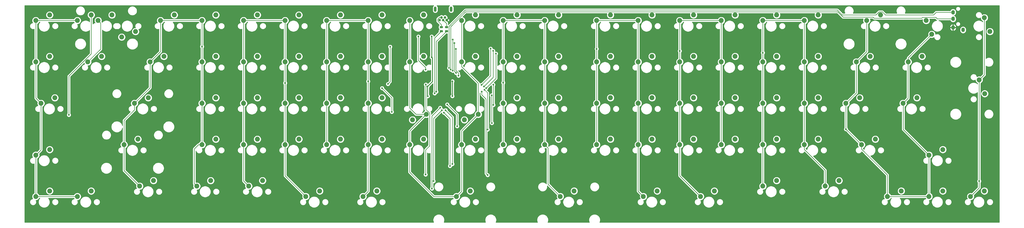
<source format=gbr>
%TF.GenerationSoftware,KiCad,Pcbnew,(5.1.6)-1*%
%TF.CreationDate,2020-07-09T10:41:52-04:00*%
%TF.ProjectId,railroad-keyboard-pcb-only,7261696c-726f-4616-942d-6b6579626f61,rev?*%
%TF.SameCoordinates,Original*%
%TF.FileFunction,Copper,L1,Top*%
%TF.FilePolarity,Positive*%
%FSLAX46Y46*%
G04 Gerber Fmt 4.6, Leading zero omitted, Abs format (unit mm)*
G04 Created by KiCad (PCBNEW (5.1.6)-1) date 2020-07-09 10:41:52*
%MOMM*%
%LPD*%
G01*
G04 APERTURE LIST*
%TA.AperFunction,ComponentPad*%
%ADD10C,2.250000*%
%TD*%
%TA.AperFunction,ComponentPad*%
%ADD11O,1.600000X2.000000*%
%TD*%
%TA.AperFunction,ComponentPad*%
%ADD12C,1.200000*%
%TD*%
%TA.AperFunction,ComponentPad*%
%ADD13O,1.208000X2.416000*%
%TD*%
%TA.AperFunction,ViaPad*%
%ADD14C,0.800000*%
%TD*%
%TA.AperFunction,Conductor*%
%ADD15C,0.381000*%
%TD*%
%TA.AperFunction,Conductor*%
%ADD16C,0.254000*%
%TD*%
G04 APERTURE END LIST*
D10*
%TO.P,MX9,2*%
%TO.N,Net-(D9-Pad2)*%
X393065000Y-242570000D03*
%TO.P,MX9,1*%
%TO.N,COL9*%
X386715000Y-245110000D03*
%TD*%
%TO.P,MX500_alt2,2*%
%TO.N,Net-(D500-Pad2)*%
X31115000Y-242570000D03*
%TO.P,MX500_alt2,1*%
%TO.N,COL0*%
X24765000Y-245110000D03*
%TD*%
%TO.P,MX100_alt1,2*%
%TO.N,Net-(D100-Pad2)*%
X45085000Y-252730000D03*
%TO.P,MX100_alt1,1*%
%TO.N,COL0*%
X51435000Y-250190000D03*
%TD*%
D11*
%TO.P,U2,3*%
%TO.N,LHD1*%
X426325000Y-244328000D03*
%TO.P,U2,4*%
%TO.N,LHD0*%
X426325000Y-241328000D03*
%TO.P,U2,2*%
%TO.N,GND*%
X426325000Y-248328000D03*
%TO.P,U2,1*%
%TO.N,VCC*%
X430925000Y-249428000D03*
%TD*%
D10*
%TO.P,MX104,2*%
%TO.N,Net-(D104-Pad2)*%
X207327500Y-242570000D03*
%TO.P,MX104,1*%
%TO.N,COL4*%
X200977500Y-245110000D03*
%TD*%
%TO.P,MX100,2*%
%TO.N,Net-(D100-Pad2)*%
X40640000Y-242570000D03*
%TO.P,MX100,1*%
%TO.N,COL0*%
X34290000Y-245110000D03*
%TD*%
%TO.P,MX508,2*%
%TO.N,Net-(D508-Pad2)*%
X364490000Y-280670000D03*
%TO.P,MX508,1*%
%TO.N,COL8*%
X358140000Y-283210000D03*
%TD*%
D12*
%TO.P,J1,1*%
%TO.N,VCC*%
X190932000Y-244913000D03*
%TO.P,J1,3*%
%TO.N,D+*%
X192532000Y-244913000D03*
%TO.P,J1,5*%
%TO.N,GND*%
X194132000Y-244913000D03*
%TO.P,J1,2*%
%TO.N,D-*%
X191732000Y-243713000D03*
%TO.P,J1,4*%
%TO.N,Net-(J1-Pad4)*%
X193332000Y-243713000D03*
D13*
%TO.P,J1,SH1*%
%TO.N,Net-(C8-Pad2)*%
X196182000Y-239863000D03*
%TO.P,J1,SH2*%
X188882000Y-239863000D03*
%TD*%
D10*
%TO.P,MX410,1*%
%TO.N,COL10*%
X438308750Y-272415000D03*
%TO.P,MX410,2*%
%TO.N,Net-(D410-Pad2)*%
X440848750Y-278765000D03*
%TD*%
%TO.P,MX305,2*%
%TO.N,Net-(D305-Pad2)*%
X245427500Y-261620000D03*
%TO.P,MX305,1*%
%TO.N,COL5*%
X239077500Y-264160000D03*
%TD*%
%TO.P,MX306,2*%
%TO.N,Net-(D306-Pad2)*%
X288290000Y-261620000D03*
%TO.P,MX306,1*%
%TO.N,COL6*%
X281940000Y-264160000D03*
%TD*%
%TO.P,MX808,2*%
%TO.N,Net-(D808-Pad2)*%
X345440000Y-318770000D03*
%TO.P,MX808,1*%
%TO.N,COL8*%
X339090000Y-321310000D03*
%TD*%
%TO.P,MX102,2*%
%TO.N,Net-(D102-Pad2)*%
X126365000Y-242570000D03*
%TO.P,MX102,1*%
%TO.N,COL2*%
X120015000Y-245110000D03*
%TD*%
%TO.P,MX801,2*%
%TO.N,Net-(D801-Pad2)*%
X59690000Y-318770000D03*
%TO.P,MX801,1*%
%TO.N,COL1*%
X53340000Y-321310000D03*
%TD*%
%TO.P,MX601,2*%
%TO.N,Net-(D601-Pad2)*%
X52546250Y-299720000D03*
%TO.P,MX601,1*%
%TO.N,COL1*%
X46196250Y-302260000D03*
%TD*%
%TO.P,MX904,2*%
%TO.N,Net-(D904-Pad2)*%
X204946250Y-323532500D03*
%TO.P,MX904,1*%
%TO.N,COL4*%
X198596250Y-326072500D03*
%TD*%
%TO.P,MX906,2*%
%TO.N,Net-(D906-Pad2)*%
X290671250Y-323532500D03*
%TO.P,MX906,1*%
%TO.N,COL6*%
X284321250Y-326072500D03*
%TD*%
%TO.P,MX903,2*%
%TO.N,Net-(D903-Pad2)*%
X162083750Y-323532500D03*
%TO.P,MX903,1*%
%TO.N,COL3*%
X155733750Y-326072500D03*
%TD*%
%TO.P,MX609,2*%
%TO.N,Net-(D609-Pad2)*%
X390683750Y-299720000D03*
%TO.P,MX609,1*%
%TO.N,COL9*%
X384333750Y-302260000D03*
%TD*%
%TO.P,MX509,2*%
%TO.N,Net-(D509-Pad2)*%
X409733750Y-280670000D03*
%TO.P,MX509,1*%
%TO.N,COL9*%
X403383750Y-283210000D03*
%TD*%
%TO.P,MX400,2*%
%TO.N,Net-(D400-Pad2)*%
X14446250Y-280670000D03*
%TO.P,MX400,1*%
%TO.N,COL0*%
X8096250Y-283210000D03*
%TD*%
%TO.P,MX901,2*%
%TO.N,Net-(D901-Pad2)*%
X85883750Y-318770000D03*
%TO.P,MX901,1*%
%TO.N,COL1*%
X79533750Y-321310000D03*
%TD*%
%TO.P,MX802,2*%
%TO.N,Net-(D802-Pad2)*%
X109696250Y-318770000D03*
%TO.P,MX802,1*%
%TO.N,COL2*%
X103346250Y-321310000D03*
%TD*%
%TO.P,MX908,2*%
%TO.N,Net-(D908-Pad2)*%
X374015000Y-318770000D03*
%TO.P,MX908,1*%
%TO.N,COL8*%
X367665000Y-321310000D03*
%TD*%
%TO.P,MX300,2*%
%TO.N,Net-(D300-Pad2)*%
X35877500Y-261620000D03*
%TO.P,MX300,1*%
%TO.N,COL0*%
X29527500Y-264160000D03*
%TD*%
%TO.P,MX209,2*%
%TO.N,Net-(D209-Pad2)*%
X388302500Y-261620000D03*
%TO.P,MX209,1*%
%TO.N,COL9*%
X381952500Y-264160000D03*
%TD*%
%TO.P,MX201,2*%
%TO.N,Net-(D201-Pad2)*%
X64452500Y-261620000D03*
%TO.P,MX201,1*%
%TO.N,COL1*%
X58102500Y-264160000D03*
%TD*%
%TO.P,MX905,2*%
%TO.N,Net-(D905-Pad2)*%
X252571250Y-323532500D03*
%TO.P,MX905,1*%
%TO.N,COL5*%
X246221250Y-326072500D03*
%TD*%
%TO.P,MX401,2*%
%TO.N,Net-(D401-Pad2)*%
X57308750Y-280670000D03*
%TO.P,MX401,1*%
%TO.N,COL1*%
X50958750Y-283210000D03*
%TD*%
%TO.P,MX602,2*%
%TO.N,Net-(D602-Pad2)*%
X107315000Y-299720000D03*
%TO.P,MX602,1*%
%TO.N,COL2*%
X100965000Y-302260000D03*
%TD*%
%TO.P,MX702,2*%
%TO.N,Net-(D702-Pad2)*%
X126365000Y-299720000D03*
%TO.P,MX702,1*%
%TO.N,COL2*%
X120015000Y-302260000D03*
%TD*%
%TO.P,MX502,2*%
%TO.N,Net-(D502-Pad2)*%
X126365000Y-280670000D03*
%TO.P,MX502,1*%
%TO.N,COL2*%
X120015000Y-283210000D03*
%TD*%
%TO.P,MX909,2*%
%TO.N,Net-(D909-Pad2)*%
X421640000Y-323532500D03*
%TO.P,MX909,1*%
%TO.N,COL9*%
X415290000Y-326072500D03*
%TD*%
%TO.P,MX907,2*%
%TO.N,Net-(D907-Pad2)*%
X316865000Y-323532500D03*
%TO.P,MX907,1*%
%TO.N,COL7*%
X310515000Y-326072500D03*
%TD*%
%TO.P,MX902,2*%
%TO.N,Net-(D902-Pad2)*%
X135890000Y-323532500D03*
%TO.P,MX902,1*%
%TO.N,COL2*%
X129540000Y-326072500D03*
%TD*%
%TO.P,MX900,2*%
%TO.N,Net-(D900-Pad2)*%
X31115000Y-323532500D03*
%TO.P,MX900,1*%
%TO.N,COL0*%
X24765000Y-326072500D03*
%TD*%
%TO.P,MX810,2*%
%TO.N,Net-(D810-Pad2)*%
X440690000Y-323532500D03*
%TO.P,MX810,1*%
%TO.N,COL10*%
X434340000Y-326072500D03*
%TD*%
%TO.P,MX809,2*%
%TO.N,Net-(D809-Pad2)*%
X402590000Y-323532500D03*
%TO.P,MX809,1*%
%TO.N,COL9*%
X396240000Y-326072500D03*
%TD*%
%TO.P,MX800,2*%
%TO.N,Net-(D800-Pad2)*%
X12065000Y-323532500D03*
%TO.P,MX800,1*%
%TO.N,COL0*%
X5715000Y-326072500D03*
%TD*%
%TO.P,MX709,2*%
%TO.N,Net-(D709-Pad2)*%
X421640000Y-304482500D03*
%TO.P,MX709,1*%
%TO.N,COL9*%
X415290000Y-307022500D03*
%TD*%
%TO.P,MX708,2*%
%TO.N,Net-(D708-Pad2)*%
X364490000Y-299720000D03*
%TO.P,MX708,1*%
%TO.N,COL8*%
X358140000Y-302260000D03*
%TD*%
%TO.P,MX707,2*%
%TO.N,Net-(D707-Pad2)*%
X326390000Y-299720000D03*
%TO.P,MX707,1*%
%TO.N,COL7*%
X320040000Y-302260000D03*
%TD*%
%TO.P,MX706,2*%
%TO.N,Net-(D706-Pad2)*%
X288290000Y-299720000D03*
%TO.P,MX706,1*%
%TO.N,COL6*%
X281940000Y-302260000D03*
%TD*%
%TO.P,MX705,2*%
%TO.N,Net-(D705-Pad2)*%
X245427500Y-299720000D03*
%TO.P,MX705,1*%
%TO.N,COL5*%
X239077500Y-302260000D03*
%TD*%
%TO.P,MX704,2*%
%TO.N,Net-(D704-Pad2)*%
X207327500Y-299720000D03*
%TO.P,MX704,1*%
%TO.N,COL4*%
X200977500Y-302260000D03*
%TD*%
%TO.P,MX703,2*%
%TO.N,Net-(D703-Pad2)*%
X164465000Y-299720000D03*
%TO.P,MX703,1*%
%TO.N,COL3*%
X158115000Y-302260000D03*
%TD*%
%TO.P,MX701,2*%
%TO.N,Net-(D701-Pad2)*%
X88265000Y-299720000D03*
%TO.P,MX701,1*%
%TO.N,COL1*%
X81915000Y-302260000D03*
%TD*%
%TO.P,MX608,2*%
%TO.N,Net-(D608-Pad2)*%
X345440000Y-299720000D03*
%TO.P,MX608,1*%
%TO.N,COL8*%
X339090000Y-302260000D03*
%TD*%
%TO.P,MX607,2*%
%TO.N,Net-(D607-Pad2)*%
X307340000Y-299720000D03*
%TO.P,MX607,1*%
%TO.N,COL7*%
X300990000Y-302260000D03*
%TD*%
%TO.P,MX606,2*%
%TO.N,Net-(D606-Pad2)*%
X269240000Y-299720000D03*
%TO.P,MX606,1*%
%TO.N,COL6*%
X262890000Y-302260000D03*
%TD*%
%TO.P,MX605,2*%
%TO.N,Net-(D605-Pad2)*%
X226377500Y-299720000D03*
%TO.P,MX605,1*%
%TO.N,COL5*%
X220027500Y-302260000D03*
%TD*%
%TO.P,MX604,2*%
%TO.N,Net-(D604-Pad2)*%
X183515000Y-299720000D03*
%TO.P,MX604,1*%
%TO.N,COL4*%
X177165000Y-302260000D03*
%TD*%
%TO.P,MX603,2*%
%TO.N,Net-(D603-Pad2)*%
X145415000Y-299720000D03*
%TO.P,MX603,1*%
%TO.N,COL3*%
X139065000Y-302260000D03*
%TD*%
%TO.P,MX600,2*%
%TO.N,Net-(D600-Pad2)*%
X12065000Y-304482500D03*
%TO.P,MX600,1*%
%TO.N,COL0*%
X5715000Y-307022500D03*
%TD*%
%TO.P,MX507,2*%
%TO.N,Net-(D507-Pad2)*%
X326390000Y-280670000D03*
%TO.P,MX507,1*%
%TO.N,COL7*%
X320040000Y-283210000D03*
%TD*%
%TO.P,MX506,2*%
%TO.N,Net-(D506-Pad2)*%
X288290000Y-280670000D03*
%TO.P,MX506,1*%
%TO.N,COL6*%
X281940000Y-283210000D03*
%TD*%
%TO.P,MX505,2*%
%TO.N,Net-(D505-Pad2)*%
X245427500Y-280670000D03*
%TO.P,MX505,1*%
%TO.N,COL5*%
X239077500Y-283210000D03*
%TD*%
%TO.P,MX504,2*%
%TO.N,Net-(D504-Pad2)*%
X202247500Y-290830000D03*
%TO.P,MX504,1*%
%TO.N,COL4*%
X208597500Y-288290000D03*
%TD*%
%TO.P,MX503,2*%
%TO.N,Net-(D503-Pad2)*%
X164465000Y-280670000D03*
%TO.P,MX503,1*%
%TO.N,COL3*%
X158115000Y-283210000D03*
%TD*%
%TO.P,MX501,2*%
%TO.N,Net-(D501-Pad2)*%
X88265000Y-280670000D03*
%TO.P,MX501,1*%
%TO.N,COL1*%
X81915000Y-283210000D03*
%TD*%
%TO.P,MX409,2*%
%TO.N,Net-(D409-Pad2)*%
X383540000Y-280670000D03*
%TO.P,MX409,1*%
%TO.N,COL9*%
X377190000Y-283210000D03*
%TD*%
%TO.P,MX408,2*%
%TO.N,Net-(D408-Pad2)*%
X345440000Y-280670000D03*
%TO.P,MX408,1*%
%TO.N,COL8*%
X339090000Y-283210000D03*
%TD*%
%TO.P,MX407,2*%
%TO.N,Net-(D407-Pad2)*%
X307340000Y-280670000D03*
%TO.P,MX407,1*%
%TO.N,COL7*%
X300990000Y-283210000D03*
%TD*%
%TO.P,MX406,2*%
%TO.N,Net-(D406-Pad2)*%
X269240000Y-280670000D03*
%TO.P,MX406,1*%
%TO.N,COL6*%
X262890000Y-283210000D03*
%TD*%
%TO.P,MX405,2*%
%TO.N,Net-(D405-Pad2)*%
X226377500Y-280670000D03*
%TO.P,MX405,1*%
%TO.N,COL5*%
X220027500Y-283210000D03*
%TD*%
%TO.P,MX404,2*%
%TO.N,Net-(D404-Pad2)*%
X178435000Y-290830000D03*
%TO.P,MX404,1*%
%TO.N,COL4*%
X184785000Y-288290000D03*
%TD*%
%TO.P,MX403,2*%
%TO.N,Net-(D403-Pad2)*%
X145415000Y-280670000D03*
%TO.P,MX403,1*%
%TO.N,COL3*%
X139065000Y-283210000D03*
%TD*%
%TO.P,MX402,2*%
%TO.N,Net-(D402-Pad2)*%
X107315000Y-280670000D03*
%TO.P,MX402,1*%
%TO.N,COL2*%
X100965000Y-283210000D03*
%TD*%
%TO.P,MX309,2*%
%TO.N,Net-(D309-Pad2)*%
X412115000Y-261620000D03*
%TO.P,MX309,1*%
%TO.N,COL9*%
X405765000Y-264160000D03*
%TD*%
%TO.P,MX307,2*%
%TO.N,Net-(D307-Pad2)*%
X326390000Y-261620000D03*
%TO.P,MX307,1*%
%TO.N,COL7*%
X320040000Y-264160000D03*
%TD*%
%TO.P,MX304,2*%
%TO.N,Net-(D304-Pad2)*%
X207327500Y-261620000D03*
%TO.P,MX304,1*%
%TO.N,COL4*%
X200977500Y-264160000D03*
%TD*%
%TO.P,MX303,2*%
%TO.N,Net-(D303-Pad2)*%
X164465000Y-261620000D03*
%TO.P,MX303,1*%
%TO.N,COL3*%
X158115000Y-264160000D03*
%TD*%
%TO.P,MX302,2*%
%TO.N,Net-(D302-Pad2)*%
X126365000Y-261620000D03*
%TO.P,MX302,1*%
%TO.N,COL2*%
X120015000Y-264160000D03*
%TD*%
%TO.P,MX301,2*%
%TO.N,Net-(D301-Pad2)*%
X88265000Y-261620000D03*
%TO.P,MX301,1*%
%TO.N,COL1*%
X81915000Y-264160000D03*
%TD*%
%TO.P,MX208,2*%
%TO.N,Net-(D208-Pad2)*%
X345440000Y-261620000D03*
%TO.P,MX208,1*%
%TO.N,COL8*%
X339090000Y-264160000D03*
%TD*%
%TO.P,MX207,2*%
%TO.N,Net-(D207-Pad2)*%
X307340000Y-261620000D03*
%TO.P,MX207,1*%
%TO.N,COL7*%
X300990000Y-264160000D03*
%TD*%
%TO.P,MX206,2*%
%TO.N,Net-(D206-Pad2)*%
X269240000Y-261620000D03*
%TO.P,MX206,1*%
%TO.N,COL6*%
X262890000Y-264160000D03*
%TD*%
%TO.P,MX205,2*%
%TO.N,Net-(D205-Pad2)*%
X226377500Y-261620000D03*
%TO.P,MX205,1*%
%TO.N,COL5*%
X220027500Y-264160000D03*
%TD*%
%TO.P,MX204,2*%
%TO.N,Net-(D204-Pad2)*%
X183515000Y-261620000D03*
%TO.P,MX204,1*%
%TO.N,COL4*%
X177165000Y-264160000D03*
%TD*%
%TO.P,MX203,2*%
%TO.N,Net-(D203-Pad2)*%
X145415000Y-261620000D03*
%TO.P,MX203,1*%
%TO.N,COL3*%
X139065000Y-264160000D03*
%TD*%
%TO.P,MX202,2*%
%TO.N,Net-(D202-Pad2)*%
X107315000Y-261620000D03*
%TO.P,MX202,1*%
%TO.N,COL2*%
X100965000Y-264160000D03*
%TD*%
%TO.P,MX200,2*%
%TO.N,Net-(D200-Pad2)*%
X12065000Y-261620000D03*
%TO.P,MX200,1*%
%TO.N,COL0*%
X5715000Y-264160000D03*
%TD*%
%TO.P,MX109,2*%
%TO.N,Net-(D109-Pad2)*%
X414020000Y-245110000D03*
%TO.P,MX109,1*%
%TO.N,COL9*%
X416560000Y-251460000D03*
%TD*%
%TO.P,MX108,2*%
%TO.N,Net-(D108-Pad2)*%
X364490000Y-242570000D03*
%TO.P,MX108,1*%
%TO.N,COL8*%
X358140000Y-245110000D03*
%TD*%
%TO.P,MX107,2*%
%TO.N,Net-(D107-Pad2)*%
X326390000Y-242570000D03*
%TO.P,MX107,1*%
%TO.N,COL7*%
X320040000Y-245110000D03*
%TD*%
%TO.P,MX106,2*%
%TO.N,Net-(D106-Pad2)*%
X288290000Y-242570000D03*
%TO.P,MX106,1*%
%TO.N,COL6*%
X281940000Y-245110000D03*
%TD*%
%TO.P,MX105,2*%
%TO.N,Net-(D105-Pad2)*%
X245427500Y-242570000D03*
%TO.P,MX105,1*%
%TO.N,COL5*%
X239077500Y-245110000D03*
%TD*%
%TO.P,MX103,2*%
%TO.N,Net-(D103-Pad2)*%
X164465000Y-242570000D03*
%TO.P,MX103,1*%
%TO.N,COL3*%
X158115000Y-245110000D03*
%TD*%
%TO.P,MX101,2*%
%TO.N,Net-(D101-Pad2)*%
X88265000Y-242570000D03*
%TO.P,MX101,1*%
%TO.N,COL1*%
X81915000Y-245110000D03*
%TD*%
%TO.P,MX10,2*%
%TO.N,Net-(D10-Pad2)*%
X443230000Y-250190000D03*
%TO.P,MX10,1*%
%TO.N,COL10*%
X440690000Y-243840000D03*
%TD*%
%TO.P,MX8,2*%
%TO.N,Net-(D8-Pad2)*%
X345440000Y-242570000D03*
%TO.P,MX8,1*%
%TO.N,COL8*%
X339090000Y-245110000D03*
%TD*%
%TO.P,MX7,2*%
%TO.N,Net-(D7-Pad2)*%
X307340000Y-242570000D03*
%TO.P,MX7,1*%
%TO.N,COL7*%
X300990000Y-245110000D03*
%TD*%
%TO.P,MX6,2*%
%TO.N,Net-(D6-Pad2)*%
X269240000Y-242570000D03*
%TO.P,MX6,1*%
%TO.N,COL6*%
X262890000Y-245110000D03*
%TD*%
%TO.P,MX5,2*%
%TO.N,Net-(D5-Pad2)*%
X226377500Y-242570000D03*
%TO.P,MX5,1*%
%TO.N,COL5*%
X220027500Y-245110000D03*
%TD*%
%TO.P,MX4,2*%
%TO.N,Net-(D4-Pad2)*%
X183515000Y-242570000D03*
%TO.P,MX4,1*%
%TO.N,COL4*%
X177165000Y-245110000D03*
%TD*%
%TO.P,MX3,2*%
%TO.N,Net-(D3-Pad2)*%
X145415000Y-242570000D03*
%TO.P,MX3,1*%
%TO.N,COL3*%
X139065000Y-245110000D03*
%TD*%
%TO.P,MX2,2*%
%TO.N,Net-(D2-Pad2)*%
X107315000Y-242570000D03*
%TO.P,MX2,1*%
%TO.N,COL2*%
X100965000Y-245110000D03*
%TD*%
%TO.P,MX1,2*%
%TO.N,Net-(D1-Pad2)*%
X69215000Y-242570000D03*
%TO.P,MX1,1*%
%TO.N,COL1*%
X62865000Y-245110000D03*
%TD*%
%TO.P,MX0,2*%
%TO.N,Net-(D0-Pad2)*%
X12065000Y-242570000D03*
%TO.P,MX0,1*%
%TO.N,COL0*%
X5715000Y-245110000D03*
%TD*%
%TO.P,MX308,2*%
%TO.N,Net-(D308-Pad2)*%
X364490000Y-261620000D03*
%TO.P,MX308,1*%
%TO.N,COL8*%
X358140000Y-264160000D03*
%TD*%
%TO.P,R3,2*%
%TO.N,D-*%
%TA.AperFunction,SMDPad,CuDef*%
G36*
G01*
X192131000Y-248643750D02*
X191218500Y-248643750D01*
G75*
G02*
X190974750Y-248400000I0J243750D01*
G01*
X190974750Y-247912500D01*
G75*
G02*
X191218500Y-247668750I243750J0D01*
G01*
X192131000Y-247668750D01*
G75*
G02*
X192374750Y-247912500I0J-243750D01*
G01*
X192374750Y-248400000D01*
G75*
G02*
X192131000Y-248643750I-243750J0D01*
G01*
G37*
%TD.AperFunction*%
%TO.P,R3,1*%
%TO.N,Net-(R3-Pad1)*%
%TA.AperFunction,SMDPad,CuDef*%
G36*
G01*
X192131000Y-250518750D02*
X191218500Y-250518750D01*
G75*
G02*
X190974750Y-250275000I0J243750D01*
G01*
X190974750Y-249787500D01*
G75*
G02*
X191218500Y-249543750I243750J0D01*
G01*
X192131000Y-249543750D01*
G75*
G02*
X192374750Y-249787500I0J-243750D01*
G01*
X192374750Y-250275000D01*
G75*
G02*
X192131000Y-250518750I-243750J0D01*
G01*
G37*
%TD.AperFunction*%
%TD*%
%TO.P,R2,2*%
%TO.N,D+*%
%TA.AperFunction,SMDPad,CuDef*%
G36*
G01*
X194544000Y-248643750D02*
X193631500Y-248643750D01*
G75*
G02*
X193387750Y-248400000I0J243750D01*
G01*
X193387750Y-247912500D01*
G75*
G02*
X193631500Y-247668750I243750J0D01*
G01*
X194544000Y-247668750D01*
G75*
G02*
X194787750Y-247912500I0J-243750D01*
G01*
X194787750Y-248400000D01*
G75*
G02*
X194544000Y-248643750I-243750J0D01*
G01*
G37*
%TD.AperFunction*%
%TO.P,R2,1*%
%TO.N,Net-(R2-Pad1)*%
%TA.AperFunction,SMDPad,CuDef*%
G36*
G01*
X194544000Y-250518750D02*
X193631500Y-250518750D01*
G75*
G02*
X193387750Y-250275000I0J243750D01*
G01*
X193387750Y-249787500D01*
G75*
G02*
X193631500Y-249543750I243750J0D01*
G01*
X194544000Y-249543750D01*
G75*
G02*
X194787750Y-249787500I0J-243750D01*
G01*
X194787750Y-250275000D01*
G75*
G02*
X194544000Y-250518750I-243750J0D01*
G01*
G37*
%TD.AperFunction*%
%TD*%
D14*
%TO.N,GND*%
X171481750Y-276225000D03*
X171481750Y-239395000D03*
X195964250Y-279019000D03*
X195929750Y-272225000D03*
X195992750Y-283718000D03*
X197643750Y-283718000D03*
X419100000Y-276352000D03*
%TO.N,+5V*%
X196754750Y-279908000D03*
X196751848Y-273052902D03*
X187229750Y-252476000D03*
X187229750Y-262001000D03*
X185324750Y-275463000D03*
X185461875Y-279918125D03*
%TO.N,ROW0*%
X196881750Y-253872980D03*
X196881750Y-268224000D03*
%TO.N,ROW1*%
X198405750Y-269240000D03*
X197643750Y-255524000D03*
%TO.N,ROW2*%
X199548750Y-270510000D03*
X198370760Y-258191000D03*
%TO.N,ROW3*%
X215550750Y-283972000D03*
X215488250Y-274636500D03*
X164496750Y-276225000D03*
X168941750Y-287147000D03*
%TO.N,ROW4*%
X214788750Y-279527000D03*
X214843751Y-292282001D03*
%TO.N,ROW5*%
X194341750Y-283718000D03*
X198913750Y-293751000D03*
%TO.N,ROW6*%
X193579750Y-286385000D03*
X196754750Y-311150000D03*
%TO.N,ROW7*%
X192817750Y-287528000D03*
X195611750Y-312039000D03*
%TO.N,ROW8*%
X191928750Y-286385000D03*
X188118750Y-319024000D03*
%TO.N,ROW9*%
X191166750Y-285242000D03*
X187356752Y-322453000D03*
%TO.N,COL0*%
X184562750Y-274574000D03*
X184435750Y-315976000D03*
%TO.N,COL1*%
X167163750Y-274320000D03*
X168179750Y-257175000D03*
X81915000Y-257079750D03*
%TO.N,COL2*%
X120015000Y-273843750D03*
%TO.N,COL3*%
X158115000Y-273081750D03*
%TO.N,COL5*%
X220027500Y-273716750D03*
%TO.N,COL6*%
X210089750Y-274701000D03*
X214280750Y-258064000D03*
X262890000Y-258159250D03*
%TO.N,COL7*%
X211232750Y-275463000D03*
X215423750Y-259080000D03*
X300990000Y-259111750D03*
%TO.N,COL8*%
X212248750Y-276225000D03*
X216693750Y-260350000D03*
X339090000Y-259937250D03*
%TO.N,COL9*%
X211486750Y-276987000D03*
X212883750Y-295275000D03*
X377190000Y-295116250D03*
%TO.N,COL10*%
X210216750Y-277876000D03*
X212883750Y-316230000D03*
X438308750Y-319024000D03*
%TO.N,Net-(R1-Pad2)*%
X184435750Y-267716000D03*
X181133750Y-252476000D03*
%TO.N,Net-(R2-Pad1)*%
X189388750Y-277876000D03*
%TO.N,Net-(R3-Pad1)*%
X188626756Y-278638000D03*
%TO.N,LHD0*%
X195230750Y-266954000D03*
%TO.N,LHD1*%
X195957760Y-267715665D03*
%TO.N,Net-(D500-Pad2)*%
X20859750Y-288544000D03*
%TD*%
D15*
%TO.N,GND*%
X171481750Y-276225000D02*
X171481750Y-239395000D01*
X195964250Y-279019000D02*
X195929750Y-278984500D01*
X195929750Y-278984500D02*
X195929750Y-272225000D01*
X195992750Y-283718000D02*
X197643750Y-283718000D01*
X419100000Y-276352000D02*
X419100000Y-264287000D01*
X419100000Y-264287000D02*
X426325000Y-257062000D01*
X426325000Y-257062000D02*
X426325000Y-248328000D01*
%TO.N,+5V*%
X196754750Y-273055804D02*
X196751848Y-273052902D01*
X196754750Y-279908000D02*
X196754750Y-273055804D01*
X187229750Y-252476000D02*
X187229750Y-262001000D01*
X187629749Y-273158001D02*
X185324750Y-275463000D01*
X187229750Y-262001000D02*
X187629749Y-262400999D01*
X187629749Y-262400999D02*
X187629749Y-273158001D01*
X185324750Y-279781000D02*
X185461875Y-279918125D01*
X185324750Y-275463000D02*
X185324750Y-279781000D01*
D16*
%TO.N,ROW0*%
X196881750Y-268224000D02*
X196881750Y-253872980D01*
%TO.N,Net-(D100-Pad2)*%
X40671750Y-242601750D02*
X40640000Y-242570000D01*
%TO.N,ROW1*%
X197643750Y-268478000D02*
X197643750Y-255524000D01*
X198405750Y-269240000D02*
X197643750Y-268478000D01*
%TO.N,ROW2*%
X198370760Y-268129046D02*
X198370760Y-258191000D01*
X199548750Y-270510000D02*
X199548750Y-269307036D01*
X199548750Y-269307036D02*
X198370760Y-268129046D01*
%TO.N,ROW3*%
X215550750Y-283972000D02*
X215550750Y-274699000D01*
X215550750Y-274699000D02*
X215488250Y-274636500D01*
X164496750Y-276225000D02*
X168941750Y-280670000D01*
X168941750Y-280670000D02*
X168941750Y-287147000D01*
%TO.N,ROW4*%
X214788750Y-292227000D02*
X214843751Y-292282001D01*
X214788750Y-279527000D02*
X214788750Y-292227000D01*
%TO.N,ROW5*%
X194341750Y-283718000D02*
X198913750Y-288290000D01*
X198913750Y-288290000D02*
X198913750Y-293751000D01*
%TO.N,ROW6*%
X196754750Y-289560000D02*
X196754750Y-311150000D01*
X193579750Y-286385000D02*
X196754750Y-289560000D01*
%TO.N,ROW7*%
X195611750Y-290322000D02*
X195611750Y-312039000D01*
X192817750Y-287528000D02*
X195611750Y-290322000D01*
%TO.N,ROW8*%
X191928750Y-286385000D02*
X188118750Y-290195000D01*
X188118750Y-290195000D02*
X188118750Y-319024000D01*
%TO.N,ROW9*%
X191166750Y-285242000D02*
X187356752Y-289051998D01*
X187356752Y-289051998D02*
X187356752Y-322453000D01*
%TO.N,COL0*%
X5715000Y-245110000D02*
X5715000Y-264160000D01*
X5715000Y-280828750D02*
X8096250Y-283210000D01*
X5715000Y-264160000D02*
X5715000Y-280828750D01*
X8096250Y-304641250D02*
X5715000Y-307022500D01*
X8096250Y-283210000D02*
X8096250Y-304641250D01*
X5715000Y-307022500D02*
X5715000Y-326072500D01*
X5715000Y-326072500D02*
X24765000Y-326072500D01*
X184562750Y-286036712D02*
X185364037Y-286837999D01*
X186359749Y-302716289D02*
X184435750Y-304640288D01*
X184562750Y-274574000D02*
X184562750Y-286036712D01*
X185364037Y-286837999D02*
X185481961Y-286837999D01*
X184435750Y-304640288D02*
X184435750Y-315976000D01*
X186359749Y-287715787D02*
X186359749Y-302716289D01*
X185481961Y-286837999D02*
X186359749Y-287715787D01*
X35414999Y-258272501D02*
X29527500Y-264160000D01*
X35414999Y-246234999D02*
X35414999Y-258272501D01*
X34290000Y-245110000D02*
X35414999Y-246234999D01*
X24765000Y-245110000D02*
X5715000Y-245110000D01*
%TO.N,COL1*%
X62865000Y-259397500D02*
X58102500Y-264160000D01*
X62865000Y-245110000D02*
X62865000Y-259397500D01*
X62865000Y-245110000D02*
X81915000Y-245110000D01*
X58102500Y-276066250D02*
X50958750Y-283210000D01*
X58102500Y-264160000D02*
X58102500Y-276066250D01*
X81915000Y-264160000D02*
X81915000Y-283210000D01*
X81915000Y-283210000D02*
X81915000Y-302260000D01*
X46196250Y-291021462D02*
X46196250Y-302260000D01*
X50958750Y-286258962D02*
X46196250Y-291021462D01*
X50958750Y-283210000D02*
X50958750Y-286258962D01*
X46196250Y-314166250D02*
X53340000Y-321310000D01*
X46196250Y-302260000D02*
X46196250Y-314166250D01*
X80324010Y-302260000D02*
X81915000Y-302260000D01*
X78408751Y-304175259D02*
X80324010Y-302260000D01*
X78408751Y-320185001D02*
X78408751Y-304175259D01*
X79533750Y-321310000D02*
X78408751Y-320185001D01*
X167163750Y-274320000D02*
X168207001Y-273276749D01*
X168207001Y-257202251D02*
X168179750Y-257175000D01*
X168207001Y-273276749D02*
X168207001Y-257202251D01*
X81915000Y-245110000D02*
X81915000Y-257079750D01*
X81915000Y-257079750D02*
X81915000Y-264160000D01*
%TO.N,COL2*%
X100965000Y-318928750D02*
X100965000Y-302260000D01*
X103346250Y-321310000D02*
X100965000Y-318928750D01*
X100965000Y-302260000D02*
X100965000Y-283210000D01*
X100965000Y-283210000D02*
X100965000Y-264160000D01*
X100965000Y-264160000D02*
X100965000Y-245110000D01*
X100965000Y-245110000D02*
X120015000Y-245110000D01*
X120015000Y-245110000D02*
X120015000Y-264160000D01*
X120015000Y-283210000D02*
X120015000Y-302260000D01*
X120015000Y-316547500D02*
X129540000Y-326072500D01*
X120015000Y-302260000D02*
X120015000Y-316547500D01*
X120015000Y-264160000D02*
X120015000Y-273843750D01*
X120015000Y-273843750D02*
X120015000Y-283210000D01*
%TO.N,COL3*%
X139065000Y-302260000D02*
X139065000Y-283210000D01*
X139065000Y-283210000D02*
X139065000Y-264160000D01*
X139065000Y-264160000D02*
X139065000Y-245110000D01*
X139065000Y-245110000D02*
X158115000Y-245110000D01*
X158115000Y-245110000D02*
X158115000Y-264160000D01*
X158115000Y-283210000D02*
X158115000Y-302260000D01*
X158115000Y-323691250D02*
X155733750Y-326072500D01*
X158115000Y-302260000D02*
X158115000Y-323691250D01*
X158115000Y-273081750D02*
X158115000Y-283210000D01*
X158115000Y-264160000D02*
X158115000Y-273081750D01*
%TO.N,COL4*%
X177165000Y-245110000D02*
X177165000Y-264160000D01*
X177165000Y-295910000D02*
X184785000Y-288290000D01*
X177165000Y-302260000D02*
X177165000Y-295910000D01*
X200977500Y-323691250D02*
X200977500Y-302260000D01*
X198596250Y-326072500D02*
X200977500Y-323691250D01*
X200977500Y-295910000D02*
X208597500Y-288290000D01*
X200977500Y-302260000D02*
X200977500Y-295910000D01*
X200977500Y-266324934D02*
X200977500Y-264160000D01*
X208597500Y-273944934D02*
X200977500Y-266324934D01*
X208597500Y-288290000D02*
X208597500Y-273944934D01*
X200977500Y-264160000D02*
X200977500Y-245110000D01*
X177097001Y-302327999D02*
X177165000Y-302260000D01*
X177097001Y-314860251D02*
X177097001Y-302327999D01*
X198596250Y-326072500D02*
X188309250Y-326072500D01*
X188309250Y-326072500D02*
X177097001Y-314860251D01*
X180080066Y-288290000D02*
X184785000Y-288290000D01*
X177165000Y-285374934D02*
X180080066Y-288290000D01*
X177165000Y-264160000D02*
X177165000Y-285374934D01*
%TO.N,COL5*%
X240566599Y-303749099D02*
X239077500Y-302260000D01*
X240566599Y-320417849D02*
X240566599Y-303749099D01*
X246221250Y-326072500D02*
X240566599Y-320417849D01*
X239077500Y-302260000D02*
X239077500Y-283210000D01*
X239077500Y-283210000D02*
X239077500Y-264160000D01*
X239077500Y-264160000D02*
X239077500Y-245110000D01*
X220027500Y-245110000D02*
X239077500Y-245110000D01*
X220027500Y-245110000D02*
X220027500Y-264160000D01*
X220027500Y-283210000D02*
X220027500Y-302260000D01*
X220027500Y-264160000D02*
X220027500Y-273716750D01*
X220027500Y-273716750D02*
X220027500Y-283210000D01*
%TO.N,COL6*%
X262890000Y-302260000D02*
X262890000Y-283210000D01*
X262890000Y-283210000D02*
X262890000Y-264160000D01*
X262890000Y-245110000D02*
X281940000Y-245110000D01*
X281940000Y-245110000D02*
X281940000Y-264160000D01*
X281940000Y-264160000D02*
X281940000Y-283210000D01*
X281940000Y-283210000D02*
X281940000Y-302260000D01*
X281940000Y-323691250D02*
X284321250Y-326072500D01*
X281940000Y-302260000D02*
X281940000Y-323691250D01*
X210089750Y-274701000D02*
X214280750Y-270510000D01*
X214280750Y-270510000D02*
X214280750Y-258064000D01*
X262890000Y-264160000D02*
X262890000Y-258159250D01*
X262890000Y-258159250D02*
X262890000Y-245110000D01*
%TO.N,COL7*%
X300990000Y-316547500D02*
X300990000Y-302260000D01*
X310515000Y-326072500D02*
X300990000Y-316547500D01*
X300990000Y-302260000D02*
X300990000Y-283210000D01*
X300990000Y-283210000D02*
X300990000Y-264160000D01*
X300990000Y-247141038D02*
X300990000Y-245110000D01*
X300990000Y-245110000D02*
X320040000Y-245110000D01*
X320040000Y-245110000D02*
X320040000Y-264160000D01*
X320040000Y-264160000D02*
X320040000Y-283210000D01*
X320040000Y-283210000D02*
X320040000Y-302260000D01*
X211232750Y-275463000D02*
X215423750Y-271272000D01*
X215423750Y-271272000D02*
X215423750Y-259080000D01*
X300990000Y-264160000D02*
X300990000Y-259111750D01*
X300990000Y-259111750D02*
X300990000Y-247141038D01*
%TO.N,COL8*%
X339090000Y-321310000D02*
X339090000Y-302260000D01*
X339090000Y-302260000D02*
X339090000Y-283210000D01*
X339090000Y-283210000D02*
X339090000Y-264160000D01*
X339090000Y-245110000D02*
X358140000Y-245110000D01*
X358140000Y-245110000D02*
X358140000Y-264160000D01*
X358140000Y-264160000D02*
X358140000Y-283210000D01*
X358140000Y-283210000D02*
X358140000Y-302260000D01*
X367665000Y-313949934D02*
X367665000Y-321310000D01*
X358140000Y-304424934D02*
X367665000Y-313949934D01*
X358140000Y-302260000D02*
X358140000Y-304424934D01*
X212248750Y-276225000D02*
X216693750Y-271780000D01*
X216693750Y-271780000D02*
X216693750Y-260350000D01*
X339090000Y-259937250D02*
X339090000Y-245110000D01*
X339090000Y-264160000D02*
X339090000Y-259937250D01*
%TO.N,COL9*%
X384333750Y-304291038D02*
X384333750Y-302260000D01*
X396240000Y-316197288D02*
X384333750Y-304291038D01*
X396240000Y-326072500D02*
X396240000Y-316197288D01*
X377190000Y-295116250D02*
X377190000Y-283210000D01*
X384333750Y-302260000D02*
X377190000Y-295116250D01*
X381952500Y-278447500D02*
X381952500Y-264160000D01*
X377190000Y-283210000D02*
X381952500Y-278447500D01*
X386715000Y-259397500D02*
X386715000Y-245110000D01*
X381952500Y-264160000D02*
X386715000Y-259397500D01*
X396240000Y-326072500D02*
X415290000Y-326072500D01*
X415290000Y-326072500D02*
X415290000Y-307022500D01*
X403510750Y-283337000D02*
X403383750Y-283210000D01*
X415290000Y-307022500D02*
X403510750Y-295243250D01*
X403510750Y-295243250D02*
X403510750Y-283337000D01*
X405697001Y-264227999D02*
X405765000Y-264160000D01*
X405697001Y-280896749D02*
X405697001Y-264227999D01*
X403383750Y-283210000D02*
X405697001Y-280896749D01*
X405765000Y-262255000D02*
X416560000Y-251460000D01*
X405765000Y-264160000D02*
X405765000Y-262255000D01*
X211486750Y-276987000D02*
X212883750Y-278384000D01*
X212883750Y-278384000D02*
X212883750Y-295275000D01*
%TO.N,COL10*%
X440690000Y-270033750D02*
X438308750Y-272415000D01*
X440690000Y-243840000D02*
X440690000Y-270033750D01*
X438308750Y-322103750D02*
X434340000Y-326072500D01*
X210216750Y-277876000D02*
X210216750Y-279273000D01*
X212156749Y-281212999D02*
X212156749Y-315502999D01*
X210216750Y-279273000D02*
X212156749Y-281212999D01*
X212156749Y-315502999D02*
X212883750Y-316230000D01*
X438308750Y-272415000D02*
X438308750Y-319024000D01*
X438308750Y-319024000D02*
X438308750Y-322103750D01*
%TO.N,Net-(R1-Pad2)*%
X181133750Y-263423816D02*
X181133750Y-252476000D01*
X184435750Y-267716000D02*
X184435750Y-266725816D01*
X184435750Y-266725816D02*
X181133750Y-263423816D01*
%TO.N,D+*%
X194087750Y-246468750D02*
X192532000Y-244913000D01*
X194087750Y-248156250D02*
X194087750Y-246468750D01*
%TO.N,Net-(R2-Pad1)*%
X189388750Y-254730250D02*
X189388750Y-277876000D01*
X194087750Y-250031250D02*
X189388750Y-254730250D01*
%TO.N,D-*%
X190760038Y-243713000D02*
X191732000Y-243713000D01*
X190004999Y-244468039D02*
X190760038Y-243713000D01*
X190004999Y-245345249D02*
X190004999Y-244468039D01*
X191674750Y-248156250D02*
X191674750Y-247015000D01*
X191674750Y-247015000D02*
X190004999Y-245345249D01*
%TO.N,Net-(R3-Pad1)*%
X188626756Y-253079244D02*
X188626756Y-278638000D01*
X191674750Y-250031250D02*
X188626756Y-253079244D01*
%TO.N,LHD0*%
X392368039Y-241117999D02*
X393898999Y-241117999D01*
X373260066Y-240284000D02*
X375492067Y-242516001D01*
X195230750Y-266954000D02*
X195230750Y-247745250D01*
X393898999Y-241117999D02*
X395297001Y-242516001D01*
X390970037Y-242516001D02*
X392368039Y-241117999D01*
X375492067Y-242516001D02*
X390970037Y-242516001D01*
X202692000Y-240284000D02*
X373260066Y-240284000D01*
X195230750Y-247745250D02*
X202692000Y-240284000D01*
X395297001Y-242516001D02*
X417375037Y-242516001D01*
X417375037Y-242516001D02*
X418563038Y-241328000D01*
X418563038Y-241328000D02*
X426325000Y-241328000D01*
%TO.N,LHD1*%
X411932999Y-244022001D02*
X412297001Y-243657999D01*
X390072001Y-244022001D02*
X411932999Y-244022001D01*
X389636000Y-243586000D02*
X390072001Y-244022001D01*
X202747001Y-241117999D02*
X373451999Y-241117999D01*
X195957760Y-247907240D02*
X202747001Y-241117999D01*
X195957760Y-267715665D02*
X195957760Y-247907240D01*
X375920000Y-243586000D02*
X389636000Y-243586000D01*
X373451999Y-241117999D02*
X375920000Y-243586000D01*
X412297001Y-243657999D02*
X418409037Y-243657999D01*
X418409037Y-243657999D02*
X419079038Y-244328000D01*
X419079038Y-244328000D02*
X426325000Y-244328000D01*
%TO.N,Net-(D500-Pad2)*%
X20859750Y-270678788D02*
X20859750Y-288544000D01*
X31115000Y-260423538D02*
X20859750Y-270678788D01*
X31115000Y-242570000D02*
X31115000Y-260423538D01*
%TD*%
%TO.N,GND*%
G36*
X188001656Y-238378656D02*
G01*
X187846825Y-238567319D01*
X187731776Y-238782562D01*
X187660928Y-239016115D01*
X187643000Y-239198142D01*
X187643000Y-240527859D01*
X187660928Y-240709886D01*
X187731776Y-240943439D01*
X187846826Y-241158682D01*
X188001657Y-241347344D01*
X188190319Y-241502175D01*
X188405562Y-241617224D01*
X188639115Y-241688072D01*
X188882000Y-241711994D01*
X189124886Y-241688072D01*
X189358439Y-241617224D01*
X189573682Y-241502175D01*
X189762344Y-241347344D01*
X189917175Y-241158682D01*
X190032224Y-240943439D01*
X190103072Y-240709886D01*
X190121000Y-240527859D01*
X190121000Y-239198141D01*
X190103072Y-239016114D01*
X190032224Y-238782561D01*
X189917175Y-238567318D01*
X189762344Y-238378656D01*
X189608012Y-238252000D01*
X195455987Y-238252000D01*
X195301656Y-238378656D01*
X195146825Y-238567319D01*
X195031776Y-238782562D01*
X194960928Y-239016115D01*
X194943000Y-239198142D01*
X194943000Y-240527859D01*
X194960928Y-240709886D01*
X195031776Y-240943439D01*
X195146826Y-241158682D01*
X195301657Y-241347344D01*
X195490319Y-241502175D01*
X195705562Y-241617224D01*
X195939115Y-241688072D01*
X196182000Y-241711994D01*
X196424886Y-241688072D01*
X196658439Y-241617224D01*
X196873682Y-241502175D01*
X197062344Y-241347344D01*
X197217175Y-241158682D01*
X197332224Y-240943439D01*
X197403072Y-240709886D01*
X197421000Y-240527859D01*
X197421000Y-239198141D01*
X197403072Y-239016114D01*
X197332224Y-238782561D01*
X197217175Y-238567318D01*
X197062344Y-238378656D01*
X196908012Y-238252000D01*
X447548000Y-238252000D01*
X447548000Y-337947000D01*
X264335857Y-337947000D01*
X264465373Y-337634322D01*
X264566400Y-337126424D01*
X264566400Y-336608576D01*
X264465373Y-336100678D01*
X264267201Y-335622249D01*
X263979500Y-335191674D01*
X263613326Y-334825500D01*
X263182751Y-334537799D01*
X262704322Y-334339627D01*
X262196424Y-334238600D01*
X261678576Y-334238600D01*
X261170678Y-334339627D01*
X260692249Y-334537799D01*
X260261674Y-334825500D01*
X259895500Y-335191674D01*
X259607799Y-335622249D01*
X259409627Y-336100678D01*
X259308600Y-336608576D01*
X259308600Y-337126424D01*
X259409627Y-337634322D01*
X259539143Y-337947000D01*
X240523357Y-337947000D01*
X240652873Y-337634322D01*
X240753900Y-337126424D01*
X240753900Y-336608576D01*
X240652873Y-336100678D01*
X240454701Y-335622249D01*
X240167000Y-335191674D01*
X239800826Y-334825500D01*
X239370251Y-334537799D01*
X238891822Y-334339627D01*
X238383924Y-334238600D01*
X237866076Y-334238600D01*
X237358178Y-334339627D01*
X236879749Y-334537799D01*
X236449174Y-334825500D01*
X236083000Y-335191674D01*
X235795299Y-335622249D01*
X235597127Y-336100678D01*
X235496100Y-336608576D01*
X235496100Y-337126424D01*
X235597127Y-337634322D01*
X235726643Y-337947000D01*
X216710857Y-337947000D01*
X216840373Y-337634322D01*
X216941400Y-337126424D01*
X216941400Y-336608576D01*
X216840373Y-336100678D01*
X216642201Y-335622249D01*
X216354500Y-335191674D01*
X215988326Y-334825500D01*
X215557751Y-334537799D01*
X215079322Y-334339627D01*
X214571424Y-334238600D01*
X214053576Y-334238600D01*
X213545678Y-334339627D01*
X213067249Y-334537799D01*
X212636674Y-334825500D01*
X212270500Y-335191674D01*
X211982799Y-335622249D01*
X211784627Y-336100678D01*
X211683600Y-336608576D01*
X211683600Y-337126424D01*
X211784627Y-337634322D01*
X211914143Y-337947000D01*
X192898357Y-337947000D01*
X193027873Y-337634322D01*
X193128900Y-337126424D01*
X193128900Y-336608576D01*
X193027873Y-336100678D01*
X192829701Y-335622249D01*
X192542000Y-335191674D01*
X192175826Y-334825500D01*
X191745251Y-334537799D01*
X191266822Y-334339627D01*
X190758924Y-334238600D01*
X190241076Y-334238600D01*
X189733178Y-334339627D01*
X189254749Y-334537799D01*
X188824174Y-334825500D01*
X188458000Y-335191674D01*
X188170299Y-335622249D01*
X187972127Y-336100678D01*
X187871100Y-336608576D01*
X187871100Y-337126424D01*
X187972127Y-337634322D01*
X188101643Y-337947000D01*
X614253Y-337947000D01*
X608592Y-247501278D01*
X2935000Y-247501278D01*
X2935000Y-247798722D01*
X2993029Y-248090451D01*
X3106856Y-248365253D01*
X3272107Y-248612569D01*
X3482431Y-248822893D01*
X3729747Y-248988144D01*
X4004549Y-249101971D01*
X4296278Y-249160000D01*
X4593722Y-249160000D01*
X4885451Y-249101971D01*
X4953000Y-249073991D01*
X4953001Y-262570620D01*
X4881327Y-262600308D01*
X4593065Y-262792919D01*
X4347919Y-263038065D01*
X4155308Y-263326327D01*
X4022636Y-263646627D01*
X3955000Y-263986655D01*
X3955000Y-264333345D01*
X4022636Y-264673373D01*
X4155308Y-264993673D01*
X4287638Y-265191719D01*
X4004549Y-265248029D01*
X3729747Y-265361856D01*
X3482431Y-265527107D01*
X3272107Y-265737431D01*
X3106856Y-265984747D01*
X2993029Y-266259549D01*
X2935000Y-266551278D01*
X2935000Y-266848722D01*
X2993029Y-267140451D01*
X3106856Y-267415253D01*
X3272107Y-267662569D01*
X3482431Y-267872893D01*
X3729747Y-268038144D01*
X4004549Y-268151971D01*
X4296278Y-268210000D01*
X4593722Y-268210000D01*
X4885451Y-268151971D01*
X4953000Y-268123991D01*
X4953001Y-280791317D01*
X4949314Y-280828750D01*
X4964027Y-280978128D01*
X5007599Y-281121765D01*
X5078355Y-281254142D01*
X5121443Y-281306644D01*
X5173579Y-281370172D01*
X5202649Y-281394029D01*
X6433574Y-282624954D01*
X6403886Y-282696627D01*
X6336250Y-283036655D01*
X6336250Y-283383345D01*
X6403886Y-283723373D01*
X6536558Y-284043673D01*
X6668888Y-284241719D01*
X6385799Y-284298029D01*
X6110997Y-284411856D01*
X5863681Y-284577107D01*
X5653357Y-284787431D01*
X5488106Y-285034747D01*
X5374279Y-285309549D01*
X5316250Y-285601278D01*
X5316250Y-285898722D01*
X5374279Y-286190451D01*
X5488106Y-286465253D01*
X5653357Y-286712569D01*
X5863681Y-286922893D01*
X6110997Y-287088144D01*
X6385799Y-287201971D01*
X6677528Y-287260000D01*
X6974972Y-287260000D01*
X7266701Y-287201971D01*
X7334250Y-287173991D01*
X7334251Y-304325618D01*
X6300046Y-305359824D01*
X6228373Y-305330136D01*
X5888345Y-305262500D01*
X5541655Y-305262500D01*
X5201627Y-305330136D01*
X4881327Y-305462808D01*
X4593065Y-305655419D01*
X4347919Y-305900565D01*
X4155308Y-306188827D01*
X4022636Y-306509127D01*
X3955000Y-306849155D01*
X3955000Y-307195845D01*
X4022636Y-307535873D01*
X4155308Y-307856173D01*
X4287638Y-308054219D01*
X4004549Y-308110529D01*
X3729747Y-308224356D01*
X3482431Y-308389607D01*
X3272107Y-308599931D01*
X3106856Y-308847247D01*
X2993029Y-309122049D01*
X2935000Y-309413778D01*
X2935000Y-309711222D01*
X2993029Y-310002951D01*
X3106856Y-310277753D01*
X3272107Y-310525069D01*
X3482431Y-310735393D01*
X3729747Y-310900644D01*
X4004549Y-311014471D01*
X4296278Y-311072500D01*
X4593722Y-311072500D01*
X4885451Y-311014471D01*
X4953000Y-310986491D01*
X4953001Y-324483120D01*
X4881327Y-324512808D01*
X4593065Y-324705419D01*
X4347919Y-324950565D01*
X4155308Y-325238827D01*
X4022636Y-325559127D01*
X3955000Y-325899155D01*
X3955000Y-326245845D01*
X4022636Y-326585873D01*
X4155308Y-326906173D01*
X4287638Y-327104219D01*
X4004549Y-327160529D01*
X3729747Y-327274356D01*
X3482431Y-327439607D01*
X3272107Y-327649931D01*
X3106856Y-327897247D01*
X2993029Y-328172049D01*
X2935000Y-328463778D01*
X2935000Y-328761222D01*
X2993029Y-329052951D01*
X3106856Y-329327753D01*
X3272107Y-329575069D01*
X3482431Y-329785393D01*
X3729747Y-329950644D01*
X4004549Y-330064471D01*
X4296278Y-330122500D01*
X4593722Y-330122500D01*
X4885451Y-330064471D01*
X5160253Y-329950644D01*
X5407569Y-329785393D01*
X5617893Y-329575069D01*
X5783144Y-329327753D01*
X5896971Y-329052951D01*
X5955000Y-328761222D01*
X5955000Y-328463778D01*
X5896971Y-328172049D01*
X5783144Y-327897247D01*
X5739882Y-327832500D01*
X5888345Y-327832500D01*
X6228373Y-327764864D01*
X6548673Y-327632192D01*
X6836935Y-327439581D01*
X7082081Y-327194435D01*
X7274692Y-326906173D01*
X7304380Y-326834500D01*
X7585174Y-326834500D01*
X7483000Y-326936674D01*
X7195299Y-327367249D01*
X6997127Y-327845678D01*
X6896100Y-328353576D01*
X6896100Y-328871424D01*
X6997127Y-329379322D01*
X7195299Y-329857751D01*
X7483000Y-330288326D01*
X7849174Y-330654500D01*
X8279749Y-330942201D01*
X8758178Y-331140373D01*
X9266076Y-331241400D01*
X9783924Y-331241400D01*
X10291822Y-331140373D01*
X10770251Y-330942201D01*
X11200826Y-330654500D01*
X11567000Y-330288326D01*
X11854701Y-329857751D01*
X12052873Y-329379322D01*
X12153900Y-328871424D01*
X12153900Y-328463778D01*
X13095000Y-328463778D01*
X13095000Y-328761222D01*
X13153029Y-329052951D01*
X13266856Y-329327753D01*
X13432107Y-329575069D01*
X13642431Y-329785393D01*
X13889747Y-329950644D01*
X14164549Y-330064471D01*
X14456278Y-330122500D01*
X14753722Y-330122500D01*
X15045451Y-330064471D01*
X15320253Y-329950644D01*
X15567569Y-329785393D01*
X15777893Y-329575069D01*
X15943144Y-329327753D01*
X16056971Y-329052951D01*
X16115000Y-328761222D01*
X16115000Y-328463778D01*
X16056971Y-328172049D01*
X15943144Y-327897247D01*
X15777893Y-327649931D01*
X15567569Y-327439607D01*
X15320253Y-327274356D01*
X15045451Y-327160529D01*
X14753722Y-327102500D01*
X14456278Y-327102500D01*
X14164549Y-327160529D01*
X13889747Y-327274356D01*
X13642431Y-327439607D01*
X13432107Y-327649931D01*
X13266856Y-327897247D01*
X13153029Y-328172049D01*
X13095000Y-328463778D01*
X12153900Y-328463778D01*
X12153900Y-328353576D01*
X12052873Y-327845678D01*
X11854701Y-327367249D01*
X11567000Y-326936674D01*
X11464826Y-326834500D01*
X23175620Y-326834500D01*
X23205308Y-326906173D01*
X23337638Y-327104219D01*
X23054549Y-327160529D01*
X22779747Y-327274356D01*
X22532431Y-327439607D01*
X22322107Y-327649931D01*
X22156856Y-327897247D01*
X22043029Y-328172049D01*
X21985000Y-328463778D01*
X21985000Y-328761222D01*
X22043029Y-329052951D01*
X22156856Y-329327753D01*
X22322107Y-329575069D01*
X22532431Y-329785393D01*
X22779747Y-329950644D01*
X23054549Y-330064471D01*
X23346278Y-330122500D01*
X23643722Y-330122500D01*
X23935451Y-330064471D01*
X24210253Y-329950644D01*
X24457569Y-329785393D01*
X24667893Y-329575069D01*
X24833144Y-329327753D01*
X24946971Y-329052951D01*
X25005000Y-328761222D01*
X25005000Y-328463778D01*
X24983080Y-328353576D01*
X25946100Y-328353576D01*
X25946100Y-328871424D01*
X26047127Y-329379322D01*
X26245299Y-329857751D01*
X26533000Y-330288326D01*
X26899174Y-330654500D01*
X27329749Y-330942201D01*
X27808178Y-331140373D01*
X28316076Y-331241400D01*
X28833924Y-331241400D01*
X29341822Y-331140373D01*
X29820251Y-330942201D01*
X30250826Y-330654500D01*
X30617000Y-330288326D01*
X30904701Y-329857751D01*
X31102873Y-329379322D01*
X31203900Y-328871424D01*
X31203900Y-328463778D01*
X32145000Y-328463778D01*
X32145000Y-328761222D01*
X32203029Y-329052951D01*
X32316856Y-329327753D01*
X32482107Y-329575069D01*
X32692431Y-329785393D01*
X32939747Y-329950644D01*
X33214549Y-330064471D01*
X33506278Y-330122500D01*
X33803722Y-330122500D01*
X34095451Y-330064471D01*
X34370253Y-329950644D01*
X34617569Y-329785393D01*
X34827893Y-329575069D01*
X34993144Y-329327753D01*
X35106971Y-329052951D01*
X35165000Y-328761222D01*
X35165000Y-328463778D01*
X35106971Y-328172049D01*
X34993144Y-327897247D01*
X34827893Y-327649931D01*
X34617569Y-327439607D01*
X34370253Y-327274356D01*
X34095451Y-327160529D01*
X33803722Y-327102500D01*
X33506278Y-327102500D01*
X33214549Y-327160529D01*
X32939747Y-327274356D01*
X32692431Y-327439607D01*
X32482107Y-327649931D01*
X32316856Y-327897247D01*
X32203029Y-328172049D01*
X32145000Y-328463778D01*
X31203900Y-328463778D01*
X31203900Y-328353576D01*
X31102873Y-327845678D01*
X30904701Y-327367249D01*
X30617000Y-326936674D01*
X30250826Y-326570500D01*
X29820251Y-326282799D01*
X29341822Y-326084627D01*
X28833924Y-325983600D01*
X28316076Y-325983600D01*
X27808178Y-326084627D01*
X27329749Y-326282799D01*
X26899174Y-326570500D01*
X26533000Y-326936674D01*
X26245299Y-327367249D01*
X26047127Y-327845678D01*
X25946100Y-328353576D01*
X24983080Y-328353576D01*
X24946971Y-328172049D01*
X24833144Y-327897247D01*
X24789882Y-327832500D01*
X24938345Y-327832500D01*
X25278373Y-327764864D01*
X25598673Y-327632192D01*
X25886935Y-327439581D01*
X26132081Y-327194435D01*
X26324692Y-326906173D01*
X26457364Y-326585873D01*
X26525000Y-326245845D01*
X26525000Y-325899155D01*
X26457364Y-325559127D01*
X26324692Y-325238827D01*
X26132081Y-324950565D01*
X25886935Y-324705419D01*
X25598673Y-324512808D01*
X25278373Y-324380136D01*
X24938345Y-324312500D01*
X24591655Y-324312500D01*
X24251627Y-324380136D01*
X23931327Y-324512808D01*
X23643065Y-324705419D01*
X23397919Y-324950565D01*
X23205308Y-325238827D01*
X23175620Y-325310500D01*
X7304380Y-325310500D01*
X7274692Y-325238827D01*
X7082081Y-324950565D01*
X6836935Y-324705419D01*
X6548673Y-324512808D01*
X6477000Y-324483120D01*
X6477000Y-323359155D01*
X10305000Y-323359155D01*
X10305000Y-323705845D01*
X10372636Y-324045873D01*
X10505308Y-324366173D01*
X10697919Y-324654435D01*
X10943065Y-324899581D01*
X11231327Y-325092192D01*
X11551627Y-325224864D01*
X11891655Y-325292500D01*
X12238345Y-325292500D01*
X12578373Y-325224864D01*
X12898673Y-325092192D01*
X13186935Y-324899581D01*
X13432081Y-324654435D01*
X13624692Y-324366173D01*
X13757364Y-324045873D01*
X13825000Y-323705845D01*
X13825000Y-323359155D01*
X29355000Y-323359155D01*
X29355000Y-323705845D01*
X29422636Y-324045873D01*
X29555308Y-324366173D01*
X29747919Y-324654435D01*
X29993065Y-324899581D01*
X30281327Y-325092192D01*
X30601627Y-325224864D01*
X30941655Y-325292500D01*
X31288345Y-325292500D01*
X31628373Y-325224864D01*
X31948673Y-325092192D01*
X32236935Y-324899581D01*
X32482081Y-324654435D01*
X32674692Y-324366173D01*
X32807364Y-324045873D01*
X32875000Y-323705845D01*
X32875000Y-323359155D01*
X32807364Y-323019127D01*
X32674692Y-322698827D01*
X32482081Y-322410565D01*
X32236935Y-322165419D01*
X31948673Y-321972808D01*
X31628373Y-321840136D01*
X31288345Y-321772500D01*
X30941655Y-321772500D01*
X30601627Y-321840136D01*
X30281327Y-321972808D01*
X29993065Y-322165419D01*
X29747919Y-322410565D01*
X29555308Y-322698827D01*
X29422636Y-323019127D01*
X29355000Y-323359155D01*
X13825000Y-323359155D01*
X13757364Y-323019127D01*
X13624692Y-322698827D01*
X13432081Y-322410565D01*
X13186935Y-322165419D01*
X12898673Y-321972808D01*
X12578373Y-321840136D01*
X12238345Y-321772500D01*
X11891655Y-321772500D01*
X11551627Y-321840136D01*
X11231327Y-321972808D01*
X10943065Y-322165419D01*
X10697919Y-322410565D01*
X10505308Y-322698827D01*
X10372636Y-323019127D01*
X10305000Y-323359155D01*
X6477000Y-323359155D01*
X6477000Y-312796076D01*
X35471100Y-312796076D01*
X35471100Y-313313924D01*
X35572127Y-313821822D01*
X35770299Y-314300251D01*
X36058000Y-314730826D01*
X36424174Y-315097000D01*
X36854749Y-315384701D01*
X37333178Y-315582873D01*
X37841076Y-315683900D01*
X38358924Y-315683900D01*
X38866822Y-315582873D01*
X39345251Y-315384701D01*
X39775826Y-315097000D01*
X40142000Y-314730826D01*
X40429701Y-314300251D01*
X40627873Y-313821822D01*
X40728900Y-313313924D01*
X40728900Y-312796076D01*
X40627873Y-312288178D01*
X40429701Y-311809749D01*
X40142000Y-311379174D01*
X39775826Y-311013000D01*
X39345251Y-310725299D01*
X38866822Y-310527127D01*
X38358924Y-310426100D01*
X37841076Y-310426100D01*
X37333178Y-310527127D01*
X36854749Y-310725299D01*
X36424174Y-311013000D01*
X36058000Y-311379174D01*
X35770299Y-311809749D01*
X35572127Y-312288178D01*
X35471100Y-312796076D01*
X6477000Y-312796076D01*
X6477000Y-309303576D01*
X6896100Y-309303576D01*
X6896100Y-309821424D01*
X6997127Y-310329322D01*
X7195299Y-310807751D01*
X7483000Y-311238326D01*
X7849174Y-311604500D01*
X8279749Y-311892201D01*
X8758178Y-312090373D01*
X9266076Y-312191400D01*
X9783924Y-312191400D01*
X10291822Y-312090373D01*
X10770251Y-311892201D01*
X11200826Y-311604500D01*
X11567000Y-311238326D01*
X11854701Y-310807751D01*
X12052873Y-310329322D01*
X12153900Y-309821424D01*
X12153900Y-309413778D01*
X13095000Y-309413778D01*
X13095000Y-309711222D01*
X13153029Y-310002951D01*
X13266856Y-310277753D01*
X13432107Y-310525069D01*
X13642431Y-310735393D01*
X13889747Y-310900644D01*
X14164549Y-311014471D01*
X14456278Y-311072500D01*
X14753722Y-311072500D01*
X15045451Y-311014471D01*
X15320253Y-310900644D01*
X15567569Y-310735393D01*
X15777893Y-310525069D01*
X15943144Y-310277753D01*
X16056971Y-310002951D01*
X16115000Y-309711222D01*
X16115000Y-309413778D01*
X16056971Y-309122049D01*
X15943144Y-308847247D01*
X15777893Y-308599931D01*
X15567569Y-308389607D01*
X15320253Y-308224356D01*
X15045451Y-308110529D01*
X14753722Y-308052500D01*
X14456278Y-308052500D01*
X14164549Y-308110529D01*
X13889747Y-308224356D01*
X13642431Y-308389607D01*
X13432107Y-308599931D01*
X13266856Y-308847247D01*
X13153029Y-309122049D01*
X13095000Y-309413778D01*
X12153900Y-309413778D01*
X12153900Y-309303576D01*
X12052873Y-308795678D01*
X11854701Y-308317249D01*
X11567000Y-307886674D01*
X11200826Y-307520500D01*
X10770251Y-307232799D01*
X10291822Y-307034627D01*
X9783924Y-306933600D01*
X9266076Y-306933600D01*
X8758178Y-307034627D01*
X8279749Y-307232799D01*
X7849174Y-307520500D01*
X7483000Y-307886674D01*
X7195299Y-308317249D01*
X6997127Y-308795678D01*
X6896100Y-309303576D01*
X6477000Y-309303576D01*
X6477000Y-308611880D01*
X6548673Y-308582192D01*
X6836935Y-308389581D01*
X7082081Y-308144435D01*
X7274692Y-307856173D01*
X7407364Y-307535873D01*
X7475000Y-307195845D01*
X7475000Y-306849155D01*
X7407364Y-306509127D01*
X7377676Y-306437454D01*
X8608602Y-305206529D01*
X8637672Y-305182672D01*
X8732895Y-305066642D01*
X8803652Y-304934265D01*
X8847224Y-304790628D01*
X8858250Y-304678676D01*
X8858250Y-304678674D01*
X8861936Y-304641251D01*
X8858250Y-304603828D01*
X8858250Y-304309155D01*
X10305000Y-304309155D01*
X10305000Y-304655845D01*
X10372636Y-304995873D01*
X10505308Y-305316173D01*
X10697919Y-305604435D01*
X10943065Y-305849581D01*
X11231327Y-306042192D01*
X11551627Y-306174864D01*
X11891655Y-306242500D01*
X12238345Y-306242500D01*
X12578373Y-306174864D01*
X12898673Y-306042192D01*
X13186935Y-305849581D01*
X13432081Y-305604435D01*
X13624692Y-305316173D01*
X13757364Y-304995873D01*
X13825000Y-304655845D01*
X13825000Y-304309155D01*
X13757364Y-303969127D01*
X13624692Y-303648827D01*
X13432081Y-303360565D01*
X13186935Y-303115419D01*
X12898673Y-302922808D01*
X12578373Y-302790136D01*
X12238345Y-302722500D01*
X11891655Y-302722500D01*
X11551627Y-302790136D01*
X11231327Y-302922808D01*
X10943065Y-303115419D01*
X10697919Y-303360565D01*
X10505308Y-303648827D01*
X10372636Y-303969127D01*
X10305000Y-304309155D01*
X8858250Y-304309155D01*
X8858250Y-297602357D01*
X35941000Y-297602357D01*
X35941000Y-298027643D01*
X36023970Y-298444757D01*
X36186719Y-298837670D01*
X36422996Y-299191282D01*
X36723718Y-299492004D01*
X37077330Y-299728281D01*
X37470243Y-299891030D01*
X37887357Y-299974000D01*
X38312643Y-299974000D01*
X38729757Y-299891030D01*
X39122670Y-299728281D01*
X39476282Y-299492004D01*
X39777004Y-299191282D01*
X40013281Y-298837670D01*
X40176030Y-298444757D01*
X40259000Y-298027643D01*
X40259000Y-297602357D01*
X40176030Y-297185243D01*
X40013281Y-296792330D01*
X39777004Y-296438718D01*
X39476282Y-296137996D01*
X39122670Y-295901719D01*
X38729757Y-295738970D01*
X38312643Y-295656000D01*
X37887357Y-295656000D01*
X37470243Y-295738970D01*
X37077330Y-295901719D01*
X36723718Y-296137996D01*
X36422996Y-296438718D01*
X36186719Y-296792330D01*
X36023970Y-297185243D01*
X35941000Y-297602357D01*
X8858250Y-297602357D01*
X8858250Y-293746076D01*
X40233600Y-293746076D01*
X40233600Y-294263924D01*
X40334627Y-294771822D01*
X40532799Y-295250251D01*
X40820500Y-295680826D01*
X41186674Y-296047000D01*
X41617249Y-296334701D01*
X42095678Y-296532873D01*
X42603576Y-296633900D01*
X43121424Y-296633900D01*
X43629322Y-296532873D01*
X44107751Y-296334701D01*
X44538326Y-296047000D01*
X44904500Y-295680826D01*
X45192201Y-295250251D01*
X45390373Y-294771822D01*
X45434250Y-294551235D01*
X45434251Y-300670620D01*
X45362577Y-300700308D01*
X45074315Y-300892919D01*
X44829169Y-301138065D01*
X44636558Y-301426327D01*
X44503886Y-301746627D01*
X44436250Y-302086655D01*
X44436250Y-302433345D01*
X44503886Y-302773373D01*
X44636558Y-303093673D01*
X44768888Y-303291719D01*
X44485799Y-303348029D01*
X44210997Y-303461856D01*
X43963681Y-303627107D01*
X43753357Y-303837431D01*
X43588106Y-304084747D01*
X43474279Y-304359549D01*
X43416250Y-304651278D01*
X43416250Y-304948722D01*
X43474279Y-305240451D01*
X43588106Y-305515253D01*
X43753357Y-305762569D01*
X43963681Y-305972893D01*
X44210997Y-306138144D01*
X44485799Y-306251971D01*
X44777528Y-306310000D01*
X45074972Y-306310000D01*
X45366701Y-306251971D01*
X45434250Y-306223991D01*
X45434251Y-314128817D01*
X45430564Y-314166250D01*
X45445277Y-314315628D01*
X45488849Y-314459265D01*
X45559605Y-314591642D01*
X45630971Y-314678601D01*
X45654829Y-314707672D01*
X45683899Y-314731529D01*
X51677324Y-320724954D01*
X51647636Y-320796627D01*
X51580000Y-321136655D01*
X51580000Y-321483345D01*
X51647636Y-321823373D01*
X51780308Y-322143673D01*
X51912638Y-322341719D01*
X51629549Y-322398029D01*
X51354747Y-322511856D01*
X51107431Y-322677107D01*
X50897107Y-322887431D01*
X50731856Y-323134747D01*
X50618029Y-323409549D01*
X50560000Y-323701278D01*
X50560000Y-323998722D01*
X50618029Y-324290451D01*
X50731856Y-324565253D01*
X50897107Y-324812569D01*
X51107431Y-325022893D01*
X51354747Y-325188144D01*
X51629549Y-325301971D01*
X51921278Y-325360000D01*
X52218722Y-325360000D01*
X52510451Y-325301971D01*
X52785253Y-325188144D01*
X53032569Y-325022893D01*
X53242893Y-324812569D01*
X53408144Y-324565253D01*
X53521971Y-324290451D01*
X53580000Y-323998722D01*
X53580000Y-323701278D01*
X53558080Y-323591076D01*
X54521100Y-323591076D01*
X54521100Y-324108924D01*
X54622127Y-324616822D01*
X54820299Y-325095251D01*
X55108000Y-325525826D01*
X55474174Y-325892000D01*
X55904749Y-326179701D01*
X56383178Y-326377873D01*
X56891076Y-326478900D01*
X57408924Y-326478900D01*
X57916822Y-326377873D01*
X58395251Y-326179701D01*
X58825826Y-325892000D01*
X59192000Y-325525826D01*
X59479701Y-325095251D01*
X59677873Y-324616822D01*
X59778900Y-324108924D01*
X59778900Y-323701278D01*
X60720000Y-323701278D01*
X60720000Y-323998722D01*
X60778029Y-324290451D01*
X60891856Y-324565253D01*
X61057107Y-324812569D01*
X61267431Y-325022893D01*
X61514747Y-325188144D01*
X61789549Y-325301971D01*
X62081278Y-325360000D01*
X62378722Y-325360000D01*
X62670451Y-325301971D01*
X62945253Y-325188144D01*
X63192569Y-325022893D01*
X63402893Y-324812569D01*
X63568144Y-324565253D01*
X63681971Y-324290451D01*
X63740000Y-323998722D01*
X63740000Y-323701278D01*
X63681971Y-323409549D01*
X63568144Y-323134747D01*
X63402893Y-322887431D01*
X63192569Y-322677107D01*
X62945253Y-322511856D01*
X62670451Y-322398029D01*
X62378722Y-322340000D01*
X62081278Y-322340000D01*
X61789549Y-322398029D01*
X61514747Y-322511856D01*
X61267431Y-322677107D01*
X61057107Y-322887431D01*
X60891856Y-323134747D01*
X60778029Y-323409549D01*
X60720000Y-323701278D01*
X59778900Y-323701278D01*
X59778900Y-323591076D01*
X59677873Y-323083178D01*
X59479701Y-322604749D01*
X59192000Y-322174174D01*
X58825826Y-321808000D01*
X58395251Y-321520299D01*
X57916822Y-321322127D01*
X57408924Y-321221100D01*
X56891076Y-321221100D01*
X56383178Y-321322127D01*
X55904749Y-321520299D01*
X55474174Y-321808000D01*
X55108000Y-322174174D01*
X54820299Y-322604749D01*
X54622127Y-323083178D01*
X54521100Y-323591076D01*
X53558080Y-323591076D01*
X53521971Y-323409549D01*
X53408144Y-323134747D01*
X53364882Y-323070000D01*
X53513345Y-323070000D01*
X53853373Y-323002364D01*
X54173673Y-322869692D01*
X54461935Y-322677081D01*
X54707081Y-322431935D01*
X54899692Y-322143673D01*
X55032364Y-321823373D01*
X55100000Y-321483345D01*
X55100000Y-321136655D01*
X55032364Y-320796627D01*
X54899692Y-320476327D01*
X54707081Y-320188065D01*
X54461935Y-319942919D01*
X54173673Y-319750308D01*
X53853373Y-319617636D01*
X53513345Y-319550000D01*
X53166655Y-319550000D01*
X52826627Y-319617636D01*
X52754954Y-319647324D01*
X51704285Y-318596655D01*
X57930000Y-318596655D01*
X57930000Y-318943345D01*
X57997636Y-319283373D01*
X58130308Y-319603673D01*
X58322919Y-319891935D01*
X58568065Y-320137081D01*
X58856327Y-320329692D01*
X59176627Y-320462364D01*
X59516655Y-320530000D01*
X59863345Y-320530000D01*
X60203373Y-320462364D01*
X60523673Y-320329692D01*
X60811935Y-320137081D01*
X61057081Y-319891935D01*
X61249692Y-319603673D01*
X61382364Y-319283373D01*
X61450000Y-318943345D01*
X61450000Y-318596655D01*
X61382364Y-318256627D01*
X61249692Y-317936327D01*
X61057081Y-317648065D01*
X60811935Y-317402919D01*
X60523673Y-317210308D01*
X60203373Y-317077636D01*
X59863345Y-317010000D01*
X59516655Y-317010000D01*
X59176627Y-317077636D01*
X58856327Y-317210308D01*
X58568065Y-317402919D01*
X58322919Y-317648065D01*
X58130308Y-317936327D01*
X57997636Y-318256627D01*
X57930000Y-318596655D01*
X51704285Y-318596655D01*
X46958250Y-313850620D01*
X46958250Y-312796076D01*
X59283600Y-312796076D01*
X59283600Y-313313924D01*
X59384627Y-313821822D01*
X59582799Y-314300251D01*
X59870500Y-314730826D01*
X60236674Y-315097000D01*
X60667249Y-315384701D01*
X61145678Y-315582873D01*
X61653576Y-315683900D01*
X62171424Y-315683900D01*
X62679322Y-315582873D01*
X63157751Y-315384701D01*
X63588326Y-315097000D01*
X63954500Y-314730826D01*
X64242201Y-314300251D01*
X64440373Y-313821822D01*
X64541400Y-313313924D01*
X64541400Y-312796076D01*
X64440373Y-312288178D01*
X64242201Y-311809749D01*
X63954500Y-311379174D01*
X63588326Y-311013000D01*
X63157751Y-310725299D01*
X62679322Y-310527127D01*
X62171424Y-310426100D01*
X61653576Y-310426100D01*
X61145678Y-310527127D01*
X60667249Y-310725299D01*
X60236674Y-311013000D01*
X59870500Y-311379174D01*
X59582799Y-311809749D01*
X59384627Y-312288178D01*
X59283600Y-312796076D01*
X46958250Y-312796076D01*
X46958250Y-304541076D01*
X47377350Y-304541076D01*
X47377350Y-305058924D01*
X47478377Y-305566822D01*
X47676549Y-306045251D01*
X47964250Y-306475826D01*
X48330424Y-306842000D01*
X48760999Y-307129701D01*
X49239428Y-307327873D01*
X49747326Y-307428900D01*
X50265174Y-307428900D01*
X50773072Y-307327873D01*
X51251501Y-307129701D01*
X51682076Y-306842000D01*
X52048250Y-306475826D01*
X52335951Y-306045251D01*
X52534123Y-305566822D01*
X52635150Y-305058924D01*
X52635150Y-304651278D01*
X53576250Y-304651278D01*
X53576250Y-304948722D01*
X53634279Y-305240451D01*
X53748106Y-305515253D01*
X53913357Y-305762569D01*
X54123681Y-305972893D01*
X54370997Y-306138144D01*
X54645799Y-306251971D01*
X54937528Y-306310000D01*
X55234972Y-306310000D01*
X55526701Y-306251971D01*
X55801503Y-306138144D01*
X56048819Y-305972893D01*
X56259143Y-305762569D01*
X56424394Y-305515253D01*
X56538221Y-305240451D01*
X56596250Y-304948722D01*
X56596250Y-304651278D01*
X56538221Y-304359549D01*
X56424394Y-304084747D01*
X56259143Y-303837431D01*
X56048819Y-303627107D01*
X55801503Y-303461856D01*
X55526701Y-303348029D01*
X55234972Y-303290000D01*
X54937528Y-303290000D01*
X54645799Y-303348029D01*
X54370997Y-303461856D01*
X54123681Y-303627107D01*
X53913357Y-303837431D01*
X53748106Y-304084747D01*
X53634279Y-304359549D01*
X53576250Y-304651278D01*
X52635150Y-304651278D01*
X52635150Y-304541076D01*
X52534123Y-304033178D01*
X52335951Y-303554749D01*
X52048250Y-303124174D01*
X51682076Y-302758000D01*
X51251501Y-302470299D01*
X50773072Y-302272127D01*
X50265174Y-302171100D01*
X49747326Y-302171100D01*
X49239428Y-302272127D01*
X48760999Y-302470299D01*
X48330424Y-302758000D01*
X47964250Y-303124174D01*
X47676549Y-303554749D01*
X47478377Y-304033178D01*
X47377350Y-304541076D01*
X46958250Y-304541076D01*
X46958250Y-303849380D01*
X47029923Y-303819692D01*
X47318185Y-303627081D01*
X47563331Y-303381935D01*
X47755942Y-303093673D01*
X47888614Y-302773373D01*
X47956250Y-302433345D01*
X47956250Y-302086655D01*
X47888614Y-301746627D01*
X47755942Y-301426327D01*
X47563331Y-301138065D01*
X47318185Y-300892919D01*
X47029923Y-300700308D01*
X46958250Y-300670620D01*
X46958250Y-299546655D01*
X50786250Y-299546655D01*
X50786250Y-299893345D01*
X50853886Y-300233373D01*
X50986558Y-300553673D01*
X51179169Y-300841935D01*
X51424315Y-301087081D01*
X51712577Y-301279692D01*
X52032877Y-301412364D01*
X52372905Y-301480000D01*
X52719595Y-301480000D01*
X53059623Y-301412364D01*
X53379923Y-301279692D01*
X53668185Y-301087081D01*
X53913331Y-300841935D01*
X54105942Y-300553673D01*
X54238614Y-300233373D01*
X54306250Y-299893345D01*
X54306250Y-299546655D01*
X54238614Y-299206627D01*
X54105942Y-298886327D01*
X53913331Y-298598065D01*
X53668185Y-298352919D01*
X53379923Y-298160308D01*
X53059623Y-298027636D01*
X52719595Y-297960000D01*
X52372905Y-297960000D01*
X52032877Y-298027636D01*
X51712577Y-298160308D01*
X51424315Y-298352919D01*
X51179169Y-298598065D01*
X50986558Y-298886327D01*
X50853886Y-299206627D01*
X50786250Y-299546655D01*
X46958250Y-299546655D01*
X46958250Y-297602357D01*
X59753500Y-297602357D01*
X59753500Y-298027643D01*
X59836470Y-298444757D01*
X59999219Y-298837670D01*
X60235496Y-299191282D01*
X60536218Y-299492004D01*
X60889830Y-299728281D01*
X61282743Y-299891030D01*
X61699857Y-299974000D01*
X62125143Y-299974000D01*
X62542257Y-299891030D01*
X62935170Y-299728281D01*
X63288782Y-299492004D01*
X63589504Y-299191282D01*
X63825781Y-298837670D01*
X63988530Y-298444757D01*
X64071500Y-298027643D01*
X64071500Y-297602357D01*
X63988530Y-297185243D01*
X63825781Y-296792330D01*
X63589504Y-296438718D01*
X63288782Y-296137996D01*
X62935170Y-295901719D01*
X62542257Y-295738970D01*
X62125143Y-295656000D01*
X61699857Y-295656000D01*
X61282743Y-295738970D01*
X60889830Y-295901719D01*
X60536218Y-296137996D01*
X60235496Y-296438718D01*
X59999219Y-296792330D01*
X59836470Y-297185243D01*
X59753500Y-297602357D01*
X46958250Y-297602357D01*
X46958250Y-293746076D01*
X64046100Y-293746076D01*
X64046100Y-294263924D01*
X64147127Y-294771822D01*
X64345299Y-295250251D01*
X64633000Y-295680826D01*
X64999174Y-296047000D01*
X65429749Y-296334701D01*
X65908178Y-296532873D01*
X66416076Y-296633900D01*
X66933924Y-296633900D01*
X67441822Y-296532873D01*
X67920251Y-296334701D01*
X68350826Y-296047000D01*
X68717000Y-295680826D01*
X69004701Y-295250251D01*
X69202873Y-294771822D01*
X69303900Y-294263924D01*
X69303900Y-293746076D01*
X69202873Y-293238178D01*
X69004701Y-292759749D01*
X68717000Y-292329174D01*
X68350826Y-291963000D01*
X67920251Y-291675299D01*
X67441822Y-291477127D01*
X66933924Y-291376100D01*
X66416076Y-291376100D01*
X65908178Y-291477127D01*
X65429749Y-291675299D01*
X64999174Y-291963000D01*
X64633000Y-292329174D01*
X64345299Y-292759749D01*
X64147127Y-293238178D01*
X64046100Y-293746076D01*
X46958250Y-293746076D01*
X46958250Y-291337092D01*
X51471102Y-286824241D01*
X51500172Y-286800384D01*
X51595395Y-286684354D01*
X51666152Y-286551977D01*
X51709724Y-286408340D01*
X51720750Y-286296388D01*
X51720750Y-286296386D01*
X51724436Y-286258963D01*
X51720750Y-286221540D01*
X51720750Y-285491076D01*
X52139850Y-285491076D01*
X52139850Y-286008924D01*
X52240877Y-286516822D01*
X52439049Y-286995251D01*
X52726750Y-287425826D01*
X53092924Y-287792000D01*
X53523499Y-288079701D01*
X54001928Y-288277873D01*
X54509826Y-288378900D01*
X55027674Y-288378900D01*
X55535572Y-288277873D01*
X56014001Y-288079701D01*
X56444576Y-287792000D01*
X56810750Y-287425826D01*
X57098451Y-286995251D01*
X57296623Y-286516822D01*
X57397650Y-286008924D01*
X57397650Y-285601278D01*
X58338750Y-285601278D01*
X58338750Y-285898722D01*
X58396779Y-286190451D01*
X58510606Y-286465253D01*
X58675857Y-286712569D01*
X58886181Y-286922893D01*
X59133497Y-287088144D01*
X59408299Y-287201971D01*
X59700028Y-287260000D01*
X59997472Y-287260000D01*
X60289201Y-287201971D01*
X60564003Y-287088144D01*
X60811319Y-286922893D01*
X61021643Y-286712569D01*
X61186894Y-286465253D01*
X61300721Y-286190451D01*
X61358750Y-285898722D01*
X61358750Y-285601278D01*
X61300721Y-285309549D01*
X61186894Y-285034747D01*
X61021643Y-284787431D01*
X60811319Y-284577107D01*
X60564003Y-284411856D01*
X60289201Y-284298029D01*
X59997472Y-284240000D01*
X59700028Y-284240000D01*
X59408299Y-284298029D01*
X59133497Y-284411856D01*
X58886181Y-284577107D01*
X58675857Y-284787431D01*
X58510606Y-285034747D01*
X58396779Y-285309549D01*
X58338750Y-285601278D01*
X57397650Y-285601278D01*
X57397650Y-285491076D01*
X57296623Y-284983178D01*
X57098451Y-284504749D01*
X56810750Y-284074174D01*
X56444576Y-283708000D01*
X56014001Y-283420299D01*
X55535572Y-283222127D01*
X55027674Y-283121100D01*
X54509826Y-283121100D01*
X54001928Y-283222127D01*
X53523499Y-283420299D01*
X53092924Y-283708000D01*
X52726750Y-284074174D01*
X52439049Y-284504749D01*
X52240877Y-284983178D01*
X52139850Y-285491076D01*
X51720750Y-285491076D01*
X51720750Y-284799380D01*
X51792423Y-284769692D01*
X52080685Y-284577081D01*
X52325831Y-284331935D01*
X52518442Y-284043673D01*
X52651114Y-283723373D01*
X52718750Y-283383345D01*
X52718750Y-283036655D01*
X52651114Y-282696627D01*
X52621426Y-282624954D01*
X54749725Y-280496655D01*
X55548750Y-280496655D01*
X55548750Y-280843345D01*
X55616386Y-281183373D01*
X55749058Y-281503673D01*
X55941669Y-281791935D01*
X56186815Y-282037081D01*
X56475077Y-282229692D01*
X56795377Y-282362364D01*
X57135405Y-282430000D01*
X57482095Y-282430000D01*
X57822123Y-282362364D01*
X58142423Y-282229692D01*
X58430685Y-282037081D01*
X58675831Y-281791935D01*
X58868442Y-281503673D01*
X59001114Y-281183373D01*
X59068750Y-280843345D01*
X59068750Y-280496655D01*
X59001114Y-280156627D01*
X58868442Y-279836327D01*
X58675831Y-279548065D01*
X58430685Y-279302919D01*
X58142423Y-279110308D01*
X57822123Y-278977636D01*
X57482095Y-278910000D01*
X57135405Y-278910000D01*
X56795377Y-278977636D01*
X56475077Y-279110308D01*
X56186815Y-279302919D01*
X55941669Y-279548065D01*
X55749058Y-279836327D01*
X55616386Y-280156627D01*
X55548750Y-280496655D01*
X54749725Y-280496655D01*
X56694023Y-278552357D01*
X64516000Y-278552357D01*
X64516000Y-278977643D01*
X64598970Y-279394757D01*
X64761719Y-279787670D01*
X64997996Y-280141282D01*
X65298718Y-280442004D01*
X65652330Y-280678281D01*
X66045243Y-280841030D01*
X66462357Y-280924000D01*
X66887643Y-280924000D01*
X67304757Y-280841030D01*
X67697670Y-280678281D01*
X68051282Y-280442004D01*
X68352004Y-280141282D01*
X68588281Y-279787670D01*
X68751030Y-279394757D01*
X68834000Y-278977643D01*
X68834000Y-278552357D01*
X68751030Y-278135243D01*
X68588281Y-277742330D01*
X68352004Y-277388718D01*
X68051282Y-277087996D01*
X67697670Y-276851719D01*
X67304757Y-276688970D01*
X66887643Y-276606000D01*
X66462357Y-276606000D01*
X66045243Y-276688970D01*
X65652330Y-276851719D01*
X65298718Y-277087996D01*
X64997996Y-277388718D01*
X64761719Y-277742330D01*
X64598970Y-278135243D01*
X64516000Y-278552357D01*
X56694023Y-278552357D01*
X58614852Y-276631529D01*
X58643922Y-276607672D01*
X58739145Y-276491642D01*
X58809902Y-276359265D01*
X58853474Y-276215628D01*
X58864500Y-276103676D01*
X58864500Y-276103674D01*
X58868186Y-276066251D01*
X58864500Y-276028828D01*
X58864500Y-266441076D01*
X59283600Y-266441076D01*
X59283600Y-266958924D01*
X59384627Y-267466822D01*
X59582799Y-267945251D01*
X59870500Y-268375826D01*
X60236674Y-268742000D01*
X60667249Y-269029701D01*
X61145678Y-269227873D01*
X61653576Y-269328900D01*
X62171424Y-269328900D01*
X62679322Y-269227873D01*
X63157751Y-269029701D01*
X63588326Y-268742000D01*
X63954500Y-268375826D01*
X64242201Y-267945251D01*
X64440373Y-267466822D01*
X64541400Y-266958924D01*
X64541400Y-266551278D01*
X65482500Y-266551278D01*
X65482500Y-266848722D01*
X65540529Y-267140451D01*
X65654356Y-267415253D01*
X65819607Y-267662569D01*
X66029931Y-267872893D01*
X66277247Y-268038144D01*
X66552049Y-268151971D01*
X66843778Y-268210000D01*
X67141222Y-268210000D01*
X67432951Y-268151971D01*
X67707753Y-268038144D01*
X67955069Y-267872893D01*
X68165393Y-267662569D01*
X68330644Y-267415253D01*
X68444471Y-267140451D01*
X68502500Y-266848722D01*
X68502500Y-266551278D01*
X68444471Y-266259549D01*
X68330644Y-265984747D01*
X68165393Y-265737431D01*
X67955069Y-265527107D01*
X67707753Y-265361856D01*
X67432951Y-265248029D01*
X67141222Y-265190000D01*
X66843778Y-265190000D01*
X66552049Y-265248029D01*
X66277247Y-265361856D01*
X66029931Y-265527107D01*
X65819607Y-265737431D01*
X65654356Y-265984747D01*
X65540529Y-266259549D01*
X65482500Y-266551278D01*
X64541400Y-266551278D01*
X64541400Y-266441076D01*
X64440373Y-265933178D01*
X64242201Y-265454749D01*
X63954500Y-265024174D01*
X63588326Y-264658000D01*
X63157751Y-264370299D01*
X62679322Y-264172127D01*
X62171424Y-264071100D01*
X61653576Y-264071100D01*
X61145678Y-264172127D01*
X60667249Y-264370299D01*
X60236674Y-264658000D01*
X59870500Y-265024174D01*
X59582799Y-265454749D01*
X59384627Y-265933178D01*
X59283600Y-266441076D01*
X58864500Y-266441076D01*
X58864500Y-265749380D01*
X58936173Y-265719692D01*
X59224435Y-265527081D01*
X59469581Y-265281935D01*
X59662192Y-264993673D01*
X59794864Y-264673373D01*
X59862500Y-264333345D01*
X59862500Y-263986655D01*
X59794864Y-263646627D01*
X59765176Y-263574954D01*
X61893475Y-261446655D01*
X62692500Y-261446655D01*
X62692500Y-261793345D01*
X62760136Y-262133373D01*
X62892808Y-262453673D01*
X63085419Y-262741935D01*
X63330565Y-262987081D01*
X63618827Y-263179692D01*
X63939127Y-263312364D01*
X64279155Y-263380000D01*
X64625845Y-263380000D01*
X64965873Y-263312364D01*
X65286173Y-263179692D01*
X65574435Y-262987081D01*
X65819581Y-262741935D01*
X66012192Y-262453673D01*
X66144864Y-262133373D01*
X66212500Y-261793345D01*
X66212500Y-261446655D01*
X66144864Y-261106627D01*
X66012192Y-260786327D01*
X65819581Y-260498065D01*
X65574435Y-260252919D01*
X65286173Y-260060308D01*
X64965873Y-259927636D01*
X64625845Y-259860000D01*
X64279155Y-259860000D01*
X63939127Y-259927636D01*
X63618827Y-260060308D01*
X63330565Y-260252919D01*
X63085419Y-260498065D01*
X62892808Y-260786327D01*
X62760136Y-261106627D01*
X62692500Y-261446655D01*
X61893475Y-261446655D01*
X63377352Y-259962779D01*
X63406422Y-259938922D01*
X63501645Y-259822892D01*
X63572402Y-259690515D01*
X63615974Y-259546878D01*
X63627000Y-259434926D01*
X63627000Y-259434924D01*
X63630686Y-259397501D01*
X63627000Y-259360078D01*
X63627000Y-246699380D01*
X63698673Y-246669692D01*
X63986935Y-246477081D01*
X64232081Y-246231935D01*
X64424692Y-245943673D01*
X64454380Y-245872000D01*
X64735174Y-245872000D01*
X64633000Y-245974174D01*
X64345299Y-246404749D01*
X64147127Y-246883178D01*
X64046100Y-247391076D01*
X64046100Y-247908924D01*
X64147127Y-248416822D01*
X64345299Y-248895251D01*
X64633000Y-249325826D01*
X64999174Y-249692000D01*
X65429749Y-249979701D01*
X65908178Y-250177873D01*
X66416076Y-250278900D01*
X66933924Y-250278900D01*
X67441822Y-250177873D01*
X67920251Y-249979701D01*
X68350826Y-249692000D01*
X68717000Y-249325826D01*
X69004701Y-248895251D01*
X69202873Y-248416822D01*
X69303900Y-247908924D01*
X69303900Y-247501278D01*
X70245000Y-247501278D01*
X70245000Y-247798722D01*
X70303029Y-248090451D01*
X70416856Y-248365253D01*
X70582107Y-248612569D01*
X70792431Y-248822893D01*
X71039747Y-248988144D01*
X71314549Y-249101971D01*
X71606278Y-249160000D01*
X71903722Y-249160000D01*
X72195451Y-249101971D01*
X72470253Y-248988144D01*
X72717569Y-248822893D01*
X72927893Y-248612569D01*
X73093144Y-248365253D01*
X73206971Y-248090451D01*
X73265000Y-247798722D01*
X73265000Y-247501278D01*
X73206971Y-247209549D01*
X73093144Y-246934747D01*
X72927893Y-246687431D01*
X72717569Y-246477107D01*
X72470253Y-246311856D01*
X72195451Y-246198029D01*
X71903722Y-246140000D01*
X71606278Y-246140000D01*
X71314549Y-246198029D01*
X71039747Y-246311856D01*
X70792431Y-246477107D01*
X70582107Y-246687431D01*
X70416856Y-246934747D01*
X70303029Y-247209549D01*
X70245000Y-247501278D01*
X69303900Y-247501278D01*
X69303900Y-247391076D01*
X69202873Y-246883178D01*
X69004701Y-246404749D01*
X68717000Y-245974174D01*
X68614826Y-245872000D01*
X80325620Y-245872000D01*
X80355308Y-245943673D01*
X80487638Y-246141719D01*
X80204549Y-246198029D01*
X79929747Y-246311856D01*
X79682431Y-246477107D01*
X79472107Y-246687431D01*
X79306856Y-246934747D01*
X79193029Y-247209549D01*
X79135000Y-247501278D01*
X79135000Y-247798722D01*
X79193029Y-248090451D01*
X79306856Y-248365253D01*
X79472107Y-248612569D01*
X79682431Y-248822893D01*
X79929747Y-248988144D01*
X80204549Y-249101971D01*
X80496278Y-249160000D01*
X80793722Y-249160000D01*
X81085451Y-249101971D01*
X81153000Y-249073991D01*
X81153001Y-256378038D01*
X81111063Y-256419976D01*
X80997795Y-256589494D01*
X80919774Y-256777852D01*
X80880000Y-256977811D01*
X80880000Y-257181689D01*
X80919774Y-257381648D01*
X80997795Y-257570006D01*
X81111063Y-257739524D01*
X81153000Y-257781461D01*
X81153001Y-262570620D01*
X81081327Y-262600308D01*
X80793065Y-262792919D01*
X80547919Y-263038065D01*
X80355308Y-263326327D01*
X80222636Y-263646627D01*
X80155000Y-263986655D01*
X80155000Y-264333345D01*
X80222636Y-264673373D01*
X80355308Y-264993673D01*
X80487638Y-265191719D01*
X80204549Y-265248029D01*
X79929747Y-265361856D01*
X79682431Y-265527107D01*
X79472107Y-265737431D01*
X79306856Y-265984747D01*
X79193029Y-266259549D01*
X79135000Y-266551278D01*
X79135000Y-266848722D01*
X79193029Y-267140451D01*
X79306856Y-267415253D01*
X79472107Y-267662569D01*
X79682431Y-267872893D01*
X79929747Y-268038144D01*
X80204549Y-268151971D01*
X80496278Y-268210000D01*
X80793722Y-268210000D01*
X81085451Y-268151971D01*
X81153000Y-268123991D01*
X81153001Y-281620620D01*
X81081327Y-281650308D01*
X80793065Y-281842919D01*
X80547919Y-282088065D01*
X80355308Y-282376327D01*
X80222636Y-282696627D01*
X80155000Y-283036655D01*
X80155000Y-283383345D01*
X80222636Y-283723373D01*
X80355308Y-284043673D01*
X80487638Y-284241719D01*
X80204549Y-284298029D01*
X79929747Y-284411856D01*
X79682431Y-284577107D01*
X79472107Y-284787431D01*
X79306856Y-285034747D01*
X79193029Y-285309549D01*
X79135000Y-285601278D01*
X79135000Y-285898722D01*
X79193029Y-286190451D01*
X79306856Y-286465253D01*
X79472107Y-286712569D01*
X79682431Y-286922893D01*
X79929747Y-287088144D01*
X80204549Y-287201971D01*
X80496278Y-287260000D01*
X80793722Y-287260000D01*
X81085451Y-287201971D01*
X81153000Y-287173991D01*
X81153001Y-300670620D01*
X81081327Y-300700308D01*
X80793065Y-300892919D01*
X80547919Y-301138065D01*
X80355308Y-301426327D01*
X80327024Y-301494611D01*
X80324009Y-301494314D01*
X80286586Y-301498000D01*
X80286584Y-301498000D01*
X80174632Y-301509026D01*
X80030995Y-301552598D01*
X79898618Y-301623355D01*
X79782588Y-301718578D01*
X79758731Y-301747648D01*
X77896400Y-303609980D01*
X77867330Y-303633837D01*
X77843473Y-303662907D01*
X77843472Y-303662908D01*
X77772106Y-303749867D01*
X77701350Y-303882244D01*
X77657778Y-304025881D01*
X77643065Y-304175259D01*
X77646752Y-304212692D01*
X77646751Y-320147578D01*
X77643065Y-320185001D01*
X77646751Y-320222424D01*
X77646751Y-320222426D01*
X77657777Y-320334378D01*
X77701349Y-320478015D01*
X77701350Y-320478016D01*
X77772106Y-320610393D01*
X77811734Y-320658679D01*
X77867329Y-320726423D01*
X77869670Y-320728344D01*
X77841386Y-320796627D01*
X77773750Y-321136655D01*
X77773750Y-321483345D01*
X77841386Y-321823373D01*
X77974058Y-322143673D01*
X78106388Y-322341719D01*
X77823299Y-322398029D01*
X77548497Y-322511856D01*
X77301181Y-322677107D01*
X77090857Y-322887431D01*
X76925606Y-323134747D01*
X76811779Y-323409549D01*
X76753750Y-323701278D01*
X76753750Y-323998722D01*
X76811779Y-324290451D01*
X76925606Y-324565253D01*
X77090857Y-324812569D01*
X77301181Y-325022893D01*
X77548497Y-325188144D01*
X77823299Y-325301971D01*
X78115028Y-325360000D01*
X78412472Y-325360000D01*
X78704201Y-325301971D01*
X78979003Y-325188144D01*
X79226319Y-325022893D01*
X79436643Y-324812569D01*
X79601894Y-324565253D01*
X79715721Y-324290451D01*
X79773750Y-323998722D01*
X79773750Y-323701278D01*
X79751830Y-323591076D01*
X80714850Y-323591076D01*
X80714850Y-324108924D01*
X80815877Y-324616822D01*
X81014049Y-325095251D01*
X81301750Y-325525826D01*
X81667924Y-325892000D01*
X82098499Y-326179701D01*
X82576928Y-326377873D01*
X83084826Y-326478900D01*
X83602674Y-326478900D01*
X84110572Y-326377873D01*
X84589001Y-326179701D01*
X85019576Y-325892000D01*
X85385750Y-325525826D01*
X85673451Y-325095251D01*
X85871623Y-324616822D01*
X85972650Y-324108924D01*
X85972650Y-323701278D01*
X86913750Y-323701278D01*
X86913750Y-323998722D01*
X86971779Y-324290451D01*
X87085606Y-324565253D01*
X87250857Y-324812569D01*
X87461181Y-325022893D01*
X87708497Y-325188144D01*
X87983299Y-325301971D01*
X88275028Y-325360000D01*
X88572472Y-325360000D01*
X88864201Y-325301971D01*
X89139003Y-325188144D01*
X89386319Y-325022893D01*
X89596643Y-324812569D01*
X89761894Y-324565253D01*
X89875721Y-324290451D01*
X89933750Y-323998722D01*
X89933750Y-323701278D01*
X89875721Y-323409549D01*
X89761894Y-323134747D01*
X89596643Y-322887431D01*
X89386319Y-322677107D01*
X89139003Y-322511856D01*
X88864201Y-322398029D01*
X88572472Y-322340000D01*
X88275028Y-322340000D01*
X87983299Y-322398029D01*
X87708497Y-322511856D01*
X87461181Y-322677107D01*
X87250857Y-322887431D01*
X87085606Y-323134747D01*
X86971779Y-323409549D01*
X86913750Y-323701278D01*
X85972650Y-323701278D01*
X85972650Y-323591076D01*
X85871623Y-323083178D01*
X85673451Y-322604749D01*
X85385750Y-322174174D01*
X85019576Y-321808000D01*
X84589001Y-321520299D01*
X84110572Y-321322127D01*
X83602674Y-321221100D01*
X83084826Y-321221100D01*
X82576928Y-321322127D01*
X82098499Y-321520299D01*
X81667924Y-321808000D01*
X81301750Y-322174174D01*
X81014049Y-322604749D01*
X80815877Y-323083178D01*
X80714850Y-323591076D01*
X79751830Y-323591076D01*
X79715721Y-323409549D01*
X79601894Y-323134747D01*
X79558632Y-323070000D01*
X79707095Y-323070000D01*
X80047123Y-323002364D01*
X80367423Y-322869692D01*
X80655685Y-322677081D01*
X80900831Y-322431935D01*
X81093442Y-322143673D01*
X81226114Y-321823373D01*
X81293750Y-321483345D01*
X81293750Y-321136655D01*
X81226114Y-320796627D01*
X81093442Y-320476327D01*
X80900831Y-320188065D01*
X80655685Y-319942919D01*
X80367423Y-319750308D01*
X80047123Y-319617636D01*
X79707095Y-319550000D01*
X79360405Y-319550000D01*
X79170751Y-319587725D01*
X79170751Y-318596655D01*
X84123750Y-318596655D01*
X84123750Y-318943345D01*
X84191386Y-319283373D01*
X84324058Y-319603673D01*
X84516669Y-319891935D01*
X84761815Y-320137081D01*
X85050077Y-320329692D01*
X85370377Y-320462364D01*
X85710405Y-320530000D01*
X86057095Y-320530000D01*
X86397123Y-320462364D01*
X86717423Y-320329692D01*
X87005685Y-320137081D01*
X87250831Y-319891935D01*
X87443442Y-319603673D01*
X87576114Y-319283373D01*
X87643750Y-318943345D01*
X87643750Y-318596655D01*
X87576114Y-318256627D01*
X87443442Y-317936327D01*
X87250831Y-317648065D01*
X87005685Y-317402919D01*
X86717423Y-317210308D01*
X86397123Y-317077636D01*
X86057095Y-317010000D01*
X85710405Y-317010000D01*
X85370377Y-317077636D01*
X85050077Y-317210308D01*
X84761815Y-317402919D01*
X84516669Y-317648065D01*
X84324058Y-317936327D01*
X84191386Y-318256627D01*
X84123750Y-318596655D01*
X79170751Y-318596655D01*
X79170751Y-305128453D01*
X79193029Y-305240451D01*
X79306856Y-305515253D01*
X79472107Y-305762569D01*
X79682431Y-305972893D01*
X79929747Y-306138144D01*
X80204549Y-306251971D01*
X80496278Y-306310000D01*
X80793722Y-306310000D01*
X81085451Y-306251971D01*
X81360253Y-306138144D01*
X81607569Y-305972893D01*
X81817893Y-305762569D01*
X81983144Y-305515253D01*
X82096971Y-305240451D01*
X82155000Y-304948722D01*
X82155000Y-304651278D01*
X82133080Y-304541076D01*
X83096100Y-304541076D01*
X83096100Y-305058924D01*
X83197127Y-305566822D01*
X83395299Y-306045251D01*
X83683000Y-306475826D01*
X84049174Y-306842000D01*
X84479749Y-307129701D01*
X84958178Y-307327873D01*
X85466076Y-307428900D01*
X85983924Y-307428900D01*
X86491822Y-307327873D01*
X86970251Y-307129701D01*
X87400826Y-306842000D01*
X87767000Y-306475826D01*
X88054701Y-306045251D01*
X88252873Y-305566822D01*
X88353900Y-305058924D01*
X88353900Y-304651278D01*
X89295000Y-304651278D01*
X89295000Y-304948722D01*
X89353029Y-305240451D01*
X89466856Y-305515253D01*
X89632107Y-305762569D01*
X89842431Y-305972893D01*
X90089747Y-306138144D01*
X90364549Y-306251971D01*
X90656278Y-306310000D01*
X90953722Y-306310000D01*
X91245451Y-306251971D01*
X91520253Y-306138144D01*
X91767569Y-305972893D01*
X91977893Y-305762569D01*
X92143144Y-305515253D01*
X92256971Y-305240451D01*
X92315000Y-304948722D01*
X92315000Y-304651278D01*
X92256971Y-304359549D01*
X92143144Y-304084747D01*
X91977893Y-303837431D01*
X91767569Y-303627107D01*
X91520253Y-303461856D01*
X91245451Y-303348029D01*
X90953722Y-303290000D01*
X90656278Y-303290000D01*
X90364549Y-303348029D01*
X90089747Y-303461856D01*
X89842431Y-303627107D01*
X89632107Y-303837431D01*
X89466856Y-304084747D01*
X89353029Y-304359549D01*
X89295000Y-304651278D01*
X88353900Y-304651278D01*
X88353900Y-304541076D01*
X88252873Y-304033178D01*
X88054701Y-303554749D01*
X87767000Y-303124174D01*
X87400826Y-302758000D01*
X86970251Y-302470299D01*
X86491822Y-302272127D01*
X85983924Y-302171100D01*
X85466076Y-302171100D01*
X84958178Y-302272127D01*
X84479749Y-302470299D01*
X84049174Y-302758000D01*
X83683000Y-303124174D01*
X83395299Y-303554749D01*
X83197127Y-304033178D01*
X83096100Y-304541076D01*
X82133080Y-304541076D01*
X82096971Y-304359549D01*
X81983144Y-304084747D01*
X81939882Y-304020000D01*
X82088345Y-304020000D01*
X82428373Y-303952364D01*
X82748673Y-303819692D01*
X83036935Y-303627081D01*
X83282081Y-303381935D01*
X83474692Y-303093673D01*
X83607364Y-302773373D01*
X83675000Y-302433345D01*
X83675000Y-302086655D01*
X83607364Y-301746627D01*
X83474692Y-301426327D01*
X83282081Y-301138065D01*
X83036935Y-300892919D01*
X82748673Y-300700308D01*
X82677000Y-300670620D01*
X82677000Y-299546655D01*
X86505000Y-299546655D01*
X86505000Y-299893345D01*
X86572636Y-300233373D01*
X86705308Y-300553673D01*
X86897919Y-300841935D01*
X87143065Y-301087081D01*
X87431327Y-301279692D01*
X87751627Y-301412364D01*
X88091655Y-301480000D01*
X88438345Y-301480000D01*
X88778373Y-301412364D01*
X89098673Y-301279692D01*
X89386935Y-301087081D01*
X89632081Y-300841935D01*
X89824692Y-300553673D01*
X89957364Y-300233373D01*
X90025000Y-299893345D01*
X90025000Y-299546655D01*
X89957364Y-299206627D01*
X89824692Y-298886327D01*
X89632081Y-298598065D01*
X89386935Y-298352919D01*
X89098673Y-298160308D01*
X88778373Y-298027636D01*
X88438345Y-297960000D01*
X88091655Y-297960000D01*
X87751627Y-298027636D01*
X87431327Y-298160308D01*
X87143065Y-298352919D01*
X86897919Y-298598065D01*
X86705308Y-298886327D01*
X86572636Y-299206627D01*
X86505000Y-299546655D01*
X82677000Y-299546655D01*
X82677000Y-285491076D01*
X83096100Y-285491076D01*
X83096100Y-286008924D01*
X83197127Y-286516822D01*
X83395299Y-286995251D01*
X83683000Y-287425826D01*
X84049174Y-287792000D01*
X84479749Y-288079701D01*
X84958178Y-288277873D01*
X85466076Y-288378900D01*
X85983924Y-288378900D01*
X86491822Y-288277873D01*
X86970251Y-288079701D01*
X87400826Y-287792000D01*
X87767000Y-287425826D01*
X88054701Y-286995251D01*
X88252873Y-286516822D01*
X88353900Y-286008924D01*
X88353900Y-285601278D01*
X89295000Y-285601278D01*
X89295000Y-285898722D01*
X89353029Y-286190451D01*
X89466856Y-286465253D01*
X89632107Y-286712569D01*
X89842431Y-286922893D01*
X90089747Y-287088144D01*
X90364549Y-287201971D01*
X90656278Y-287260000D01*
X90953722Y-287260000D01*
X91245451Y-287201971D01*
X91520253Y-287088144D01*
X91767569Y-286922893D01*
X91977893Y-286712569D01*
X92143144Y-286465253D01*
X92256971Y-286190451D01*
X92315000Y-285898722D01*
X92315000Y-285601278D01*
X92256971Y-285309549D01*
X92143144Y-285034747D01*
X91977893Y-284787431D01*
X91767569Y-284577107D01*
X91520253Y-284411856D01*
X91245451Y-284298029D01*
X90953722Y-284240000D01*
X90656278Y-284240000D01*
X90364549Y-284298029D01*
X90089747Y-284411856D01*
X89842431Y-284577107D01*
X89632107Y-284787431D01*
X89466856Y-285034747D01*
X89353029Y-285309549D01*
X89295000Y-285601278D01*
X88353900Y-285601278D01*
X88353900Y-285491076D01*
X88252873Y-284983178D01*
X88054701Y-284504749D01*
X87767000Y-284074174D01*
X87400826Y-283708000D01*
X86970251Y-283420299D01*
X86491822Y-283222127D01*
X85983924Y-283121100D01*
X85466076Y-283121100D01*
X84958178Y-283222127D01*
X84479749Y-283420299D01*
X84049174Y-283708000D01*
X83683000Y-284074174D01*
X83395299Y-284504749D01*
X83197127Y-284983178D01*
X83096100Y-285491076D01*
X82677000Y-285491076D01*
X82677000Y-284799380D01*
X82748673Y-284769692D01*
X83036935Y-284577081D01*
X83282081Y-284331935D01*
X83474692Y-284043673D01*
X83607364Y-283723373D01*
X83675000Y-283383345D01*
X83675000Y-283036655D01*
X83607364Y-282696627D01*
X83474692Y-282376327D01*
X83282081Y-282088065D01*
X83036935Y-281842919D01*
X82748673Y-281650308D01*
X82677000Y-281620620D01*
X82677000Y-280496655D01*
X86505000Y-280496655D01*
X86505000Y-280843345D01*
X86572636Y-281183373D01*
X86705308Y-281503673D01*
X86897919Y-281791935D01*
X87143065Y-282037081D01*
X87431327Y-282229692D01*
X87751627Y-282362364D01*
X88091655Y-282430000D01*
X88438345Y-282430000D01*
X88778373Y-282362364D01*
X89098673Y-282229692D01*
X89386935Y-282037081D01*
X89632081Y-281791935D01*
X89824692Y-281503673D01*
X89957364Y-281183373D01*
X90025000Y-280843345D01*
X90025000Y-280496655D01*
X89957364Y-280156627D01*
X89824692Y-279836327D01*
X89632081Y-279548065D01*
X89386935Y-279302919D01*
X89098673Y-279110308D01*
X88778373Y-278977636D01*
X88438345Y-278910000D01*
X88091655Y-278910000D01*
X87751627Y-278977636D01*
X87431327Y-279110308D01*
X87143065Y-279302919D01*
X86897919Y-279548065D01*
X86705308Y-279836327D01*
X86572636Y-280156627D01*
X86505000Y-280496655D01*
X82677000Y-280496655D01*
X82677000Y-266441076D01*
X83096100Y-266441076D01*
X83096100Y-266958924D01*
X83197127Y-267466822D01*
X83395299Y-267945251D01*
X83683000Y-268375826D01*
X84049174Y-268742000D01*
X84479749Y-269029701D01*
X84958178Y-269227873D01*
X85466076Y-269328900D01*
X85983924Y-269328900D01*
X86491822Y-269227873D01*
X86970251Y-269029701D01*
X87400826Y-268742000D01*
X87767000Y-268375826D01*
X88054701Y-267945251D01*
X88252873Y-267466822D01*
X88353900Y-266958924D01*
X88353900Y-266551278D01*
X89295000Y-266551278D01*
X89295000Y-266848722D01*
X89353029Y-267140451D01*
X89466856Y-267415253D01*
X89632107Y-267662569D01*
X89842431Y-267872893D01*
X90089747Y-268038144D01*
X90364549Y-268151971D01*
X90656278Y-268210000D01*
X90953722Y-268210000D01*
X91245451Y-268151971D01*
X91520253Y-268038144D01*
X91767569Y-267872893D01*
X91977893Y-267662569D01*
X92143144Y-267415253D01*
X92256971Y-267140451D01*
X92315000Y-266848722D01*
X92315000Y-266551278D01*
X92256971Y-266259549D01*
X92143144Y-265984747D01*
X91977893Y-265737431D01*
X91767569Y-265527107D01*
X91520253Y-265361856D01*
X91245451Y-265248029D01*
X90953722Y-265190000D01*
X90656278Y-265190000D01*
X90364549Y-265248029D01*
X90089747Y-265361856D01*
X89842431Y-265527107D01*
X89632107Y-265737431D01*
X89466856Y-265984747D01*
X89353029Y-266259549D01*
X89295000Y-266551278D01*
X88353900Y-266551278D01*
X88353900Y-266441076D01*
X88252873Y-265933178D01*
X88054701Y-265454749D01*
X87767000Y-265024174D01*
X87400826Y-264658000D01*
X86970251Y-264370299D01*
X86491822Y-264172127D01*
X85983924Y-264071100D01*
X85466076Y-264071100D01*
X84958178Y-264172127D01*
X84479749Y-264370299D01*
X84049174Y-264658000D01*
X83683000Y-265024174D01*
X83395299Y-265454749D01*
X83197127Y-265933178D01*
X83096100Y-266441076D01*
X82677000Y-266441076D01*
X82677000Y-265749380D01*
X82748673Y-265719692D01*
X83036935Y-265527081D01*
X83282081Y-265281935D01*
X83474692Y-264993673D01*
X83607364Y-264673373D01*
X83675000Y-264333345D01*
X83675000Y-263986655D01*
X83607364Y-263646627D01*
X83474692Y-263326327D01*
X83282081Y-263038065D01*
X83036935Y-262792919D01*
X82748673Y-262600308D01*
X82677000Y-262570620D01*
X82677000Y-261446655D01*
X86505000Y-261446655D01*
X86505000Y-261793345D01*
X86572636Y-262133373D01*
X86705308Y-262453673D01*
X86897919Y-262741935D01*
X87143065Y-262987081D01*
X87431327Y-263179692D01*
X87751627Y-263312364D01*
X88091655Y-263380000D01*
X88438345Y-263380000D01*
X88778373Y-263312364D01*
X89098673Y-263179692D01*
X89386935Y-262987081D01*
X89632081Y-262741935D01*
X89824692Y-262453673D01*
X89957364Y-262133373D01*
X90025000Y-261793345D01*
X90025000Y-261446655D01*
X89957364Y-261106627D01*
X89824692Y-260786327D01*
X89632081Y-260498065D01*
X89386935Y-260252919D01*
X89098673Y-260060308D01*
X88778373Y-259927636D01*
X88438345Y-259860000D01*
X88091655Y-259860000D01*
X87751627Y-259927636D01*
X87431327Y-260060308D01*
X87143065Y-260252919D01*
X86897919Y-260498065D01*
X86705308Y-260786327D01*
X86572636Y-261106627D01*
X86505000Y-261446655D01*
X82677000Y-261446655D01*
X82677000Y-257781461D01*
X82718937Y-257739524D01*
X82832205Y-257570006D01*
X82910226Y-257381648D01*
X82950000Y-257181689D01*
X82950000Y-256977811D01*
X82910226Y-256777852D01*
X82832205Y-256589494D01*
X82718937Y-256419976D01*
X82677000Y-256378039D01*
X82677000Y-247391076D01*
X83096100Y-247391076D01*
X83096100Y-247908924D01*
X83197127Y-248416822D01*
X83395299Y-248895251D01*
X83683000Y-249325826D01*
X84049174Y-249692000D01*
X84479749Y-249979701D01*
X84958178Y-250177873D01*
X85466076Y-250278900D01*
X85983924Y-250278900D01*
X86491822Y-250177873D01*
X86970251Y-249979701D01*
X87400826Y-249692000D01*
X87767000Y-249325826D01*
X88054701Y-248895251D01*
X88252873Y-248416822D01*
X88353900Y-247908924D01*
X88353900Y-247501278D01*
X89295000Y-247501278D01*
X89295000Y-247798722D01*
X89353029Y-248090451D01*
X89466856Y-248365253D01*
X89632107Y-248612569D01*
X89842431Y-248822893D01*
X90089747Y-248988144D01*
X90364549Y-249101971D01*
X90656278Y-249160000D01*
X90953722Y-249160000D01*
X91245451Y-249101971D01*
X91520253Y-248988144D01*
X91767569Y-248822893D01*
X91977893Y-248612569D01*
X92143144Y-248365253D01*
X92256971Y-248090451D01*
X92315000Y-247798722D01*
X92315000Y-247501278D01*
X98185000Y-247501278D01*
X98185000Y-247798722D01*
X98243029Y-248090451D01*
X98356856Y-248365253D01*
X98522107Y-248612569D01*
X98732431Y-248822893D01*
X98979747Y-248988144D01*
X99254549Y-249101971D01*
X99546278Y-249160000D01*
X99843722Y-249160000D01*
X100135451Y-249101971D01*
X100203001Y-249073991D01*
X100203000Y-262570620D01*
X100131327Y-262600308D01*
X99843065Y-262792919D01*
X99597919Y-263038065D01*
X99405308Y-263326327D01*
X99272636Y-263646627D01*
X99205000Y-263986655D01*
X99205000Y-264333345D01*
X99272636Y-264673373D01*
X99405308Y-264993673D01*
X99537638Y-265191719D01*
X99254549Y-265248029D01*
X98979747Y-265361856D01*
X98732431Y-265527107D01*
X98522107Y-265737431D01*
X98356856Y-265984747D01*
X98243029Y-266259549D01*
X98185000Y-266551278D01*
X98185000Y-266848722D01*
X98243029Y-267140451D01*
X98356856Y-267415253D01*
X98522107Y-267662569D01*
X98732431Y-267872893D01*
X98979747Y-268038144D01*
X99254549Y-268151971D01*
X99546278Y-268210000D01*
X99843722Y-268210000D01*
X100135451Y-268151971D01*
X100203001Y-268123991D01*
X100203000Y-281620620D01*
X100131327Y-281650308D01*
X99843065Y-281842919D01*
X99597919Y-282088065D01*
X99405308Y-282376327D01*
X99272636Y-282696627D01*
X99205000Y-283036655D01*
X99205000Y-283383345D01*
X99272636Y-283723373D01*
X99405308Y-284043673D01*
X99537638Y-284241719D01*
X99254549Y-284298029D01*
X98979747Y-284411856D01*
X98732431Y-284577107D01*
X98522107Y-284787431D01*
X98356856Y-285034747D01*
X98243029Y-285309549D01*
X98185000Y-285601278D01*
X98185000Y-285898722D01*
X98243029Y-286190451D01*
X98356856Y-286465253D01*
X98522107Y-286712569D01*
X98732431Y-286922893D01*
X98979747Y-287088144D01*
X99254549Y-287201971D01*
X99546278Y-287260000D01*
X99843722Y-287260000D01*
X100135451Y-287201971D01*
X100203001Y-287173991D01*
X100203000Y-300670620D01*
X100131327Y-300700308D01*
X99843065Y-300892919D01*
X99597919Y-301138065D01*
X99405308Y-301426327D01*
X99272636Y-301746627D01*
X99205000Y-302086655D01*
X99205000Y-302433345D01*
X99272636Y-302773373D01*
X99405308Y-303093673D01*
X99537638Y-303291719D01*
X99254549Y-303348029D01*
X98979747Y-303461856D01*
X98732431Y-303627107D01*
X98522107Y-303837431D01*
X98356856Y-304084747D01*
X98243029Y-304359549D01*
X98185000Y-304651278D01*
X98185000Y-304948722D01*
X98243029Y-305240451D01*
X98356856Y-305515253D01*
X98522107Y-305762569D01*
X98732431Y-305972893D01*
X98979747Y-306138144D01*
X99254549Y-306251971D01*
X99546278Y-306310000D01*
X99843722Y-306310000D01*
X100135451Y-306251971D01*
X100203001Y-306223991D01*
X100203000Y-318891327D01*
X100199314Y-318928750D01*
X100203000Y-318966173D01*
X100203000Y-318966175D01*
X100214026Y-319078127D01*
X100257598Y-319221764D01*
X100257599Y-319221765D01*
X100328355Y-319354142D01*
X100367983Y-319402428D01*
X100423578Y-319470172D01*
X100452654Y-319494034D01*
X101683574Y-320724954D01*
X101653886Y-320796627D01*
X101586250Y-321136655D01*
X101586250Y-321483345D01*
X101653886Y-321823373D01*
X101786558Y-322143673D01*
X101918888Y-322341719D01*
X101635799Y-322398029D01*
X101360997Y-322511856D01*
X101113681Y-322677107D01*
X100903357Y-322887431D01*
X100738106Y-323134747D01*
X100624279Y-323409549D01*
X100566250Y-323701278D01*
X100566250Y-323998722D01*
X100624279Y-324290451D01*
X100738106Y-324565253D01*
X100903357Y-324812569D01*
X101113681Y-325022893D01*
X101360997Y-325188144D01*
X101635799Y-325301971D01*
X101927528Y-325360000D01*
X102224972Y-325360000D01*
X102516701Y-325301971D01*
X102791503Y-325188144D01*
X103038819Y-325022893D01*
X103249143Y-324812569D01*
X103414394Y-324565253D01*
X103528221Y-324290451D01*
X103586250Y-323998722D01*
X103586250Y-323701278D01*
X103564330Y-323591076D01*
X104527350Y-323591076D01*
X104527350Y-324108924D01*
X104628377Y-324616822D01*
X104826549Y-325095251D01*
X105114250Y-325525826D01*
X105480424Y-325892000D01*
X105910999Y-326179701D01*
X106389428Y-326377873D01*
X106897326Y-326478900D01*
X107415174Y-326478900D01*
X107923072Y-326377873D01*
X108401501Y-326179701D01*
X108832076Y-325892000D01*
X109198250Y-325525826D01*
X109485951Y-325095251D01*
X109684123Y-324616822D01*
X109785150Y-324108924D01*
X109785150Y-323701278D01*
X110726250Y-323701278D01*
X110726250Y-323998722D01*
X110784279Y-324290451D01*
X110898106Y-324565253D01*
X111063357Y-324812569D01*
X111273681Y-325022893D01*
X111520997Y-325188144D01*
X111795799Y-325301971D01*
X112087528Y-325360000D01*
X112384972Y-325360000D01*
X112676701Y-325301971D01*
X112951503Y-325188144D01*
X113198819Y-325022893D01*
X113409143Y-324812569D01*
X113574394Y-324565253D01*
X113688221Y-324290451D01*
X113746250Y-323998722D01*
X113746250Y-323701278D01*
X113688221Y-323409549D01*
X113574394Y-323134747D01*
X113409143Y-322887431D01*
X113198819Y-322677107D01*
X112951503Y-322511856D01*
X112676701Y-322398029D01*
X112384972Y-322340000D01*
X112087528Y-322340000D01*
X111795799Y-322398029D01*
X111520997Y-322511856D01*
X111273681Y-322677107D01*
X111063357Y-322887431D01*
X110898106Y-323134747D01*
X110784279Y-323409549D01*
X110726250Y-323701278D01*
X109785150Y-323701278D01*
X109785150Y-323591076D01*
X109684123Y-323083178D01*
X109485951Y-322604749D01*
X109198250Y-322174174D01*
X108832076Y-321808000D01*
X108401501Y-321520299D01*
X107923072Y-321322127D01*
X107415174Y-321221100D01*
X106897326Y-321221100D01*
X106389428Y-321322127D01*
X105910999Y-321520299D01*
X105480424Y-321808000D01*
X105114250Y-322174174D01*
X104826549Y-322604749D01*
X104628377Y-323083178D01*
X104527350Y-323591076D01*
X103564330Y-323591076D01*
X103528221Y-323409549D01*
X103414394Y-323134747D01*
X103371132Y-323070000D01*
X103519595Y-323070000D01*
X103859623Y-323002364D01*
X104179923Y-322869692D01*
X104468185Y-322677081D01*
X104713331Y-322431935D01*
X104905942Y-322143673D01*
X105038614Y-321823373D01*
X105106250Y-321483345D01*
X105106250Y-321136655D01*
X105038614Y-320796627D01*
X104905942Y-320476327D01*
X104713331Y-320188065D01*
X104468185Y-319942919D01*
X104179923Y-319750308D01*
X103859623Y-319617636D01*
X103519595Y-319550000D01*
X103172905Y-319550000D01*
X102832877Y-319617636D01*
X102761204Y-319647324D01*
X101727000Y-318613120D01*
X101727000Y-318596655D01*
X107936250Y-318596655D01*
X107936250Y-318943345D01*
X108003886Y-319283373D01*
X108136558Y-319603673D01*
X108329169Y-319891935D01*
X108574315Y-320137081D01*
X108862577Y-320329692D01*
X109182877Y-320462364D01*
X109522905Y-320530000D01*
X109869595Y-320530000D01*
X110209623Y-320462364D01*
X110529923Y-320329692D01*
X110818185Y-320137081D01*
X111063331Y-319891935D01*
X111255942Y-319603673D01*
X111388614Y-319283373D01*
X111456250Y-318943345D01*
X111456250Y-318596655D01*
X111388614Y-318256627D01*
X111255942Y-317936327D01*
X111063331Y-317648065D01*
X110818185Y-317402919D01*
X110529923Y-317210308D01*
X110209623Y-317077636D01*
X109869595Y-317010000D01*
X109522905Y-317010000D01*
X109182877Y-317077636D01*
X108862577Y-317210308D01*
X108574315Y-317402919D01*
X108329169Y-317648065D01*
X108136558Y-317936327D01*
X108003886Y-318256627D01*
X107936250Y-318596655D01*
X101727000Y-318596655D01*
X101727000Y-304541076D01*
X102146100Y-304541076D01*
X102146100Y-305058924D01*
X102247127Y-305566822D01*
X102445299Y-306045251D01*
X102733000Y-306475826D01*
X103099174Y-306842000D01*
X103529749Y-307129701D01*
X104008178Y-307327873D01*
X104516076Y-307428900D01*
X105033924Y-307428900D01*
X105541822Y-307327873D01*
X106020251Y-307129701D01*
X106450826Y-306842000D01*
X106817000Y-306475826D01*
X107104701Y-306045251D01*
X107302873Y-305566822D01*
X107403900Y-305058924D01*
X107403900Y-304651278D01*
X108345000Y-304651278D01*
X108345000Y-304948722D01*
X108403029Y-305240451D01*
X108516856Y-305515253D01*
X108682107Y-305762569D01*
X108892431Y-305972893D01*
X109139747Y-306138144D01*
X109414549Y-306251971D01*
X109706278Y-306310000D01*
X110003722Y-306310000D01*
X110295451Y-306251971D01*
X110570253Y-306138144D01*
X110817569Y-305972893D01*
X111027893Y-305762569D01*
X111193144Y-305515253D01*
X111306971Y-305240451D01*
X111365000Y-304948722D01*
X111365000Y-304651278D01*
X111306971Y-304359549D01*
X111193144Y-304084747D01*
X111027893Y-303837431D01*
X110817569Y-303627107D01*
X110570253Y-303461856D01*
X110295451Y-303348029D01*
X110003722Y-303290000D01*
X109706278Y-303290000D01*
X109414549Y-303348029D01*
X109139747Y-303461856D01*
X108892431Y-303627107D01*
X108682107Y-303837431D01*
X108516856Y-304084747D01*
X108403029Y-304359549D01*
X108345000Y-304651278D01*
X107403900Y-304651278D01*
X107403900Y-304541076D01*
X107302873Y-304033178D01*
X107104701Y-303554749D01*
X106817000Y-303124174D01*
X106450826Y-302758000D01*
X106020251Y-302470299D01*
X105541822Y-302272127D01*
X105033924Y-302171100D01*
X104516076Y-302171100D01*
X104008178Y-302272127D01*
X103529749Y-302470299D01*
X103099174Y-302758000D01*
X102733000Y-303124174D01*
X102445299Y-303554749D01*
X102247127Y-304033178D01*
X102146100Y-304541076D01*
X101727000Y-304541076D01*
X101727000Y-303849380D01*
X101798673Y-303819692D01*
X102086935Y-303627081D01*
X102332081Y-303381935D01*
X102524692Y-303093673D01*
X102657364Y-302773373D01*
X102725000Y-302433345D01*
X102725000Y-302086655D01*
X102657364Y-301746627D01*
X102524692Y-301426327D01*
X102332081Y-301138065D01*
X102086935Y-300892919D01*
X101798673Y-300700308D01*
X101727000Y-300670620D01*
X101727000Y-299546655D01*
X105555000Y-299546655D01*
X105555000Y-299893345D01*
X105622636Y-300233373D01*
X105755308Y-300553673D01*
X105947919Y-300841935D01*
X106193065Y-301087081D01*
X106481327Y-301279692D01*
X106801627Y-301412364D01*
X107141655Y-301480000D01*
X107488345Y-301480000D01*
X107828373Y-301412364D01*
X108148673Y-301279692D01*
X108436935Y-301087081D01*
X108682081Y-300841935D01*
X108874692Y-300553673D01*
X109007364Y-300233373D01*
X109075000Y-299893345D01*
X109075000Y-299546655D01*
X109007364Y-299206627D01*
X108874692Y-298886327D01*
X108682081Y-298598065D01*
X108436935Y-298352919D01*
X108148673Y-298160308D01*
X107828373Y-298027636D01*
X107488345Y-297960000D01*
X107141655Y-297960000D01*
X106801627Y-298027636D01*
X106481327Y-298160308D01*
X106193065Y-298352919D01*
X105947919Y-298598065D01*
X105755308Y-298886327D01*
X105622636Y-299206627D01*
X105555000Y-299546655D01*
X101727000Y-299546655D01*
X101727000Y-285491076D01*
X102146100Y-285491076D01*
X102146100Y-286008924D01*
X102247127Y-286516822D01*
X102445299Y-286995251D01*
X102733000Y-287425826D01*
X103099174Y-287792000D01*
X103529749Y-288079701D01*
X104008178Y-288277873D01*
X104516076Y-288378900D01*
X105033924Y-288378900D01*
X105541822Y-288277873D01*
X106020251Y-288079701D01*
X106450826Y-287792000D01*
X106817000Y-287425826D01*
X107104701Y-286995251D01*
X107302873Y-286516822D01*
X107403900Y-286008924D01*
X107403900Y-285601278D01*
X108345000Y-285601278D01*
X108345000Y-285898722D01*
X108403029Y-286190451D01*
X108516856Y-286465253D01*
X108682107Y-286712569D01*
X108892431Y-286922893D01*
X109139747Y-287088144D01*
X109414549Y-287201971D01*
X109706278Y-287260000D01*
X110003722Y-287260000D01*
X110295451Y-287201971D01*
X110570253Y-287088144D01*
X110817569Y-286922893D01*
X111027893Y-286712569D01*
X111193144Y-286465253D01*
X111306971Y-286190451D01*
X111365000Y-285898722D01*
X111365000Y-285601278D01*
X111306971Y-285309549D01*
X111193144Y-285034747D01*
X111027893Y-284787431D01*
X110817569Y-284577107D01*
X110570253Y-284411856D01*
X110295451Y-284298029D01*
X110003722Y-284240000D01*
X109706278Y-284240000D01*
X109414549Y-284298029D01*
X109139747Y-284411856D01*
X108892431Y-284577107D01*
X108682107Y-284787431D01*
X108516856Y-285034747D01*
X108403029Y-285309549D01*
X108345000Y-285601278D01*
X107403900Y-285601278D01*
X107403900Y-285491076D01*
X107302873Y-284983178D01*
X107104701Y-284504749D01*
X106817000Y-284074174D01*
X106450826Y-283708000D01*
X106020251Y-283420299D01*
X105541822Y-283222127D01*
X105033924Y-283121100D01*
X104516076Y-283121100D01*
X104008178Y-283222127D01*
X103529749Y-283420299D01*
X103099174Y-283708000D01*
X102733000Y-284074174D01*
X102445299Y-284504749D01*
X102247127Y-284983178D01*
X102146100Y-285491076D01*
X101727000Y-285491076D01*
X101727000Y-284799380D01*
X101798673Y-284769692D01*
X102086935Y-284577081D01*
X102332081Y-284331935D01*
X102524692Y-284043673D01*
X102657364Y-283723373D01*
X102725000Y-283383345D01*
X102725000Y-283036655D01*
X102657364Y-282696627D01*
X102524692Y-282376327D01*
X102332081Y-282088065D01*
X102086935Y-281842919D01*
X101798673Y-281650308D01*
X101727000Y-281620620D01*
X101727000Y-280496655D01*
X105555000Y-280496655D01*
X105555000Y-280843345D01*
X105622636Y-281183373D01*
X105755308Y-281503673D01*
X105947919Y-281791935D01*
X106193065Y-282037081D01*
X106481327Y-282229692D01*
X106801627Y-282362364D01*
X107141655Y-282430000D01*
X107488345Y-282430000D01*
X107828373Y-282362364D01*
X108148673Y-282229692D01*
X108436935Y-282037081D01*
X108682081Y-281791935D01*
X108874692Y-281503673D01*
X109007364Y-281183373D01*
X109075000Y-280843345D01*
X109075000Y-280496655D01*
X109007364Y-280156627D01*
X108874692Y-279836327D01*
X108682081Y-279548065D01*
X108436935Y-279302919D01*
X108148673Y-279110308D01*
X107828373Y-278977636D01*
X107488345Y-278910000D01*
X107141655Y-278910000D01*
X106801627Y-278977636D01*
X106481327Y-279110308D01*
X106193065Y-279302919D01*
X105947919Y-279548065D01*
X105755308Y-279836327D01*
X105622636Y-280156627D01*
X105555000Y-280496655D01*
X101727000Y-280496655D01*
X101727000Y-266441076D01*
X102146100Y-266441076D01*
X102146100Y-266958924D01*
X102247127Y-267466822D01*
X102445299Y-267945251D01*
X102733000Y-268375826D01*
X103099174Y-268742000D01*
X103529749Y-269029701D01*
X104008178Y-269227873D01*
X104516076Y-269328900D01*
X105033924Y-269328900D01*
X105541822Y-269227873D01*
X106020251Y-269029701D01*
X106450826Y-268742000D01*
X106817000Y-268375826D01*
X107104701Y-267945251D01*
X107302873Y-267466822D01*
X107403900Y-266958924D01*
X107403900Y-266551278D01*
X108345000Y-266551278D01*
X108345000Y-266848722D01*
X108403029Y-267140451D01*
X108516856Y-267415253D01*
X108682107Y-267662569D01*
X108892431Y-267872893D01*
X109139747Y-268038144D01*
X109414549Y-268151971D01*
X109706278Y-268210000D01*
X110003722Y-268210000D01*
X110295451Y-268151971D01*
X110570253Y-268038144D01*
X110817569Y-267872893D01*
X111027893Y-267662569D01*
X111193144Y-267415253D01*
X111306971Y-267140451D01*
X111365000Y-266848722D01*
X111365000Y-266551278D01*
X111306971Y-266259549D01*
X111193144Y-265984747D01*
X111027893Y-265737431D01*
X110817569Y-265527107D01*
X110570253Y-265361856D01*
X110295451Y-265248029D01*
X110003722Y-265190000D01*
X109706278Y-265190000D01*
X109414549Y-265248029D01*
X109139747Y-265361856D01*
X108892431Y-265527107D01*
X108682107Y-265737431D01*
X108516856Y-265984747D01*
X108403029Y-266259549D01*
X108345000Y-266551278D01*
X107403900Y-266551278D01*
X107403900Y-266441076D01*
X107302873Y-265933178D01*
X107104701Y-265454749D01*
X106817000Y-265024174D01*
X106450826Y-264658000D01*
X106020251Y-264370299D01*
X105541822Y-264172127D01*
X105033924Y-264071100D01*
X104516076Y-264071100D01*
X104008178Y-264172127D01*
X103529749Y-264370299D01*
X103099174Y-264658000D01*
X102733000Y-265024174D01*
X102445299Y-265454749D01*
X102247127Y-265933178D01*
X102146100Y-266441076D01*
X101727000Y-266441076D01*
X101727000Y-265749380D01*
X101798673Y-265719692D01*
X102086935Y-265527081D01*
X102332081Y-265281935D01*
X102524692Y-264993673D01*
X102657364Y-264673373D01*
X102725000Y-264333345D01*
X102725000Y-263986655D01*
X102657364Y-263646627D01*
X102524692Y-263326327D01*
X102332081Y-263038065D01*
X102086935Y-262792919D01*
X101798673Y-262600308D01*
X101727000Y-262570620D01*
X101727000Y-261446655D01*
X105555000Y-261446655D01*
X105555000Y-261793345D01*
X105622636Y-262133373D01*
X105755308Y-262453673D01*
X105947919Y-262741935D01*
X106193065Y-262987081D01*
X106481327Y-263179692D01*
X106801627Y-263312364D01*
X107141655Y-263380000D01*
X107488345Y-263380000D01*
X107828373Y-263312364D01*
X108148673Y-263179692D01*
X108436935Y-262987081D01*
X108682081Y-262741935D01*
X108874692Y-262453673D01*
X109007364Y-262133373D01*
X109075000Y-261793345D01*
X109075000Y-261446655D01*
X109007364Y-261106627D01*
X108874692Y-260786327D01*
X108682081Y-260498065D01*
X108436935Y-260252919D01*
X108148673Y-260060308D01*
X107828373Y-259927636D01*
X107488345Y-259860000D01*
X107141655Y-259860000D01*
X106801627Y-259927636D01*
X106481327Y-260060308D01*
X106193065Y-260252919D01*
X105947919Y-260498065D01*
X105755308Y-260786327D01*
X105622636Y-261106627D01*
X105555000Y-261446655D01*
X101727000Y-261446655D01*
X101727000Y-246699380D01*
X101798673Y-246669692D01*
X102086935Y-246477081D01*
X102332081Y-246231935D01*
X102524692Y-245943673D01*
X102554380Y-245872000D01*
X102835174Y-245872000D01*
X102733000Y-245974174D01*
X102445299Y-246404749D01*
X102247127Y-246883178D01*
X102146100Y-247391076D01*
X102146100Y-247908924D01*
X102247127Y-248416822D01*
X102445299Y-248895251D01*
X102733000Y-249325826D01*
X103099174Y-249692000D01*
X103529749Y-249979701D01*
X104008178Y-250177873D01*
X104516076Y-250278900D01*
X105033924Y-250278900D01*
X105541822Y-250177873D01*
X106020251Y-249979701D01*
X106450826Y-249692000D01*
X106817000Y-249325826D01*
X107104701Y-248895251D01*
X107302873Y-248416822D01*
X107403900Y-247908924D01*
X107403900Y-247501278D01*
X108345000Y-247501278D01*
X108345000Y-247798722D01*
X108403029Y-248090451D01*
X108516856Y-248365253D01*
X108682107Y-248612569D01*
X108892431Y-248822893D01*
X109139747Y-248988144D01*
X109414549Y-249101971D01*
X109706278Y-249160000D01*
X110003722Y-249160000D01*
X110295451Y-249101971D01*
X110570253Y-248988144D01*
X110817569Y-248822893D01*
X111027893Y-248612569D01*
X111193144Y-248365253D01*
X111306971Y-248090451D01*
X111365000Y-247798722D01*
X111365000Y-247501278D01*
X111306971Y-247209549D01*
X111193144Y-246934747D01*
X111027893Y-246687431D01*
X110817569Y-246477107D01*
X110570253Y-246311856D01*
X110295451Y-246198029D01*
X110003722Y-246140000D01*
X109706278Y-246140000D01*
X109414549Y-246198029D01*
X109139747Y-246311856D01*
X108892431Y-246477107D01*
X108682107Y-246687431D01*
X108516856Y-246934747D01*
X108403029Y-247209549D01*
X108345000Y-247501278D01*
X107403900Y-247501278D01*
X107403900Y-247391076D01*
X107302873Y-246883178D01*
X107104701Y-246404749D01*
X106817000Y-245974174D01*
X106714826Y-245872000D01*
X118425620Y-245872000D01*
X118455308Y-245943673D01*
X118587638Y-246141719D01*
X118304549Y-246198029D01*
X118029747Y-246311856D01*
X117782431Y-246477107D01*
X117572107Y-246687431D01*
X117406856Y-246934747D01*
X117293029Y-247209549D01*
X117235000Y-247501278D01*
X117235000Y-247798722D01*
X117293029Y-248090451D01*
X117406856Y-248365253D01*
X117572107Y-248612569D01*
X117782431Y-248822893D01*
X118029747Y-248988144D01*
X118304549Y-249101971D01*
X118596278Y-249160000D01*
X118893722Y-249160000D01*
X119185451Y-249101971D01*
X119253000Y-249073991D01*
X119253001Y-262570620D01*
X119181327Y-262600308D01*
X118893065Y-262792919D01*
X118647919Y-263038065D01*
X118455308Y-263326327D01*
X118322636Y-263646627D01*
X118255000Y-263986655D01*
X118255000Y-264333345D01*
X118322636Y-264673373D01*
X118455308Y-264993673D01*
X118587638Y-265191719D01*
X118304549Y-265248029D01*
X118029747Y-265361856D01*
X117782431Y-265527107D01*
X117572107Y-265737431D01*
X117406856Y-265984747D01*
X117293029Y-266259549D01*
X117235000Y-266551278D01*
X117235000Y-266848722D01*
X117293029Y-267140451D01*
X117406856Y-267415253D01*
X117572107Y-267662569D01*
X117782431Y-267872893D01*
X118029747Y-268038144D01*
X118304549Y-268151971D01*
X118596278Y-268210000D01*
X118893722Y-268210000D01*
X119185451Y-268151971D01*
X119253000Y-268123991D01*
X119253001Y-273142038D01*
X119211063Y-273183976D01*
X119097795Y-273353494D01*
X119019774Y-273541852D01*
X118980000Y-273741811D01*
X118980000Y-273945689D01*
X119019774Y-274145648D01*
X119097795Y-274334006D01*
X119211063Y-274503524D01*
X119253000Y-274545461D01*
X119253001Y-281620620D01*
X119181327Y-281650308D01*
X118893065Y-281842919D01*
X118647919Y-282088065D01*
X118455308Y-282376327D01*
X118322636Y-282696627D01*
X118255000Y-283036655D01*
X118255000Y-283383345D01*
X118322636Y-283723373D01*
X118455308Y-284043673D01*
X118587638Y-284241719D01*
X118304549Y-284298029D01*
X118029747Y-284411856D01*
X117782431Y-284577107D01*
X117572107Y-284787431D01*
X117406856Y-285034747D01*
X117293029Y-285309549D01*
X117235000Y-285601278D01*
X117235000Y-285898722D01*
X117293029Y-286190451D01*
X117406856Y-286465253D01*
X117572107Y-286712569D01*
X117782431Y-286922893D01*
X118029747Y-287088144D01*
X118304549Y-287201971D01*
X118596278Y-287260000D01*
X118893722Y-287260000D01*
X119185451Y-287201971D01*
X119253000Y-287173991D01*
X119253001Y-300670620D01*
X119181327Y-300700308D01*
X118893065Y-300892919D01*
X118647919Y-301138065D01*
X118455308Y-301426327D01*
X118322636Y-301746627D01*
X118255000Y-302086655D01*
X118255000Y-302433345D01*
X118322636Y-302773373D01*
X118455308Y-303093673D01*
X118587638Y-303291719D01*
X118304549Y-303348029D01*
X118029747Y-303461856D01*
X117782431Y-303627107D01*
X117572107Y-303837431D01*
X117406856Y-304084747D01*
X117293029Y-304359549D01*
X117235000Y-304651278D01*
X117235000Y-304948722D01*
X117293029Y-305240451D01*
X117406856Y-305515253D01*
X117572107Y-305762569D01*
X117782431Y-305972893D01*
X118029747Y-306138144D01*
X118304549Y-306251971D01*
X118596278Y-306310000D01*
X118893722Y-306310000D01*
X119185451Y-306251971D01*
X119253000Y-306223991D01*
X119253001Y-316510067D01*
X119249314Y-316547500D01*
X119264027Y-316696878D01*
X119307599Y-316840515D01*
X119378355Y-316972892D01*
X119409630Y-317011000D01*
X119473579Y-317088922D01*
X119502649Y-317112779D01*
X127877324Y-325487454D01*
X127847636Y-325559127D01*
X127780000Y-325899155D01*
X127780000Y-326245845D01*
X127847636Y-326585873D01*
X127980308Y-326906173D01*
X128112638Y-327104219D01*
X127829549Y-327160529D01*
X127554747Y-327274356D01*
X127307431Y-327439607D01*
X127097107Y-327649931D01*
X126931856Y-327897247D01*
X126818029Y-328172049D01*
X126760000Y-328463778D01*
X126760000Y-328761222D01*
X126818029Y-329052951D01*
X126931856Y-329327753D01*
X127097107Y-329575069D01*
X127307431Y-329785393D01*
X127554747Y-329950644D01*
X127829549Y-330064471D01*
X128121278Y-330122500D01*
X128418722Y-330122500D01*
X128710451Y-330064471D01*
X128985253Y-329950644D01*
X129232569Y-329785393D01*
X129442893Y-329575069D01*
X129608144Y-329327753D01*
X129721971Y-329052951D01*
X129780000Y-328761222D01*
X129780000Y-328463778D01*
X129758080Y-328353576D01*
X130721100Y-328353576D01*
X130721100Y-328871424D01*
X130822127Y-329379322D01*
X131020299Y-329857751D01*
X131308000Y-330288326D01*
X131674174Y-330654500D01*
X132104749Y-330942201D01*
X132583178Y-331140373D01*
X133091076Y-331241400D01*
X133608924Y-331241400D01*
X134116822Y-331140373D01*
X134595251Y-330942201D01*
X135025826Y-330654500D01*
X135392000Y-330288326D01*
X135679701Y-329857751D01*
X135877873Y-329379322D01*
X135978900Y-328871424D01*
X135978900Y-328463778D01*
X136920000Y-328463778D01*
X136920000Y-328761222D01*
X136978029Y-329052951D01*
X137091856Y-329327753D01*
X137257107Y-329575069D01*
X137467431Y-329785393D01*
X137714747Y-329950644D01*
X137989549Y-330064471D01*
X138281278Y-330122500D01*
X138578722Y-330122500D01*
X138870451Y-330064471D01*
X139145253Y-329950644D01*
X139392569Y-329785393D01*
X139602893Y-329575069D01*
X139768144Y-329327753D01*
X139881971Y-329052951D01*
X139940000Y-328761222D01*
X139940000Y-328463778D01*
X139881971Y-328172049D01*
X139768144Y-327897247D01*
X139602893Y-327649931D01*
X139392569Y-327439607D01*
X139145253Y-327274356D01*
X138870451Y-327160529D01*
X138578722Y-327102500D01*
X138281278Y-327102500D01*
X137989549Y-327160529D01*
X137714747Y-327274356D01*
X137467431Y-327439607D01*
X137257107Y-327649931D01*
X137091856Y-327897247D01*
X136978029Y-328172049D01*
X136920000Y-328463778D01*
X135978900Y-328463778D01*
X135978900Y-328353576D01*
X135877873Y-327845678D01*
X135679701Y-327367249D01*
X135392000Y-326936674D01*
X135025826Y-326570500D01*
X134595251Y-326282799D01*
X134116822Y-326084627D01*
X133608924Y-325983600D01*
X133091076Y-325983600D01*
X132583178Y-326084627D01*
X132104749Y-326282799D01*
X131674174Y-326570500D01*
X131308000Y-326936674D01*
X131020299Y-327367249D01*
X130822127Y-327845678D01*
X130721100Y-328353576D01*
X129758080Y-328353576D01*
X129721971Y-328172049D01*
X129608144Y-327897247D01*
X129564882Y-327832500D01*
X129713345Y-327832500D01*
X130053373Y-327764864D01*
X130373673Y-327632192D01*
X130661935Y-327439581D01*
X130907081Y-327194435D01*
X131099692Y-326906173D01*
X131232364Y-326585873D01*
X131300000Y-326245845D01*
X131300000Y-325899155D01*
X131232364Y-325559127D01*
X131099692Y-325238827D01*
X130907081Y-324950565D01*
X130661935Y-324705419D01*
X130373673Y-324512808D01*
X130053373Y-324380136D01*
X129713345Y-324312500D01*
X129366655Y-324312500D01*
X129026627Y-324380136D01*
X128954954Y-324409824D01*
X127904285Y-323359155D01*
X134130000Y-323359155D01*
X134130000Y-323705845D01*
X134197636Y-324045873D01*
X134330308Y-324366173D01*
X134522919Y-324654435D01*
X134768065Y-324899581D01*
X135056327Y-325092192D01*
X135376627Y-325224864D01*
X135716655Y-325292500D01*
X136063345Y-325292500D01*
X136403373Y-325224864D01*
X136723673Y-325092192D01*
X137011935Y-324899581D01*
X137257081Y-324654435D01*
X137449692Y-324366173D01*
X137582364Y-324045873D01*
X137650000Y-323705845D01*
X137650000Y-323359155D01*
X137582364Y-323019127D01*
X137449692Y-322698827D01*
X137257081Y-322410565D01*
X137011935Y-322165419D01*
X136723673Y-321972808D01*
X136403373Y-321840136D01*
X136063345Y-321772500D01*
X135716655Y-321772500D01*
X135376627Y-321840136D01*
X135056327Y-321972808D01*
X134768065Y-322165419D01*
X134522919Y-322410565D01*
X134330308Y-322698827D01*
X134197636Y-323019127D01*
X134130000Y-323359155D01*
X127904285Y-323359155D01*
X120777000Y-316231870D01*
X120777000Y-304541076D01*
X121196100Y-304541076D01*
X121196100Y-305058924D01*
X121297127Y-305566822D01*
X121495299Y-306045251D01*
X121783000Y-306475826D01*
X122149174Y-306842000D01*
X122579749Y-307129701D01*
X123058178Y-307327873D01*
X123566076Y-307428900D01*
X124083924Y-307428900D01*
X124591822Y-307327873D01*
X125070251Y-307129701D01*
X125500826Y-306842000D01*
X125867000Y-306475826D01*
X126154701Y-306045251D01*
X126352873Y-305566822D01*
X126453900Y-305058924D01*
X126453900Y-304651278D01*
X127395000Y-304651278D01*
X127395000Y-304948722D01*
X127453029Y-305240451D01*
X127566856Y-305515253D01*
X127732107Y-305762569D01*
X127942431Y-305972893D01*
X128189747Y-306138144D01*
X128464549Y-306251971D01*
X128756278Y-306310000D01*
X129053722Y-306310000D01*
X129345451Y-306251971D01*
X129620253Y-306138144D01*
X129867569Y-305972893D01*
X130077893Y-305762569D01*
X130243144Y-305515253D01*
X130356971Y-305240451D01*
X130415000Y-304948722D01*
X130415000Y-304651278D01*
X130356971Y-304359549D01*
X130243144Y-304084747D01*
X130077893Y-303837431D01*
X129867569Y-303627107D01*
X129620253Y-303461856D01*
X129345451Y-303348029D01*
X129053722Y-303290000D01*
X128756278Y-303290000D01*
X128464549Y-303348029D01*
X128189747Y-303461856D01*
X127942431Y-303627107D01*
X127732107Y-303837431D01*
X127566856Y-304084747D01*
X127453029Y-304359549D01*
X127395000Y-304651278D01*
X126453900Y-304651278D01*
X126453900Y-304541076D01*
X126352873Y-304033178D01*
X126154701Y-303554749D01*
X125867000Y-303124174D01*
X125500826Y-302758000D01*
X125070251Y-302470299D01*
X124591822Y-302272127D01*
X124083924Y-302171100D01*
X123566076Y-302171100D01*
X123058178Y-302272127D01*
X122579749Y-302470299D01*
X122149174Y-302758000D01*
X121783000Y-303124174D01*
X121495299Y-303554749D01*
X121297127Y-304033178D01*
X121196100Y-304541076D01*
X120777000Y-304541076D01*
X120777000Y-303849380D01*
X120848673Y-303819692D01*
X121136935Y-303627081D01*
X121382081Y-303381935D01*
X121574692Y-303093673D01*
X121707364Y-302773373D01*
X121775000Y-302433345D01*
X121775000Y-302086655D01*
X121707364Y-301746627D01*
X121574692Y-301426327D01*
X121382081Y-301138065D01*
X121136935Y-300892919D01*
X120848673Y-300700308D01*
X120777000Y-300670620D01*
X120777000Y-299546655D01*
X124605000Y-299546655D01*
X124605000Y-299893345D01*
X124672636Y-300233373D01*
X124805308Y-300553673D01*
X124997919Y-300841935D01*
X125243065Y-301087081D01*
X125531327Y-301279692D01*
X125851627Y-301412364D01*
X126191655Y-301480000D01*
X126538345Y-301480000D01*
X126878373Y-301412364D01*
X127198673Y-301279692D01*
X127486935Y-301087081D01*
X127732081Y-300841935D01*
X127924692Y-300553673D01*
X128057364Y-300233373D01*
X128125000Y-299893345D01*
X128125000Y-299546655D01*
X128057364Y-299206627D01*
X127924692Y-298886327D01*
X127732081Y-298598065D01*
X127486935Y-298352919D01*
X127198673Y-298160308D01*
X126878373Y-298027636D01*
X126538345Y-297960000D01*
X126191655Y-297960000D01*
X125851627Y-298027636D01*
X125531327Y-298160308D01*
X125243065Y-298352919D01*
X124997919Y-298598065D01*
X124805308Y-298886327D01*
X124672636Y-299206627D01*
X124605000Y-299546655D01*
X120777000Y-299546655D01*
X120777000Y-285491076D01*
X121196100Y-285491076D01*
X121196100Y-286008924D01*
X121297127Y-286516822D01*
X121495299Y-286995251D01*
X121783000Y-287425826D01*
X122149174Y-287792000D01*
X122579749Y-288079701D01*
X123058178Y-288277873D01*
X123566076Y-288378900D01*
X124083924Y-288378900D01*
X124591822Y-288277873D01*
X125070251Y-288079701D01*
X125500826Y-287792000D01*
X125867000Y-287425826D01*
X126154701Y-286995251D01*
X126352873Y-286516822D01*
X126453900Y-286008924D01*
X126453900Y-285601278D01*
X127395000Y-285601278D01*
X127395000Y-285898722D01*
X127453029Y-286190451D01*
X127566856Y-286465253D01*
X127732107Y-286712569D01*
X127942431Y-286922893D01*
X128189747Y-287088144D01*
X128464549Y-287201971D01*
X128756278Y-287260000D01*
X129053722Y-287260000D01*
X129345451Y-287201971D01*
X129620253Y-287088144D01*
X129867569Y-286922893D01*
X130077893Y-286712569D01*
X130243144Y-286465253D01*
X130356971Y-286190451D01*
X130415000Y-285898722D01*
X130415000Y-285601278D01*
X130356971Y-285309549D01*
X130243144Y-285034747D01*
X130077893Y-284787431D01*
X129867569Y-284577107D01*
X129620253Y-284411856D01*
X129345451Y-284298029D01*
X129053722Y-284240000D01*
X128756278Y-284240000D01*
X128464549Y-284298029D01*
X128189747Y-284411856D01*
X127942431Y-284577107D01*
X127732107Y-284787431D01*
X127566856Y-285034747D01*
X127453029Y-285309549D01*
X127395000Y-285601278D01*
X126453900Y-285601278D01*
X126453900Y-285491076D01*
X126352873Y-284983178D01*
X126154701Y-284504749D01*
X125867000Y-284074174D01*
X125500826Y-283708000D01*
X125070251Y-283420299D01*
X124591822Y-283222127D01*
X124083924Y-283121100D01*
X123566076Y-283121100D01*
X123058178Y-283222127D01*
X122579749Y-283420299D01*
X122149174Y-283708000D01*
X121783000Y-284074174D01*
X121495299Y-284504749D01*
X121297127Y-284983178D01*
X121196100Y-285491076D01*
X120777000Y-285491076D01*
X120777000Y-284799380D01*
X120848673Y-284769692D01*
X121136935Y-284577081D01*
X121382081Y-284331935D01*
X121574692Y-284043673D01*
X121707364Y-283723373D01*
X121775000Y-283383345D01*
X121775000Y-283036655D01*
X121707364Y-282696627D01*
X121574692Y-282376327D01*
X121382081Y-282088065D01*
X121136935Y-281842919D01*
X120848673Y-281650308D01*
X120777000Y-281620620D01*
X120777000Y-280496655D01*
X124605000Y-280496655D01*
X124605000Y-280843345D01*
X124672636Y-281183373D01*
X124805308Y-281503673D01*
X124997919Y-281791935D01*
X125243065Y-282037081D01*
X125531327Y-282229692D01*
X125851627Y-282362364D01*
X126191655Y-282430000D01*
X126538345Y-282430000D01*
X126878373Y-282362364D01*
X127198673Y-282229692D01*
X127486935Y-282037081D01*
X127732081Y-281791935D01*
X127924692Y-281503673D01*
X128057364Y-281183373D01*
X128125000Y-280843345D01*
X128125000Y-280496655D01*
X128057364Y-280156627D01*
X127924692Y-279836327D01*
X127732081Y-279548065D01*
X127486935Y-279302919D01*
X127198673Y-279110308D01*
X126878373Y-278977636D01*
X126538345Y-278910000D01*
X126191655Y-278910000D01*
X125851627Y-278977636D01*
X125531327Y-279110308D01*
X125243065Y-279302919D01*
X124997919Y-279548065D01*
X124805308Y-279836327D01*
X124672636Y-280156627D01*
X124605000Y-280496655D01*
X120777000Y-280496655D01*
X120777000Y-274545461D01*
X120818937Y-274503524D01*
X120932205Y-274334006D01*
X121010226Y-274145648D01*
X121050000Y-273945689D01*
X121050000Y-273741811D01*
X121010226Y-273541852D01*
X120932205Y-273353494D01*
X120818937Y-273183976D01*
X120777000Y-273142039D01*
X120777000Y-266441076D01*
X121196100Y-266441076D01*
X121196100Y-266958924D01*
X121297127Y-267466822D01*
X121495299Y-267945251D01*
X121783000Y-268375826D01*
X122149174Y-268742000D01*
X122579749Y-269029701D01*
X123058178Y-269227873D01*
X123566076Y-269328900D01*
X124083924Y-269328900D01*
X124591822Y-269227873D01*
X125070251Y-269029701D01*
X125500826Y-268742000D01*
X125867000Y-268375826D01*
X126154701Y-267945251D01*
X126352873Y-267466822D01*
X126453900Y-266958924D01*
X126453900Y-266551278D01*
X127395000Y-266551278D01*
X127395000Y-266848722D01*
X127453029Y-267140451D01*
X127566856Y-267415253D01*
X127732107Y-267662569D01*
X127942431Y-267872893D01*
X128189747Y-268038144D01*
X128464549Y-268151971D01*
X128756278Y-268210000D01*
X129053722Y-268210000D01*
X129345451Y-268151971D01*
X129620253Y-268038144D01*
X129867569Y-267872893D01*
X130077893Y-267662569D01*
X130243144Y-267415253D01*
X130356971Y-267140451D01*
X130415000Y-266848722D01*
X130415000Y-266551278D01*
X130356971Y-266259549D01*
X130243144Y-265984747D01*
X130077893Y-265737431D01*
X129867569Y-265527107D01*
X129620253Y-265361856D01*
X129345451Y-265248029D01*
X129053722Y-265190000D01*
X128756278Y-265190000D01*
X128464549Y-265248029D01*
X128189747Y-265361856D01*
X127942431Y-265527107D01*
X127732107Y-265737431D01*
X127566856Y-265984747D01*
X127453029Y-266259549D01*
X127395000Y-266551278D01*
X126453900Y-266551278D01*
X126453900Y-266441076D01*
X126352873Y-265933178D01*
X126154701Y-265454749D01*
X125867000Y-265024174D01*
X125500826Y-264658000D01*
X125070251Y-264370299D01*
X124591822Y-264172127D01*
X124083924Y-264071100D01*
X123566076Y-264071100D01*
X123058178Y-264172127D01*
X122579749Y-264370299D01*
X122149174Y-264658000D01*
X121783000Y-265024174D01*
X121495299Y-265454749D01*
X121297127Y-265933178D01*
X121196100Y-266441076D01*
X120777000Y-266441076D01*
X120777000Y-265749380D01*
X120848673Y-265719692D01*
X121136935Y-265527081D01*
X121382081Y-265281935D01*
X121574692Y-264993673D01*
X121707364Y-264673373D01*
X121775000Y-264333345D01*
X121775000Y-263986655D01*
X121707364Y-263646627D01*
X121574692Y-263326327D01*
X121382081Y-263038065D01*
X121136935Y-262792919D01*
X120848673Y-262600308D01*
X120777000Y-262570620D01*
X120777000Y-261446655D01*
X124605000Y-261446655D01*
X124605000Y-261793345D01*
X124672636Y-262133373D01*
X124805308Y-262453673D01*
X124997919Y-262741935D01*
X125243065Y-262987081D01*
X125531327Y-263179692D01*
X125851627Y-263312364D01*
X126191655Y-263380000D01*
X126538345Y-263380000D01*
X126878373Y-263312364D01*
X127198673Y-263179692D01*
X127486935Y-262987081D01*
X127732081Y-262741935D01*
X127924692Y-262453673D01*
X128057364Y-262133373D01*
X128125000Y-261793345D01*
X128125000Y-261446655D01*
X128057364Y-261106627D01*
X127924692Y-260786327D01*
X127732081Y-260498065D01*
X127486935Y-260252919D01*
X127198673Y-260060308D01*
X126878373Y-259927636D01*
X126538345Y-259860000D01*
X126191655Y-259860000D01*
X125851627Y-259927636D01*
X125531327Y-260060308D01*
X125243065Y-260252919D01*
X124997919Y-260498065D01*
X124805308Y-260786327D01*
X124672636Y-261106627D01*
X124605000Y-261446655D01*
X120777000Y-261446655D01*
X120777000Y-247391076D01*
X121196100Y-247391076D01*
X121196100Y-247908924D01*
X121297127Y-248416822D01*
X121495299Y-248895251D01*
X121783000Y-249325826D01*
X122149174Y-249692000D01*
X122579749Y-249979701D01*
X123058178Y-250177873D01*
X123566076Y-250278900D01*
X124083924Y-250278900D01*
X124591822Y-250177873D01*
X125070251Y-249979701D01*
X125500826Y-249692000D01*
X125867000Y-249325826D01*
X126154701Y-248895251D01*
X126352873Y-248416822D01*
X126453900Y-247908924D01*
X126453900Y-247501278D01*
X127395000Y-247501278D01*
X127395000Y-247798722D01*
X127453029Y-248090451D01*
X127566856Y-248365253D01*
X127732107Y-248612569D01*
X127942431Y-248822893D01*
X128189747Y-248988144D01*
X128464549Y-249101971D01*
X128756278Y-249160000D01*
X129053722Y-249160000D01*
X129345451Y-249101971D01*
X129620253Y-248988144D01*
X129867569Y-248822893D01*
X130077893Y-248612569D01*
X130243144Y-248365253D01*
X130356971Y-248090451D01*
X130415000Y-247798722D01*
X130415000Y-247501278D01*
X136285000Y-247501278D01*
X136285000Y-247798722D01*
X136343029Y-248090451D01*
X136456856Y-248365253D01*
X136622107Y-248612569D01*
X136832431Y-248822893D01*
X137079747Y-248988144D01*
X137354549Y-249101971D01*
X137646278Y-249160000D01*
X137943722Y-249160000D01*
X138235451Y-249101971D01*
X138303001Y-249073991D01*
X138303000Y-262570620D01*
X138231327Y-262600308D01*
X137943065Y-262792919D01*
X137697919Y-263038065D01*
X137505308Y-263326327D01*
X137372636Y-263646627D01*
X137305000Y-263986655D01*
X137305000Y-264333345D01*
X137372636Y-264673373D01*
X137505308Y-264993673D01*
X137637638Y-265191719D01*
X137354549Y-265248029D01*
X137079747Y-265361856D01*
X136832431Y-265527107D01*
X136622107Y-265737431D01*
X136456856Y-265984747D01*
X136343029Y-266259549D01*
X136285000Y-266551278D01*
X136285000Y-266848722D01*
X136343029Y-267140451D01*
X136456856Y-267415253D01*
X136622107Y-267662569D01*
X136832431Y-267872893D01*
X137079747Y-268038144D01*
X137354549Y-268151971D01*
X137646278Y-268210000D01*
X137943722Y-268210000D01*
X138235451Y-268151971D01*
X138303001Y-268123991D01*
X138303000Y-281620620D01*
X138231327Y-281650308D01*
X137943065Y-281842919D01*
X137697919Y-282088065D01*
X137505308Y-282376327D01*
X137372636Y-282696627D01*
X137305000Y-283036655D01*
X137305000Y-283383345D01*
X137372636Y-283723373D01*
X137505308Y-284043673D01*
X137637638Y-284241719D01*
X137354549Y-284298029D01*
X137079747Y-284411856D01*
X136832431Y-284577107D01*
X136622107Y-284787431D01*
X136456856Y-285034747D01*
X136343029Y-285309549D01*
X136285000Y-285601278D01*
X136285000Y-285898722D01*
X136343029Y-286190451D01*
X136456856Y-286465253D01*
X136622107Y-286712569D01*
X136832431Y-286922893D01*
X137079747Y-287088144D01*
X137354549Y-287201971D01*
X137646278Y-287260000D01*
X137943722Y-287260000D01*
X138235451Y-287201971D01*
X138303001Y-287173991D01*
X138303000Y-300670620D01*
X138231327Y-300700308D01*
X137943065Y-300892919D01*
X137697919Y-301138065D01*
X137505308Y-301426327D01*
X137372636Y-301746627D01*
X137305000Y-302086655D01*
X137305000Y-302433345D01*
X137372636Y-302773373D01*
X137505308Y-303093673D01*
X137637638Y-303291719D01*
X137354549Y-303348029D01*
X137079747Y-303461856D01*
X136832431Y-303627107D01*
X136622107Y-303837431D01*
X136456856Y-304084747D01*
X136343029Y-304359549D01*
X136285000Y-304651278D01*
X136285000Y-304948722D01*
X136343029Y-305240451D01*
X136456856Y-305515253D01*
X136622107Y-305762569D01*
X136832431Y-305972893D01*
X137079747Y-306138144D01*
X137354549Y-306251971D01*
X137646278Y-306310000D01*
X137943722Y-306310000D01*
X138235451Y-306251971D01*
X138510253Y-306138144D01*
X138757569Y-305972893D01*
X138967893Y-305762569D01*
X139133144Y-305515253D01*
X139246971Y-305240451D01*
X139305000Y-304948722D01*
X139305000Y-304651278D01*
X139283080Y-304541076D01*
X140246100Y-304541076D01*
X140246100Y-305058924D01*
X140347127Y-305566822D01*
X140545299Y-306045251D01*
X140833000Y-306475826D01*
X141199174Y-306842000D01*
X141629749Y-307129701D01*
X142108178Y-307327873D01*
X142616076Y-307428900D01*
X143133924Y-307428900D01*
X143641822Y-307327873D01*
X144120251Y-307129701D01*
X144550826Y-306842000D01*
X144917000Y-306475826D01*
X145204701Y-306045251D01*
X145402873Y-305566822D01*
X145503900Y-305058924D01*
X145503900Y-304651278D01*
X146445000Y-304651278D01*
X146445000Y-304948722D01*
X146503029Y-305240451D01*
X146616856Y-305515253D01*
X146782107Y-305762569D01*
X146992431Y-305972893D01*
X147239747Y-306138144D01*
X147514549Y-306251971D01*
X147806278Y-306310000D01*
X148103722Y-306310000D01*
X148395451Y-306251971D01*
X148670253Y-306138144D01*
X148917569Y-305972893D01*
X149127893Y-305762569D01*
X149293144Y-305515253D01*
X149406971Y-305240451D01*
X149465000Y-304948722D01*
X149465000Y-304651278D01*
X149406971Y-304359549D01*
X149293144Y-304084747D01*
X149127893Y-303837431D01*
X148917569Y-303627107D01*
X148670253Y-303461856D01*
X148395451Y-303348029D01*
X148103722Y-303290000D01*
X147806278Y-303290000D01*
X147514549Y-303348029D01*
X147239747Y-303461856D01*
X146992431Y-303627107D01*
X146782107Y-303837431D01*
X146616856Y-304084747D01*
X146503029Y-304359549D01*
X146445000Y-304651278D01*
X145503900Y-304651278D01*
X145503900Y-304541076D01*
X145402873Y-304033178D01*
X145204701Y-303554749D01*
X144917000Y-303124174D01*
X144550826Y-302758000D01*
X144120251Y-302470299D01*
X143641822Y-302272127D01*
X143133924Y-302171100D01*
X142616076Y-302171100D01*
X142108178Y-302272127D01*
X141629749Y-302470299D01*
X141199174Y-302758000D01*
X140833000Y-303124174D01*
X140545299Y-303554749D01*
X140347127Y-304033178D01*
X140246100Y-304541076D01*
X139283080Y-304541076D01*
X139246971Y-304359549D01*
X139133144Y-304084747D01*
X139089882Y-304020000D01*
X139238345Y-304020000D01*
X139578373Y-303952364D01*
X139898673Y-303819692D01*
X140186935Y-303627081D01*
X140432081Y-303381935D01*
X140624692Y-303093673D01*
X140757364Y-302773373D01*
X140825000Y-302433345D01*
X140825000Y-302086655D01*
X140757364Y-301746627D01*
X140624692Y-301426327D01*
X140432081Y-301138065D01*
X140186935Y-300892919D01*
X139898673Y-300700308D01*
X139827000Y-300670620D01*
X139827000Y-299546655D01*
X143655000Y-299546655D01*
X143655000Y-299893345D01*
X143722636Y-300233373D01*
X143855308Y-300553673D01*
X144047919Y-300841935D01*
X144293065Y-301087081D01*
X144581327Y-301279692D01*
X144901627Y-301412364D01*
X145241655Y-301480000D01*
X145588345Y-301480000D01*
X145928373Y-301412364D01*
X146248673Y-301279692D01*
X146536935Y-301087081D01*
X146782081Y-300841935D01*
X146974692Y-300553673D01*
X147107364Y-300233373D01*
X147175000Y-299893345D01*
X147175000Y-299546655D01*
X147107364Y-299206627D01*
X146974692Y-298886327D01*
X146782081Y-298598065D01*
X146536935Y-298352919D01*
X146248673Y-298160308D01*
X145928373Y-298027636D01*
X145588345Y-297960000D01*
X145241655Y-297960000D01*
X144901627Y-298027636D01*
X144581327Y-298160308D01*
X144293065Y-298352919D01*
X144047919Y-298598065D01*
X143855308Y-298886327D01*
X143722636Y-299206627D01*
X143655000Y-299546655D01*
X139827000Y-299546655D01*
X139827000Y-285491076D01*
X140246100Y-285491076D01*
X140246100Y-286008924D01*
X140347127Y-286516822D01*
X140545299Y-286995251D01*
X140833000Y-287425826D01*
X141199174Y-287792000D01*
X141629749Y-288079701D01*
X142108178Y-288277873D01*
X142616076Y-288378900D01*
X143133924Y-288378900D01*
X143641822Y-288277873D01*
X144120251Y-288079701D01*
X144550826Y-287792000D01*
X144917000Y-287425826D01*
X145204701Y-286995251D01*
X145402873Y-286516822D01*
X145503900Y-286008924D01*
X145503900Y-285601278D01*
X146445000Y-285601278D01*
X146445000Y-285898722D01*
X146503029Y-286190451D01*
X146616856Y-286465253D01*
X146782107Y-286712569D01*
X146992431Y-286922893D01*
X147239747Y-287088144D01*
X147514549Y-287201971D01*
X147806278Y-287260000D01*
X148103722Y-287260000D01*
X148395451Y-287201971D01*
X148670253Y-287088144D01*
X148917569Y-286922893D01*
X149127893Y-286712569D01*
X149293144Y-286465253D01*
X149406971Y-286190451D01*
X149465000Y-285898722D01*
X149465000Y-285601278D01*
X149406971Y-285309549D01*
X149293144Y-285034747D01*
X149127893Y-284787431D01*
X148917569Y-284577107D01*
X148670253Y-284411856D01*
X148395451Y-284298029D01*
X148103722Y-284240000D01*
X147806278Y-284240000D01*
X147514549Y-284298029D01*
X147239747Y-284411856D01*
X146992431Y-284577107D01*
X146782107Y-284787431D01*
X146616856Y-285034747D01*
X146503029Y-285309549D01*
X146445000Y-285601278D01*
X145503900Y-285601278D01*
X145503900Y-285491076D01*
X145402873Y-284983178D01*
X145204701Y-284504749D01*
X144917000Y-284074174D01*
X144550826Y-283708000D01*
X144120251Y-283420299D01*
X143641822Y-283222127D01*
X143133924Y-283121100D01*
X142616076Y-283121100D01*
X142108178Y-283222127D01*
X141629749Y-283420299D01*
X141199174Y-283708000D01*
X140833000Y-284074174D01*
X140545299Y-284504749D01*
X140347127Y-284983178D01*
X140246100Y-285491076D01*
X139827000Y-285491076D01*
X139827000Y-284799380D01*
X139898673Y-284769692D01*
X140186935Y-284577081D01*
X140432081Y-284331935D01*
X140624692Y-284043673D01*
X140757364Y-283723373D01*
X140825000Y-283383345D01*
X140825000Y-283036655D01*
X140757364Y-282696627D01*
X140624692Y-282376327D01*
X140432081Y-282088065D01*
X140186935Y-281842919D01*
X139898673Y-281650308D01*
X139827000Y-281620620D01*
X139827000Y-280496655D01*
X143655000Y-280496655D01*
X143655000Y-280843345D01*
X143722636Y-281183373D01*
X143855308Y-281503673D01*
X144047919Y-281791935D01*
X144293065Y-282037081D01*
X144581327Y-282229692D01*
X144901627Y-282362364D01*
X145241655Y-282430000D01*
X145588345Y-282430000D01*
X145928373Y-282362364D01*
X146248673Y-282229692D01*
X146536935Y-282037081D01*
X146782081Y-281791935D01*
X146974692Y-281503673D01*
X147107364Y-281183373D01*
X147175000Y-280843345D01*
X147175000Y-280496655D01*
X147107364Y-280156627D01*
X146974692Y-279836327D01*
X146782081Y-279548065D01*
X146536935Y-279302919D01*
X146248673Y-279110308D01*
X145928373Y-278977636D01*
X145588345Y-278910000D01*
X145241655Y-278910000D01*
X144901627Y-278977636D01*
X144581327Y-279110308D01*
X144293065Y-279302919D01*
X144047919Y-279548065D01*
X143855308Y-279836327D01*
X143722636Y-280156627D01*
X143655000Y-280496655D01*
X139827000Y-280496655D01*
X139827000Y-266441076D01*
X140246100Y-266441076D01*
X140246100Y-266958924D01*
X140347127Y-267466822D01*
X140545299Y-267945251D01*
X140833000Y-268375826D01*
X141199174Y-268742000D01*
X141629749Y-269029701D01*
X142108178Y-269227873D01*
X142616076Y-269328900D01*
X143133924Y-269328900D01*
X143641822Y-269227873D01*
X144120251Y-269029701D01*
X144550826Y-268742000D01*
X144917000Y-268375826D01*
X145204701Y-267945251D01*
X145402873Y-267466822D01*
X145503900Y-266958924D01*
X145503900Y-266551278D01*
X146445000Y-266551278D01*
X146445000Y-266848722D01*
X146503029Y-267140451D01*
X146616856Y-267415253D01*
X146782107Y-267662569D01*
X146992431Y-267872893D01*
X147239747Y-268038144D01*
X147514549Y-268151971D01*
X147806278Y-268210000D01*
X148103722Y-268210000D01*
X148395451Y-268151971D01*
X148670253Y-268038144D01*
X148917569Y-267872893D01*
X149127893Y-267662569D01*
X149293144Y-267415253D01*
X149406971Y-267140451D01*
X149465000Y-266848722D01*
X149465000Y-266551278D01*
X149406971Y-266259549D01*
X149293144Y-265984747D01*
X149127893Y-265737431D01*
X148917569Y-265527107D01*
X148670253Y-265361856D01*
X148395451Y-265248029D01*
X148103722Y-265190000D01*
X147806278Y-265190000D01*
X147514549Y-265248029D01*
X147239747Y-265361856D01*
X146992431Y-265527107D01*
X146782107Y-265737431D01*
X146616856Y-265984747D01*
X146503029Y-266259549D01*
X146445000Y-266551278D01*
X145503900Y-266551278D01*
X145503900Y-266441076D01*
X145402873Y-265933178D01*
X145204701Y-265454749D01*
X144917000Y-265024174D01*
X144550826Y-264658000D01*
X144120251Y-264370299D01*
X143641822Y-264172127D01*
X143133924Y-264071100D01*
X142616076Y-264071100D01*
X142108178Y-264172127D01*
X141629749Y-264370299D01*
X141199174Y-264658000D01*
X140833000Y-265024174D01*
X140545299Y-265454749D01*
X140347127Y-265933178D01*
X140246100Y-266441076D01*
X139827000Y-266441076D01*
X139827000Y-265749380D01*
X139898673Y-265719692D01*
X140186935Y-265527081D01*
X140432081Y-265281935D01*
X140624692Y-264993673D01*
X140757364Y-264673373D01*
X140825000Y-264333345D01*
X140825000Y-263986655D01*
X140757364Y-263646627D01*
X140624692Y-263326327D01*
X140432081Y-263038065D01*
X140186935Y-262792919D01*
X139898673Y-262600308D01*
X139827000Y-262570620D01*
X139827000Y-261446655D01*
X143655000Y-261446655D01*
X143655000Y-261793345D01*
X143722636Y-262133373D01*
X143855308Y-262453673D01*
X144047919Y-262741935D01*
X144293065Y-262987081D01*
X144581327Y-263179692D01*
X144901627Y-263312364D01*
X145241655Y-263380000D01*
X145588345Y-263380000D01*
X145928373Y-263312364D01*
X146248673Y-263179692D01*
X146536935Y-262987081D01*
X146782081Y-262741935D01*
X146974692Y-262453673D01*
X147107364Y-262133373D01*
X147175000Y-261793345D01*
X147175000Y-261446655D01*
X147107364Y-261106627D01*
X146974692Y-260786327D01*
X146782081Y-260498065D01*
X146536935Y-260252919D01*
X146248673Y-260060308D01*
X145928373Y-259927636D01*
X145588345Y-259860000D01*
X145241655Y-259860000D01*
X144901627Y-259927636D01*
X144581327Y-260060308D01*
X144293065Y-260252919D01*
X144047919Y-260498065D01*
X143855308Y-260786327D01*
X143722636Y-261106627D01*
X143655000Y-261446655D01*
X139827000Y-261446655D01*
X139827000Y-246699380D01*
X139898673Y-246669692D01*
X140186935Y-246477081D01*
X140432081Y-246231935D01*
X140624692Y-245943673D01*
X140654380Y-245872000D01*
X140935174Y-245872000D01*
X140833000Y-245974174D01*
X140545299Y-246404749D01*
X140347127Y-246883178D01*
X140246100Y-247391076D01*
X140246100Y-247908924D01*
X140347127Y-248416822D01*
X140545299Y-248895251D01*
X140833000Y-249325826D01*
X141199174Y-249692000D01*
X141629749Y-249979701D01*
X142108178Y-250177873D01*
X142616076Y-250278900D01*
X143133924Y-250278900D01*
X143641822Y-250177873D01*
X144120251Y-249979701D01*
X144550826Y-249692000D01*
X144917000Y-249325826D01*
X145204701Y-248895251D01*
X145402873Y-248416822D01*
X145503900Y-247908924D01*
X145503900Y-247501278D01*
X146445000Y-247501278D01*
X146445000Y-247798722D01*
X146503029Y-248090451D01*
X146616856Y-248365253D01*
X146782107Y-248612569D01*
X146992431Y-248822893D01*
X147239747Y-248988144D01*
X147514549Y-249101971D01*
X147806278Y-249160000D01*
X148103722Y-249160000D01*
X148395451Y-249101971D01*
X148670253Y-248988144D01*
X148917569Y-248822893D01*
X149127893Y-248612569D01*
X149293144Y-248365253D01*
X149406971Y-248090451D01*
X149465000Y-247798722D01*
X149465000Y-247501278D01*
X149406971Y-247209549D01*
X149293144Y-246934747D01*
X149127893Y-246687431D01*
X148917569Y-246477107D01*
X148670253Y-246311856D01*
X148395451Y-246198029D01*
X148103722Y-246140000D01*
X147806278Y-246140000D01*
X147514549Y-246198029D01*
X147239747Y-246311856D01*
X146992431Y-246477107D01*
X146782107Y-246687431D01*
X146616856Y-246934747D01*
X146503029Y-247209549D01*
X146445000Y-247501278D01*
X145503900Y-247501278D01*
X145503900Y-247391076D01*
X145402873Y-246883178D01*
X145204701Y-246404749D01*
X144917000Y-245974174D01*
X144814826Y-245872000D01*
X156525620Y-245872000D01*
X156555308Y-245943673D01*
X156687638Y-246141719D01*
X156404549Y-246198029D01*
X156129747Y-246311856D01*
X155882431Y-246477107D01*
X155672107Y-246687431D01*
X155506856Y-246934747D01*
X155393029Y-247209549D01*
X155335000Y-247501278D01*
X155335000Y-247798722D01*
X155393029Y-248090451D01*
X155506856Y-248365253D01*
X155672107Y-248612569D01*
X155882431Y-248822893D01*
X156129747Y-248988144D01*
X156404549Y-249101971D01*
X156696278Y-249160000D01*
X156993722Y-249160000D01*
X157285451Y-249101971D01*
X157353000Y-249073991D01*
X157353001Y-262570620D01*
X157281327Y-262600308D01*
X156993065Y-262792919D01*
X156747919Y-263038065D01*
X156555308Y-263326327D01*
X156422636Y-263646627D01*
X156355000Y-263986655D01*
X156355000Y-264333345D01*
X156422636Y-264673373D01*
X156555308Y-264993673D01*
X156687638Y-265191719D01*
X156404549Y-265248029D01*
X156129747Y-265361856D01*
X155882431Y-265527107D01*
X155672107Y-265737431D01*
X155506856Y-265984747D01*
X155393029Y-266259549D01*
X155335000Y-266551278D01*
X155335000Y-266848722D01*
X155393029Y-267140451D01*
X155506856Y-267415253D01*
X155672107Y-267662569D01*
X155882431Y-267872893D01*
X156129747Y-268038144D01*
X156404549Y-268151971D01*
X156696278Y-268210000D01*
X156993722Y-268210000D01*
X157285451Y-268151971D01*
X157353000Y-268123991D01*
X157353001Y-272380038D01*
X157311063Y-272421976D01*
X157197795Y-272591494D01*
X157119774Y-272779852D01*
X157080000Y-272979811D01*
X157080000Y-273183689D01*
X157119774Y-273383648D01*
X157197795Y-273572006D01*
X157311063Y-273741524D01*
X157353000Y-273783461D01*
X157353001Y-281620620D01*
X157281327Y-281650308D01*
X156993065Y-281842919D01*
X156747919Y-282088065D01*
X156555308Y-282376327D01*
X156422636Y-282696627D01*
X156355000Y-283036655D01*
X156355000Y-283383345D01*
X156422636Y-283723373D01*
X156555308Y-284043673D01*
X156687638Y-284241719D01*
X156404549Y-284298029D01*
X156129747Y-284411856D01*
X155882431Y-284577107D01*
X155672107Y-284787431D01*
X155506856Y-285034747D01*
X155393029Y-285309549D01*
X155335000Y-285601278D01*
X155335000Y-285898722D01*
X155393029Y-286190451D01*
X155506856Y-286465253D01*
X155672107Y-286712569D01*
X155882431Y-286922893D01*
X156129747Y-287088144D01*
X156404549Y-287201971D01*
X156696278Y-287260000D01*
X156993722Y-287260000D01*
X157285451Y-287201971D01*
X157353000Y-287173991D01*
X157353001Y-300670620D01*
X157281327Y-300700308D01*
X156993065Y-300892919D01*
X156747919Y-301138065D01*
X156555308Y-301426327D01*
X156422636Y-301746627D01*
X156355000Y-302086655D01*
X156355000Y-302433345D01*
X156422636Y-302773373D01*
X156555308Y-303093673D01*
X156687638Y-303291719D01*
X156404549Y-303348029D01*
X156129747Y-303461856D01*
X155882431Y-303627107D01*
X155672107Y-303837431D01*
X155506856Y-304084747D01*
X155393029Y-304359549D01*
X155335000Y-304651278D01*
X155335000Y-304948722D01*
X155393029Y-305240451D01*
X155506856Y-305515253D01*
X155672107Y-305762569D01*
X155882431Y-305972893D01*
X156129747Y-306138144D01*
X156404549Y-306251971D01*
X156696278Y-306310000D01*
X156993722Y-306310000D01*
X157285451Y-306251971D01*
X157353000Y-306223991D01*
X157353001Y-323375618D01*
X156318796Y-324409824D01*
X156247123Y-324380136D01*
X155907095Y-324312500D01*
X155560405Y-324312500D01*
X155220377Y-324380136D01*
X154900077Y-324512808D01*
X154611815Y-324705419D01*
X154366669Y-324950565D01*
X154174058Y-325238827D01*
X154041386Y-325559127D01*
X153973750Y-325899155D01*
X153973750Y-326245845D01*
X154041386Y-326585873D01*
X154174058Y-326906173D01*
X154306388Y-327104219D01*
X154023299Y-327160529D01*
X153748497Y-327274356D01*
X153501181Y-327439607D01*
X153290857Y-327649931D01*
X153125606Y-327897247D01*
X153011779Y-328172049D01*
X152953750Y-328463778D01*
X152953750Y-328761222D01*
X153011779Y-329052951D01*
X153125606Y-329327753D01*
X153290857Y-329575069D01*
X153501181Y-329785393D01*
X153748497Y-329950644D01*
X154023299Y-330064471D01*
X154315028Y-330122500D01*
X154612472Y-330122500D01*
X154904201Y-330064471D01*
X155179003Y-329950644D01*
X155426319Y-329785393D01*
X155636643Y-329575069D01*
X155801894Y-329327753D01*
X155915721Y-329052951D01*
X155973750Y-328761222D01*
X155973750Y-328463778D01*
X155951830Y-328353576D01*
X156914850Y-328353576D01*
X156914850Y-328871424D01*
X157015877Y-329379322D01*
X157214049Y-329857751D01*
X157501750Y-330288326D01*
X157867924Y-330654500D01*
X158298499Y-330942201D01*
X158776928Y-331140373D01*
X159284826Y-331241400D01*
X159802674Y-331241400D01*
X160310572Y-331140373D01*
X160789001Y-330942201D01*
X161219576Y-330654500D01*
X161585750Y-330288326D01*
X161873451Y-329857751D01*
X162071623Y-329379322D01*
X162172650Y-328871424D01*
X162172650Y-328463778D01*
X163113750Y-328463778D01*
X163113750Y-328761222D01*
X163171779Y-329052951D01*
X163285606Y-329327753D01*
X163450857Y-329575069D01*
X163661181Y-329785393D01*
X163908497Y-329950644D01*
X164183299Y-330064471D01*
X164475028Y-330122500D01*
X164772472Y-330122500D01*
X165064201Y-330064471D01*
X165339003Y-329950644D01*
X165586319Y-329785393D01*
X165796643Y-329575069D01*
X165961894Y-329327753D01*
X166075721Y-329052951D01*
X166133750Y-328761222D01*
X166133750Y-328463778D01*
X166075721Y-328172049D01*
X165961894Y-327897247D01*
X165796643Y-327649931D01*
X165586319Y-327439607D01*
X165339003Y-327274356D01*
X165064201Y-327160529D01*
X164772472Y-327102500D01*
X164475028Y-327102500D01*
X164183299Y-327160529D01*
X163908497Y-327274356D01*
X163661181Y-327439607D01*
X163450857Y-327649931D01*
X163285606Y-327897247D01*
X163171779Y-328172049D01*
X163113750Y-328463778D01*
X162172650Y-328463778D01*
X162172650Y-328353576D01*
X162071623Y-327845678D01*
X161873451Y-327367249D01*
X161585750Y-326936674D01*
X161219576Y-326570500D01*
X160789001Y-326282799D01*
X160310572Y-326084627D01*
X159802674Y-325983600D01*
X159284826Y-325983600D01*
X158776928Y-326084627D01*
X158298499Y-326282799D01*
X157867924Y-326570500D01*
X157501750Y-326936674D01*
X157214049Y-327367249D01*
X157015877Y-327845678D01*
X156914850Y-328353576D01*
X155951830Y-328353576D01*
X155915721Y-328172049D01*
X155801894Y-327897247D01*
X155758632Y-327832500D01*
X155907095Y-327832500D01*
X156247123Y-327764864D01*
X156567423Y-327632192D01*
X156855685Y-327439581D01*
X157100831Y-327194435D01*
X157293442Y-326906173D01*
X157426114Y-326585873D01*
X157493750Y-326245845D01*
X157493750Y-325899155D01*
X157426114Y-325559127D01*
X157396426Y-325487454D01*
X158627352Y-324256529D01*
X158656422Y-324232672D01*
X158751645Y-324116642D01*
X158822402Y-323984265D01*
X158865974Y-323840628D01*
X158877000Y-323728676D01*
X158877000Y-323728674D01*
X158880686Y-323691251D01*
X158877000Y-323653828D01*
X158877000Y-323359155D01*
X160323750Y-323359155D01*
X160323750Y-323705845D01*
X160391386Y-324045873D01*
X160524058Y-324366173D01*
X160716669Y-324654435D01*
X160961815Y-324899581D01*
X161250077Y-325092192D01*
X161570377Y-325224864D01*
X161910405Y-325292500D01*
X162257095Y-325292500D01*
X162597123Y-325224864D01*
X162917423Y-325092192D01*
X163205685Y-324899581D01*
X163450831Y-324654435D01*
X163643442Y-324366173D01*
X163776114Y-324045873D01*
X163843750Y-323705845D01*
X163843750Y-323359155D01*
X163776114Y-323019127D01*
X163643442Y-322698827D01*
X163450831Y-322410565D01*
X163205685Y-322165419D01*
X162917423Y-321972808D01*
X162597123Y-321840136D01*
X162257095Y-321772500D01*
X161910405Y-321772500D01*
X161570377Y-321840136D01*
X161250077Y-321972808D01*
X160961815Y-322165419D01*
X160716669Y-322410565D01*
X160524058Y-322698827D01*
X160391386Y-323019127D01*
X160323750Y-323359155D01*
X158877000Y-323359155D01*
X158877000Y-304541076D01*
X159296100Y-304541076D01*
X159296100Y-305058924D01*
X159397127Y-305566822D01*
X159595299Y-306045251D01*
X159883000Y-306475826D01*
X160249174Y-306842000D01*
X160679749Y-307129701D01*
X161158178Y-307327873D01*
X161666076Y-307428900D01*
X162183924Y-307428900D01*
X162691822Y-307327873D01*
X163170251Y-307129701D01*
X163600826Y-306842000D01*
X163967000Y-306475826D01*
X164254701Y-306045251D01*
X164452873Y-305566822D01*
X164553900Y-305058924D01*
X164553900Y-304651278D01*
X165495000Y-304651278D01*
X165495000Y-304948722D01*
X165553029Y-305240451D01*
X165666856Y-305515253D01*
X165832107Y-305762569D01*
X166042431Y-305972893D01*
X166289747Y-306138144D01*
X166564549Y-306251971D01*
X166856278Y-306310000D01*
X167153722Y-306310000D01*
X167445451Y-306251971D01*
X167720253Y-306138144D01*
X167967569Y-305972893D01*
X168177893Y-305762569D01*
X168343144Y-305515253D01*
X168456971Y-305240451D01*
X168515000Y-304948722D01*
X168515000Y-304651278D01*
X168456971Y-304359549D01*
X168343144Y-304084747D01*
X168177893Y-303837431D01*
X167967569Y-303627107D01*
X167720253Y-303461856D01*
X167445451Y-303348029D01*
X167153722Y-303290000D01*
X166856278Y-303290000D01*
X166564549Y-303348029D01*
X166289747Y-303461856D01*
X166042431Y-303627107D01*
X165832107Y-303837431D01*
X165666856Y-304084747D01*
X165553029Y-304359549D01*
X165495000Y-304651278D01*
X164553900Y-304651278D01*
X164553900Y-304541076D01*
X164452873Y-304033178D01*
X164254701Y-303554749D01*
X163967000Y-303124174D01*
X163600826Y-302758000D01*
X163170251Y-302470299D01*
X162691822Y-302272127D01*
X162183924Y-302171100D01*
X161666076Y-302171100D01*
X161158178Y-302272127D01*
X160679749Y-302470299D01*
X160249174Y-302758000D01*
X159883000Y-303124174D01*
X159595299Y-303554749D01*
X159397127Y-304033178D01*
X159296100Y-304541076D01*
X158877000Y-304541076D01*
X158877000Y-303849380D01*
X158948673Y-303819692D01*
X159236935Y-303627081D01*
X159482081Y-303381935D01*
X159674692Y-303093673D01*
X159807364Y-302773373D01*
X159875000Y-302433345D01*
X159875000Y-302086655D01*
X159807364Y-301746627D01*
X159674692Y-301426327D01*
X159482081Y-301138065D01*
X159236935Y-300892919D01*
X158948673Y-300700308D01*
X158877000Y-300670620D01*
X158877000Y-299546655D01*
X162705000Y-299546655D01*
X162705000Y-299893345D01*
X162772636Y-300233373D01*
X162905308Y-300553673D01*
X163097919Y-300841935D01*
X163343065Y-301087081D01*
X163631327Y-301279692D01*
X163951627Y-301412364D01*
X164291655Y-301480000D01*
X164638345Y-301480000D01*
X164978373Y-301412364D01*
X165298673Y-301279692D01*
X165586935Y-301087081D01*
X165832081Y-300841935D01*
X166024692Y-300553673D01*
X166157364Y-300233373D01*
X166225000Y-299893345D01*
X166225000Y-299546655D01*
X166157364Y-299206627D01*
X166024692Y-298886327D01*
X165832081Y-298598065D01*
X165586935Y-298352919D01*
X165298673Y-298160308D01*
X164978373Y-298027636D01*
X164638345Y-297960000D01*
X164291655Y-297960000D01*
X163951627Y-298027636D01*
X163631327Y-298160308D01*
X163343065Y-298352919D01*
X163097919Y-298598065D01*
X162905308Y-298886327D01*
X162772636Y-299206627D01*
X162705000Y-299546655D01*
X158877000Y-299546655D01*
X158877000Y-290656655D01*
X176675000Y-290656655D01*
X176675000Y-291003345D01*
X176742636Y-291343373D01*
X176875308Y-291663673D01*
X177067919Y-291951935D01*
X177313065Y-292197081D01*
X177601327Y-292389692D01*
X177921627Y-292522364D01*
X178261655Y-292590000D01*
X178608345Y-292590000D01*
X178948373Y-292522364D01*
X179268673Y-292389692D01*
X179556935Y-292197081D01*
X179802081Y-291951935D01*
X179994692Y-291663673D01*
X180127364Y-291343373D01*
X180195000Y-291003345D01*
X180195000Y-290656655D01*
X180127364Y-290316627D01*
X179994692Y-289996327D01*
X179802081Y-289708065D01*
X179556935Y-289462919D01*
X179268673Y-289270308D01*
X178948373Y-289137636D01*
X178608345Y-289070000D01*
X178261655Y-289070000D01*
X177921627Y-289137636D01*
X177601327Y-289270308D01*
X177313065Y-289462919D01*
X177067919Y-289708065D01*
X176875308Y-289996327D01*
X176742636Y-290316627D01*
X176675000Y-290656655D01*
X158877000Y-290656655D01*
X158877000Y-285491076D01*
X159296100Y-285491076D01*
X159296100Y-286008924D01*
X159397127Y-286516822D01*
X159595299Y-286995251D01*
X159883000Y-287425826D01*
X160249174Y-287792000D01*
X160679749Y-288079701D01*
X161158178Y-288277873D01*
X161666076Y-288378900D01*
X162183924Y-288378900D01*
X162691822Y-288277873D01*
X163170251Y-288079701D01*
X163600826Y-287792000D01*
X163967000Y-287425826D01*
X164254701Y-286995251D01*
X164452873Y-286516822D01*
X164553900Y-286008924D01*
X164553900Y-285491076D01*
X164452873Y-284983178D01*
X164254701Y-284504749D01*
X163967000Y-284074174D01*
X163600826Y-283708000D01*
X163170251Y-283420299D01*
X162691822Y-283222127D01*
X162183924Y-283121100D01*
X161666076Y-283121100D01*
X161158178Y-283222127D01*
X160679749Y-283420299D01*
X160249174Y-283708000D01*
X159883000Y-284074174D01*
X159595299Y-284504749D01*
X159397127Y-284983178D01*
X159296100Y-285491076D01*
X158877000Y-285491076D01*
X158877000Y-284799380D01*
X158948673Y-284769692D01*
X159236935Y-284577081D01*
X159482081Y-284331935D01*
X159674692Y-284043673D01*
X159807364Y-283723373D01*
X159875000Y-283383345D01*
X159875000Y-283036655D01*
X159807364Y-282696627D01*
X159674692Y-282376327D01*
X159482081Y-282088065D01*
X159236935Y-281842919D01*
X158948673Y-281650308D01*
X158877000Y-281620620D01*
X158877000Y-280496655D01*
X162705000Y-280496655D01*
X162705000Y-280843345D01*
X162772636Y-281183373D01*
X162905308Y-281503673D01*
X163097919Y-281791935D01*
X163343065Y-282037081D01*
X163631327Y-282229692D01*
X163951627Y-282362364D01*
X164291655Y-282430000D01*
X164638345Y-282430000D01*
X164978373Y-282362364D01*
X165298673Y-282229692D01*
X165586935Y-282037081D01*
X165832081Y-281791935D01*
X166024692Y-281503673D01*
X166157364Y-281183373D01*
X166225000Y-280843345D01*
X166225000Y-280496655D01*
X166157364Y-280156627D01*
X166024692Y-279836327D01*
X165832081Y-279548065D01*
X165586935Y-279302919D01*
X165298673Y-279110308D01*
X164978373Y-278977636D01*
X164638345Y-278910000D01*
X164291655Y-278910000D01*
X163951627Y-278977636D01*
X163631327Y-279110308D01*
X163343065Y-279302919D01*
X163097919Y-279548065D01*
X162905308Y-279836327D01*
X162772636Y-280156627D01*
X162705000Y-280496655D01*
X158877000Y-280496655D01*
X158877000Y-276123061D01*
X163461750Y-276123061D01*
X163461750Y-276326939D01*
X163501524Y-276526898D01*
X163579545Y-276715256D01*
X163692813Y-276884774D01*
X163836976Y-277028937D01*
X164006494Y-277142205D01*
X164194852Y-277220226D01*
X164394811Y-277260000D01*
X164454120Y-277260000D01*
X168179750Y-280985631D01*
X168179751Y-284790211D01*
X168177893Y-284787431D01*
X167967569Y-284577107D01*
X167720253Y-284411856D01*
X167445451Y-284298029D01*
X167153722Y-284240000D01*
X166856278Y-284240000D01*
X166564549Y-284298029D01*
X166289747Y-284411856D01*
X166042431Y-284577107D01*
X165832107Y-284787431D01*
X165666856Y-285034747D01*
X165553029Y-285309549D01*
X165495000Y-285601278D01*
X165495000Y-285898722D01*
X165553029Y-286190451D01*
X165666856Y-286465253D01*
X165832107Y-286712569D01*
X166042431Y-286922893D01*
X166289747Y-287088144D01*
X166564549Y-287201971D01*
X166856278Y-287260000D01*
X167153722Y-287260000D01*
X167445451Y-287201971D01*
X167720253Y-287088144D01*
X167925453Y-286951034D01*
X167906750Y-287045061D01*
X167906750Y-287248939D01*
X167946524Y-287448898D01*
X168024545Y-287637256D01*
X168137813Y-287806774D01*
X168281976Y-287950937D01*
X168451494Y-288064205D01*
X168639852Y-288142226D01*
X168839811Y-288182000D01*
X169043689Y-288182000D01*
X169243648Y-288142226D01*
X169432006Y-288064205D01*
X169601524Y-287950937D01*
X169745687Y-287806774D01*
X169858955Y-287637256D01*
X169936976Y-287448898D01*
X169976750Y-287248939D01*
X169976750Y-287045061D01*
X169936976Y-286845102D01*
X169858955Y-286656744D01*
X169745687Y-286487226D01*
X169703750Y-286445289D01*
X169703750Y-280707422D01*
X169707436Y-280669999D01*
X169701312Y-280607824D01*
X169692724Y-280520622D01*
X169649152Y-280376985D01*
X169644800Y-280368842D01*
X169588477Y-280263471D01*
X169578395Y-280244608D01*
X169483172Y-280128578D01*
X169454103Y-280104722D01*
X165531750Y-276182370D01*
X165531750Y-276123061D01*
X165491976Y-275923102D01*
X165413955Y-275734744D01*
X165300687Y-275565226D01*
X165156524Y-275421063D01*
X164987006Y-275307795D01*
X164798648Y-275229774D01*
X164598689Y-275190000D01*
X164394811Y-275190000D01*
X164194852Y-275229774D01*
X164006494Y-275307795D01*
X163836976Y-275421063D01*
X163692813Y-275565226D01*
X163579545Y-275734744D01*
X163501524Y-275923102D01*
X163461750Y-276123061D01*
X158877000Y-276123061D01*
X158877000Y-273783461D01*
X158918937Y-273741524D01*
X159032205Y-273572006D01*
X159110226Y-273383648D01*
X159150000Y-273183689D01*
X159150000Y-272979811D01*
X159110226Y-272779852D01*
X159032205Y-272591494D01*
X158918937Y-272421976D01*
X158877000Y-272380039D01*
X158877000Y-266441076D01*
X159296100Y-266441076D01*
X159296100Y-266958924D01*
X159397127Y-267466822D01*
X159595299Y-267945251D01*
X159883000Y-268375826D01*
X160249174Y-268742000D01*
X160679749Y-269029701D01*
X161158178Y-269227873D01*
X161666076Y-269328900D01*
X162183924Y-269328900D01*
X162691822Y-269227873D01*
X163170251Y-269029701D01*
X163600826Y-268742000D01*
X163967000Y-268375826D01*
X164254701Y-267945251D01*
X164452873Y-267466822D01*
X164553900Y-266958924D01*
X164553900Y-266551278D01*
X165495000Y-266551278D01*
X165495000Y-266848722D01*
X165553029Y-267140451D01*
X165666856Y-267415253D01*
X165832107Y-267662569D01*
X166042431Y-267872893D01*
X166289747Y-268038144D01*
X166564549Y-268151971D01*
X166856278Y-268210000D01*
X167153722Y-268210000D01*
X167445001Y-268152060D01*
X167445001Y-272961119D01*
X167121120Y-273285000D01*
X167061811Y-273285000D01*
X166861852Y-273324774D01*
X166673494Y-273402795D01*
X166503976Y-273516063D01*
X166359813Y-273660226D01*
X166246545Y-273829744D01*
X166168524Y-274018102D01*
X166128750Y-274218061D01*
X166128750Y-274421939D01*
X166168524Y-274621898D01*
X166246545Y-274810256D01*
X166359813Y-274979774D01*
X166503976Y-275123937D01*
X166673494Y-275237205D01*
X166861852Y-275315226D01*
X167061811Y-275355000D01*
X167265689Y-275355000D01*
X167465648Y-275315226D01*
X167654006Y-275237205D01*
X167823524Y-275123937D01*
X167967687Y-274979774D01*
X168080955Y-274810256D01*
X168158976Y-274621898D01*
X168198750Y-274421939D01*
X168198750Y-274362630D01*
X168719348Y-273842032D01*
X168748423Y-273818171D01*
X168811325Y-273741524D01*
X168843646Y-273702142D01*
X168909587Y-273578774D01*
X168914403Y-273569764D01*
X168957975Y-273426127D01*
X168969001Y-273314175D01*
X168969001Y-273314172D01*
X168972687Y-273276749D01*
X168969001Y-273239326D01*
X168969001Y-257849460D01*
X168983687Y-257834774D01*
X169096955Y-257665256D01*
X169174976Y-257476898D01*
X169214750Y-257276939D01*
X169214750Y-257073061D01*
X169174976Y-256873102D01*
X169096955Y-256684744D01*
X168983687Y-256515226D01*
X168839524Y-256371063D01*
X168670006Y-256257795D01*
X168481648Y-256179774D01*
X168281689Y-256140000D01*
X168077811Y-256140000D01*
X167877852Y-256179774D01*
X167689494Y-256257795D01*
X167519976Y-256371063D01*
X167375813Y-256515226D01*
X167262545Y-256684744D01*
X167184524Y-256873102D01*
X167144750Y-257073061D01*
X167144750Y-257276939D01*
X167184524Y-257476898D01*
X167262545Y-257665256D01*
X167375813Y-257834774D01*
X167445002Y-257903963D01*
X167445001Y-265247940D01*
X167153722Y-265190000D01*
X166856278Y-265190000D01*
X166564549Y-265248029D01*
X166289747Y-265361856D01*
X166042431Y-265527107D01*
X165832107Y-265737431D01*
X165666856Y-265984747D01*
X165553029Y-266259549D01*
X165495000Y-266551278D01*
X164553900Y-266551278D01*
X164553900Y-266441076D01*
X164452873Y-265933178D01*
X164254701Y-265454749D01*
X163967000Y-265024174D01*
X163600826Y-264658000D01*
X163170251Y-264370299D01*
X162691822Y-264172127D01*
X162183924Y-264071100D01*
X161666076Y-264071100D01*
X161158178Y-264172127D01*
X160679749Y-264370299D01*
X160249174Y-264658000D01*
X159883000Y-265024174D01*
X159595299Y-265454749D01*
X159397127Y-265933178D01*
X159296100Y-266441076D01*
X158877000Y-266441076D01*
X158877000Y-265749380D01*
X158948673Y-265719692D01*
X159236935Y-265527081D01*
X159482081Y-265281935D01*
X159674692Y-264993673D01*
X159807364Y-264673373D01*
X159875000Y-264333345D01*
X159875000Y-263986655D01*
X159807364Y-263646627D01*
X159674692Y-263326327D01*
X159482081Y-263038065D01*
X159236935Y-262792919D01*
X158948673Y-262600308D01*
X158877000Y-262570620D01*
X158877000Y-261446655D01*
X162705000Y-261446655D01*
X162705000Y-261793345D01*
X162772636Y-262133373D01*
X162905308Y-262453673D01*
X163097919Y-262741935D01*
X163343065Y-262987081D01*
X163631327Y-263179692D01*
X163951627Y-263312364D01*
X164291655Y-263380000D01*
X164638345Y-263380000D01*
X164978373Y-263312364D01*
X165298673Y-263179692D01*
X165586935Y-262987081D01*
X165832081Y-262741935D01*
X166024692Y-262453673D01*
X166157364Y-262133373D01*
X166225000Y-261793345D01*
X166225000Y-261446655D01*
X166157364Y-261106627D01*
X166024692Y-260786327D01*
X165832081Y-260498065D01*
X165586935Y-260252919D01*
X165298673Y-260060308D01*
X164978373Y-259927636D01*
X164638345Y-259860000D01*
X164291655Y-259860000D01*
X163951627Y-259927636D01*
X163631327Y-260060308D01*
X163343065Y-260252919D01*
X163097919Y-260498065D01*
X162905308Y-260786327D01*
X162772636Y-261106627D01*
X162705000Y-261446655D01*
X158877000Y-261446655D01*
X158877000Y-247391076D01*
X159296100Y-247391076D01*
X159296100Y-247908924D01*
X159397127Y-248416822D01*
X159595299Y-248895251D01*
X159883000Y-249325826D01*
X160249174Y-249692000D01*
X160679749Y-249979701D01*
X161158178Y-250177873D01*
X161666076Y-250278900D01*
X162183924Y-250278900D01*
X162691822Y-250177873D01*
X163170251Y-249979701D01*
X163600826Y-249692000D01*
X163967000Y-249325826D01*
X164254701Y-248895251D01*
X164452873Y-248416822D01*
X164553900Y-247908924D01*
X164553900Y-247501278D01*
X165495000Y-247501278D01*
X165495000Y-247798722D01*
X165553029Y-248090451D01*
X165666856Y-248365253D01*
X165832107Y-248612569D01*
X166042431Y-248822893D01*
X166289747Y-248988144D01*
X166564549Y-249101971D01*
X166856278Y-249160000D01*
X167153722Y-249160000D01*
X167445451Y-249101971D01*
X167720253Y-248988144D01*
X167967569Y-248822893D01*
X168177893Y-248612569D01*
X168343144Y-248365253D01*
X168456971Y-248090451D01*
X168515000Y-247798722D01*
X168515000Y-247501278D01*
X174385000Y-247501278D01*
X174385000Y-247798722D01*
X174443029Y-248090451D01*
X174556856Y-248365253D01*
X174722107Y-248612569D01*
X174932431Y-248822893D01*
X175179747Y-248988144D01*
X175454549Y-249101971D01*
X175746278Y-249160000D01*
X176043722Y-249160000D01*
X176335451Y-249101971D01*
X176403000Y-249073991D01*
X176403001Y-262570620D01*
X176331327Y-262600308D01*
X176043065Y-262792919D01*
X175797919Y-263038065D01*
X175605308Y-263326327D01*
X175472636Y-263646627D01*
X175405000Y-263986655D01*
X175405000Y-264333345D01*
X175472636Y-264673373D01*
X175605308Y-264993673D01*
X175737638Y-265191719D01*
X175454549Y-265248029D01*
X175179747Y-265361856D01*
X174932431Y-265527107D01*
X174722107Y-265737431D01*
X174556856Y-265984747D01*
X174443029Y-266259549D01*
X174385000Y-266551278D01*
X174385000Y-266848722D01*
X174443029Y-267140451D01*
X174556856Y-267415253D01*
X174722107Y-267662569D01*
X174932431Y-267872893D01*
X175179747Y-268038144D01*
X175454549Y-268151971D01*
X175746278Y-268210000D01*
X176043722Y-268210000D01*
X176335451Y-268151971D01*
X176403000Y-268123991D01*
X176403001Y-284326009D01*
X176335451Y-284298029D01*
X176043722Y-284240000D01*
X175746278Y-284240000D01*
X175454549Y-284298029D01*
X175179747Y-284411856D01*
X174932431Y-284577107D01*
X174722107Y-284787431D01*
X174556856Y-285034747D01*
X174443029Y-285309549D01*
X174385000Y-285601278D01*
X174385000Y-285898722D01*
X174443029Y-286190451D01*
X174556856Y-286465253D01*
X174722107Y-286712569D01*
X174932431Y-286922893D01*
X175179747Y-287088144D01*
X175454549Y-287201971D01*
X175746278Y-287260000D01*
X176043722Y-287260000D01*
X176335451Y-287201971D01*
X176610253Y-287088144D01*
X176857569Y-286922893D01*
X177067893Y-286712569D01*
X177210932Y-286498496D01*
X179514787Y-288802352D01*
X179538644Y-288831422D01*
X179567714Y-288855279D01*
X179654673Y-288926645D01*
X179725430Y-288964465D01*
X179787051Y-288997402D01*
X179930688Y-289040974D01*
X180042640Y-289052000D01*
X180042643Y-289052000D01*
X180080066Y-289055686D01*
X180117489Y-289052000D01*
X182945369Y-289052000D01*
X176652649Y-295344721D01*
X176623579Y-295368578D01*
X176599722Y-295397648D01*
X176599721Y-295397649D01*
X176528355Y-295484608D01*
X176457599Y-295616985D01*
X176414027Y-295760622D01*
X176399314Y-295910000D01*
X176403001Y-295947433D01*
X176403000Y-300670620D01*
X176331327Y-300700308D01*
X176043065Y-300892919D01*
X175797919Y-301138065D01*
X175605308Y-301426327D01*
X175472636Y-301746627D01*
X175405000Y-302086655D01*
X175405000Y-302433345D01*
X175472636Y-302773373D01*
X175605308Y-303093673D01*
X175737638Y-303291719D01*
X175454549Y-303348029D01*
X175179747Y-303461856D01*
X174932431Y-303627107D01*
X174722107Y-303837431D01*
X174556856Y-304084747D01*
X174443029Y-304359549D01*
X174385000Y-304651278D01*
X174385000Y-304948722D01*
X174443029Y-305240451D01*
X174556856Y-305515253D01*
X174722107Y-305762569D01*
X174932431Y-305972893D01*
X175179747Y-306138144D01*
X175454549Y-306251971D01*
X175746278Y-306310000D01*
X176043722Y-306310000D01*
X176335002Y-306252060D01*
X176335001Y-314822828D01*
X176331315Y-314860251D01*
X176335001Y-314897674D01*
X176335001Y-314897676D01*
X176346027Y-315009628D01*
X176389599Y-315153265D01*
X176389600Y-315153266D01*
X176460356Y-315285643D01*
X176485455Y-315316226D01*
X176555579Y-315401673D01*
X176584655Y-315425535D01*
X187743966Y-326584846D01*
X187767828Y-326613922D01*
X187841469Y-326674357D01*
X187883857Y-326709145D01*
X187954614Y-326746965D01*
X188016235Y-326779902D01*
X188159872Y-326823474D01*
X188271824Y-326834500D01*
X188271827Y-326834500D01*
X188309250Y-326838186D01*
X188346673Y-326834500D01*
X197006870Y-326834500D01*
X197036558Y-326906173D01*
X197168888Y-327104219D01*
X196885799Y-327160529D01*
X196610997Y-327274356D01*
X196363681Y-327439607D01*
X196153357Y-327649931D01*
X195988106Y-327897247D01*
X195874279Y-328172049D01*
X195816250Y-328463778D01*
X195816250Y-328761222D01*
X195874279Y-329052951D01*
X195988106Y-329327753D01*
X196153357Y-329575069D01*
X196363681Y-329785393D01*
X196610997Y-329950644D01*
X196885799Y-330064471D01*
X197177528Y-330122500D01*
X197474972Y-330122500D01*
X197766701Y-330064471D01*
X198041503Y-329950644D01*
X198288819Y-329785393D01*
X198499143Y-329575069D01*
X198664394Y-329327753D01*
X198778221Y-329052951D01*
X198836250Y-328761222D01*
X198836250Y-328463778D01*
X198814330Y-328353576D01*
X199777350Y-328353576D01*
X199777350Y-328871424D01*
X199878377Y-329379322D01*
X200076549Y-329857751D01*
X200364250Y-330288326D01*
X200730424Y-330654500D01*
X201160999Y-330942201D01*
X201639428Y-331140373D01*
X202147326Y-331241400D01*
X202665174Y-331241400D01*
X203173072Y-331140373D01*
X203651501Y-330942201D01*
X204082076Y-330654500D01*
X204448250Y-330288326D01*
X204735951Y-329857751D01*
X204934123Y-329379322D01*
X205035150Y-328871424D01*
X205035150Y-328463778D01*
X205976250Y-328463778D01*
X205976250Y-328761222D01*
X206034279Y-329052951D01*
X206148106Y-329327753D01*
X206313357Y-329575069D01*
X206523681Y-329785393D01*
X206770997Y-329950644D01*
X207045799Y-330064471D01*
X207337528Y-330122500D01*
X207634972Y-330122500D01*
X207926701Y-330064471D01*
X208201503Y-329950644D01*
X208448819Y-329785393D01*
X208659143Y-329575069D01*
X208824394Y-329327753D01*
X208938221Y-329052951D01*
X208996250Y-328761222D01*
X208996250Y-328463778D01*
X208938221Y-328172049D01*
X208824394Y-327897247D01*
X208659143Y-327649931D01*
X208448819Y-327439607D01*
X208201503Y-327274356D01*
X207926701Y-327160529D01*
X207634972Y-327102500D01*
X207337528Y-327102500D01*
X207045799Y-327160529D01*
X206770997Y-327274356D01*
X206523681Y-327439607D01*
X206313357Y-327649931D01*
X206148106Y-327897247D01*
X206034279Y-328172049D01*
X205976250Y-328463778D01*
X205035150Y-328463778D01*
X205035150Y-328353576D01*
X204934123Y-327845678D01*
X204735951Y-327367249D01*
X204448250Y-326936674D01*
X204082076Y-326570500D01*
X203651501Y-326282799D01*
X203173072Y-326084627D01*
X202665174Y-325983600D01*
X202147326Y-325983600D01*
X201639428Y-326084627D01*
X201160999Y-326282799D01*
X200730424Y-326570500D01*
X200364250Y-326936674D01*
X200076549Y-327367249D01*
X199878377Y-327845678D01*
X199777350Y-328353576D01*
X198814330Y-328353576D01*
X198778221Y-328172049D01*
X198664394Y-327897247D01*
X198621132Y-327832500D01*
X198769595Y-327832500D01*
X199109623Y-327764864D01*
X199429923Y-327632192D01*
X199718185Y-327439581D01*
X199963331Y-327194435D01*
X200155942Y-326906173D01*
X200288614Y-326585873D01*
X200356250Y-326245845D01*
X200356250Y-325899155D01*
X200288614Y-325559127D01*
X200258926Y-325487454D01*
X201489853Y-324256528D01*
X201518922Y-324232672D01*
X201614145Y-324116642D01*
X201684902Y-323984265D01*
X201728474Y-323840628D01*
X201739500Y-323728676D01*
X201739500Y-323728674D01*
X201743186Y-323691251D01*
X201739500Y-323653828D01*
X201739500Y-323359155D01*
X203186250Y-323359155D01*
X203186250Y-323705845D01*
X203253886Y-324045873D01*
X203386558Y-324366173D01*
X203579169Y-324654435D01*
X203824315Y-324899581D01*
X204112577Y-325092192D01*
X204432877Y-325224864D01*
X204772905Y-325292500D01*
X205119595Y-325292500D01*
X205459623Y-325224864D01*
X205779923Y-325092192D01*
X206068185Y-324899581D01*
X206313331Y-324654435D01*
X206505942Y-324366173D01*
X206638614Y-324045873D01*
X206706250Y-323705845D01*
X206706250Y-323359155D01*
X206638614Y-323019127D01*
X206505942Y-322698827D01*
X206313331Y-322410565D01*
X206068185Y-322165419D01*
X205779923Y-321972808D01*
X205459623Y-321840136D01*
X205119595Y-321772500D01*
X204772905Y-321772500D01*
X204432877Y-321840136D01*
X204112577Y-321972808D01*
X203824315Y-322165419D01*
X203579169Y-322410565D01*
X203386558Y-322698827D01*
X203253886Y-323019127D01*
X203186250Y-323359155D01*
X201739500Y-323359155D01*
X201739500Y-321414857D01*
X212153500Y-321414857D01*
X212153500Y-321840143D01*
X212236470Y-322257257D01*
X212399219Y-322650170D01*
X212635496Y-323003782D01*
X212936218Y-323304504D01*
X213289830Y-323540781D01*
X213682743Y-323703530D01*
X214099857Y-323786500D01*
X214525143Y-323786500D01*
X214942257Y-323703530D01*
X215335170Y-323540781D01*
X215688782Y-323304504D01*
X215989504Y-323003782D01*
X216225781Y-322650170D01*
X216388530Y-322257257D01*
X216471500Y-321840143D01*
X216471500Y-321414857D01*
X216388530Y-320997743D01*
X216225781Y-320604830D01*
X215989504Y-320251218D01*
X215688782Y-319950496D01*
X215335170Y-319714219D01*
X214942257Y-319551470D01*
X214525143Y-319468500D01*
X214099857Y-319468500D01*
X213682743Y-319551470D01*
X213289830Y-319714219D01*
X212936218Y-319950496D01*
X212635496Y-320251218D01*
X212399219Y-320604830D01*
X212236470Y-320997743D01*
X212153500Y-321414857D01*
X201739500Y-321414857D01*
X201739500Y-304541076D01*
X202158600Y-304541076D01*
X202158600Y-305058924D01*
X202259627Y-305566822D01*
X202457799Y-306045251D01*
X202745500Y-306475826D01*
X203111674Y-306842000D01*
X203542249Y-307129701D01*
X204020678Y-307327873D01*
X204528576Y-307428900D01*
X205046424Y-307428900D01*
X205554322Y-307327873D01*
X206032751Y-307129701D01*
X206463326Y-306842000D01*
X206829500Y-306475826D01*
X207117201Y-306045251D01*
X207315373Y-305566822D01*
X207416400Y-305058924D01*
X207416400Y-304651278D01*
X208357500Y-304651278D01*
X208357500Y-304948722D01*
X208415529Y-305240451D01*
X208529356Y-305515253D01*
X208694607Y-305762569D01*
X208904931Y-305972893D01*
X209152247Y-306138144D01*
X209427049Y-306251971D01*
X209718778Y-306310000D01*
X210016222Y-306310000D01*
X210307951Y-306251971D01*
X210582753Y-306138144D01*
X210830069Y-305972893D01*
X211040393Y-305762569D01*
X211205644Y-305515253D01*
X211319471Y-305240451D01*
X211377500Y-304948722D01*
X211377500Y-304651278D01*
X211319471Y-304359549D01*
X211205644Y-304084747D01*
X211040393Y-303837431D01*
X210830069Y-303627107D01*
X210582753Y-303461856D01*
X210307951Y-303348029D01*
X210016222Y-303290000D01*
X209718778Y-303290000D01*
X209427049Y-303348029D01*
X209152247Y-303461856D01*
X208904931Y-303627107D01*
X208694607Y-303837431D01*
X208529356Y-304084747D01*
X208415529Y-304359549D01*
X208357500Y-304651278D01*
X207416400Y-304651278D01*
X207416400Y-304541076D01*
X207315373Y-304033178D01*
X207117201Y-303554749D01*
X206829500Y-303124174D01*
X206463326Y-302758000D01*
X206032751Y-302470299D01*
X205554322Y-302272127D01*
X205046424Y-302171100D01*
X204528576Y-302171100D01*
X204020678Y-302272127D01*
X203542249Y-302470299D01*
X203111674Y-302758000D01*
X202745500Y-303124174D01*
X202457799Y-303554749D01*
X202259627Y-304033178D01*
X202158600Y-304541076D01*
X201739500Y-304541076D01*
X201739500Y-303849380D01*
X201811173Y-303819692D01*
X202099435Y-303627081D01*
X202344581Y-303381935D01*
X202537192Y-303093673D01*
X202669864Y-302773373D01*
X202737500Y-302433345D01*
X202737500Y-302086655D01*
X202669864Y-301746627D01*
X202537192Y-301426327D01*
X202344581Y-301138065D01*
X202099435Y-300892919D01*
X201811173Y-300700308D01*
X201739500Y-300670620D01*
X201739500Y-299546655D01*
X205567500Y-299546655D01*
X205567500Y-299893345D01*
X205635136Y-300233373D01*
X205767808Y-300553673D01*
X205960419Y-300841935D01*
X206205565Y-301087081D01*
X206493827Y-301279692D01*
X206814127Y-301412364D01*
X207154155Y-301480000D01*
X207500845Y-301480000D01*
X207840873Y-301412364D01*
X208161173Y-301279692D01*
X208449435Y-301087081D01*
X208694581Y-300841935D01*
X208887192Y-300553673D01*
X209019864Y-300233373D01*
X209087500Y-299893345D01*
X209087500Y-299546655D01*
X209019864Y-299206627D01*
X208887192Y-298886327D01*
X208694581Y-298598065D01*
X208449435Y-298352919D01*
X208161173Y-298160308D01*
X207840873Y-298027636D01*
X207500845Y-297960000D01*
X207154155Y-297960000D01*
X206814127Y-298027636D01*
X206493827Y-298160308D01*
X206205565Y-298352919D01*
X205960419Y-298598065D01*
X205767808Y-298886327D01*
X205635136Y-299206627D01*
X205567500Y-299546655D01*
X201739500Y-299546655D01*
X201739500Y-296225630D01*
X208012454Y-289952676D01*
X208084127Y-289982364D01*
X208424155Y-290050000D01*
X208770845Y-290050000D01*
X209110873Y-289982364D01*
X209431173Y-289849692D01*
X209719435Y-289657081D01*
X209964581Y-289411935D01*
X210157192Y-289123673D01*
X210289864Y-288803373D01*
X210357500Y-288463345D01*
X210357500Y-288116655D01*
X210289864Y-287776627D01*
X210157192Y-287456327D01*
X210024862Y-287258281D01*
X210307951Y-287201971D01*
X210582753Y-287088144D01*
X210830069Y-286922893D01*
X211040393Y-286712569D01*
X211205644Y-286465253D01*
X211319471Y-286190451D01*
X211377500Y-285898722D01*
X211377500Y-285601278D01*
X211319471Y-285309549D01*
X211205644Y-285034747D01*
X211040393Y-284787431D01*
X210830069Y-284577107D01*
X210582753Y-284411856D01*
X210307951Y-284298029D01*
X210016222Y-284240000D01*
X209718778Y-284240000D01*
X209427049Y-284298029D01*
X209359500Y-284326009D01*
X209359500Y-278455985D01*
X209412813Y-278535774D01*
X209454751Y-278577712D01*
X209454751Y-279235567D01*
X209451064Y-279273000D01*
X209465777Y-279422378D01*
X209509349Y-279566015D01*
X209580105Y-279698392D01*
X209647900Y-279781000D01*
X209675329Y-279814422D01*
X209704399Y-279838279D01*
X211394749Y-281528630D01*
X211394750Y-315465566D01*
X211391063Y-315502999D01*
X211405776Y-315652377D01*
X211449348Y-315796014D01*
X211520104Y-315928391D01*
X211589891Y-316013426D01*
X211615328Y-316044421D01*
X211644398Y-316068278D01*
X211848750Y-316272630D01*
X211848750Y-316331939D01*
X211888524Y-316531898D01*
X211966545Y-316720256D01*
X212079813Y-316889774D01*
X212223976Y-317033937D01*
X212393494Y-317147205D01*
X212581852Y-317225226D01*
X212781811Y-317265000D01*
X212985689Y-317265000D01*
X213185648Y-317225226D01*
X213374006Y-317147205D01*
X213543524Y-317033937D01*
X213687687Y-316889774D01*
X213800955Y-316720256D01*
X213878976Y-316531898D01*
X213918750Y-316331939D01*
X213918750Y-316128061D01*
X213878976Y-315928102D01*
X213800955Y-315739744D01*
X213687687Y-315570226D01*
X213543524Y-315426063D01*
X213374006Y-315312795D01*
X213185648Y-315234774D01*
X212985689Y-315195000D01*
X212926380Y-315195000D01*
X212918749Y-315187369D01*
X212918749Y-296310000D01*
X212985689Y-296310000D01*
X213185648Y-296270226D01*
X213374006Y-296192205D01*
X213543524Y-296078937D01*
X213687687Y-295934774D01*
X213800955Y-295765256D01*
X213878976Y-295576898D01*
X213918750Y-295376939D01*
X213918750Y-295173061D01*
X213878976Y-294973102D01*
X213800955Y-294784744D01*
X213687687Y-294615226D01*
X213645750Y-294573289D01*
X213645750Y-278421422D01*
X213649436Y-278383999D01*
X213645750Y-278346574D01*
X213634724Y-278234622D01*
X213591152Y-278090985D01*
X213520395Y-277958608D01*
X213425172Y-277842578D01*
X213396103Y-277818722D01*
X212725274Y-277147893D01*
X212739006Y-277142205D01*
X212908524Y-277028937D01*
X213052687Y-276884774D01*
X213165955Y-276715256D01*
X213243976Y-276526898D01*
X213283750Y-276326939D01*
X213283750Y-276267630D01*
X214528159Y-275023221D01*
X214571045Y-275126756D01*
X214684313Y-275296274D01*
X214788751Y-275400712D01*
X214788751Y-278492000D01*
X214686811Y-278492000D01*
X214486852Y-278531774D01*
X214298494Y-278609795D01*
X214128976Y-278723063D01*
X213984813Y-278867226D01*
X213871545Y-279036744D01*
X213793524Y-279225102D01*
X213753750Y-279425061D01*
X213753750Y-279628939D01*
X213793524Y-279828898D01*
X213871545Y-280017256D01*
X213984813Y-280186774D01*
X214026750Y-280228711D01*
X214026751Y-291641777D01*
X213926546Y-291791745D01*
X213848525Y-291980103D01*
X213808751Y-292180062D01*
X213808751Y-292383940D01*
X213848525Y-292583899D01*
X213926546Y-292772257D01*
X214039814Y-292941775D01*
X214183977Y-293085938D01*
X214353495Y-293199206D01*
X214541853Y-293277227D01*
X214741812Y-293317001D01*
X214945690Y-293317001D01*
X215145649Y-293277227D01*
X215334007Y-293199206D01*
X215503525Y-293085938D01*
X215647688Y-292941775D01*
X215760956Y-292772257D01*
X215838977Y-292583899D01*
X215878751Y-292383940D01*
X215878751Y-292180062D01*
X215838977Y-291980103D01*
X215760956Y-291791745D01*
X215647688Y-291622227D01*
X215550750Y-291525289D01*
X215550750Y-285007000D01*
X215652689Y-285007000D01*
X215852648Y-284967226D01*
X216041006Y-284889205D01*
X216210524Y-284775937D01*
X216354687Y-284631774D01*
X216467955Y-284462256D01*
X216545976Y-284273898D01*
X216585750Y-284073939D01*
X216585750Y-283870061D01*
X216545976Y-283670102D01*
X216467955Y-283481744D01*
X216354687Y-283312226D01*
X216312750Y-283270289D01*
X216312750Y-275265499D01*
X216405455Y-275126756D01*
X216483476Y-274938398D01*
X216523250Y-274738439D01*
X216523250Y-274534561D01*
X216483476Y-274334602D01*
X216405455Y-274146244D01*
X216292187Y-273976726D01*
X216148024Y-273832563D01*
X215978506Y-273719295D01*
X215874971Y-273676409D01*
X217206103Y-272345278D01*
X217235172Y-272321422D01*
X217330395Y-272205392D01*
X217401152Y-272073015D01*
X217444724Y-271929378D01*
X217455750Y-271817426D01*
X217455750Y-271817424D01*
X217459436Y-271780001D01*
X217455750Y-271742578D01*
X217455750Y-267469721D01*
X217584607Y-267662569D01*
X217794931Y-267872893D01*
X218042247Y-268038144D01*
X218317049Y-268151971D01*
X218608778Y-268210000D01*
X218906222Y-268210000D01*
X219197951Y-268151971D01*
X219265500Y-268123991D01*
X219265501Y-273015038D01*
X219223563Y-273056976D01*
X219110295Y-273226494D01*
X219032274Y-273414852D01*
X218992500Y-273614811D01*
X218992500Y-273818689D01*
X219032274Y-274018648D01*
X219110295Y-274207006D01*
X219223563Y-274376524D01*
X219265500Y-274418461D01*
X219265501Y-281620620D01*
X219193827Y-281650308D01*
X218905565Y-281842919D01*
X218660419Y-282088065D01*
X218467808Y-282376327D01*
X218335136Y-282696627D01*
X218267500Y-283036655D01*
X218267500Y-283383345D01*
X218335136Y-283723373D01*
X218467808Y-284043673D01*
X218600138Y-284241719D01*
X218317049Y-284298029D01*
X218042247Y-284411856D01*
X217794931Y-284577107D01*
X217584607Y-284787431D01*
X217419356Y-285034747D01*
X217305529Y-285309549D01*
X217247500Y-285601278D01*
X217247500Y-285898722D01*
X217305529Y-286190451D01*
X217419356Y-286465253D01*
X217584607Y-286712569D01*
X217794931Y-286922893D01*
X218042247Y-287088144D01*
X218317049Y-287201971D01*
X218608778Y-287260000D01*
X218906222Y-287260000D01*
X219197951Y-287201971D01*
X219265500Y-287173991D01*
X219265501Y-300670620D01*
X219193827Y-300700308D01*
X218905565Y-300892919D01*
X218660419Y-301138065D01*
X218467808Y-301426327D01*
X218335136Y-301746627D01*
X218267500Y-302086655D01*
X218267500Y-302433345D01*
X218335136Y-302773373D01*
X218467808Y-303093673D01*
X218600138Y-303291719D01*
X218317049Y-303348029D01*
X218042247Y-303461856D01*
X217794931Y-303627107D01*
X217584607Y-303837431D01*
X217419356Y-304084747D01*
X217305529Y-304359549D01*
X217247500Y-304651278D01*
X217247500Y-304948722D01*
X217305529Y-305240451D01*
X217419356Y-305515253D01*
X217584607Y-305762569D01*
X217794931Y-305972893D01*
X218042247Y-306138144D01*
X218317049Y-306251971D01*
X218608778Y-306310000D01*
X218906222Y-306310000D01*
X219197951Y-306251971D01*
X219472753Y-306138144D01*
X219720069Y-305972893D01*
X219930393Y-305762569D01*
X220095644Y-305515253D01*
X220209471Y-305240451D01*
X220267500Y-304948722D01*
X220267500Y-304651278D01*
X220245580Y-304541076D01*
X221208600Y-304541076D01*
X221208600Y-305058924D01*
X221309627Y-305566822D01*
X221507799Y-306045251D01*
X221795500Y-306475826D01*
X222161674Y-306842000D01*
X222592249Y-307129701D01*
X223070678Y-307327873D01*
X223578576Y-307428900D01*
X224096424Y-307428900D01*
X224604322Y-307327873D01*
X225082751Y-307129701D01*
X225513326Y-306842000D01*
X225879500Y-306475826D01*
X226167201Y-306045251D01*
X226365373Y-305566822D01*
X226466400Y-305058924D01*
X226466400Y-304651278D01*
X227407500Y-304651278D01*
X227407500Y-304948722D01*
X227465529Y-305240451D01*
X227579356Y-305515253D01*
X227744607Y-305762569D01*
X227954931Y-305972893D01*
X228202247Y-306138144D01*
X228477049Y-306251971D01*
X228768778Y-306310000D01*
X229066222Y-306310000D01*
X229357951Y-306251971D01*
X229632753Y-306138144D01*
X229880069Y-305972893D01*
X230090393Y-305762569D01*
X230255644Y-305515253D01*
X230369471Y-305240451D01*
X230427500Y-304948722D01*
X230427500Y-304651278D01*
X230369471Y-304359549D01*
X230255644Y-304084747D01*
X230090393Y-303837431D01*
X229880069Y-303627107D01*
X229632753Y-303461856D01*
X229357951Y-303348029D01*
X229066222Y-303290000D01*
X228768778Y-303290000D01*
X228477049Y-303348029D01*
X228202247Y-303461856D01*
X227954931Y-303627107D01*
X227744607Y-303837431D01*
X227579356Y-304084747D01*
X227465529Y-304359549D01*
X227407500Y-304651278D01*
X226466400Y-304651278D01*
X226466400Y-304541076D01*
X226365373Y-304033178D01*
X226167201Y-303554749D01*
X225879500Y-303124174D01*
X225513326Y-302758000D01*
X225082751Y-302470299D01*
X224604322Y-302272127D01*
X224096424Y-302171100D01*
X223578576Y-302171100D01*
X223070678Y-302272127D01*
X222592249Y-302470299D01*
X222161674Y-302758000D01*
X221795500Y-303124174D01*
X221507799Y-303554749D01*
X221309627Y-304033178D01*
X221208600Y-304541076D01*
X220245580Y-304541076D01*
X220209471Y-304359549D01*
X220095644Y-304084747D01*
X220052382Y-304020000D01*
X220200845Y-304020000D01*
X220540873Y-303952364D01*
X220861173Y-303819692D01*
X221149435Y-303627081D01*
X221394581Y-303381935D01*
X221587192Y-303093673D01*
X221719864Y-302773373D01*
X221787500Y-302433345D01*
X221787500Y-302086655D01*
X221719864Y-301746627D01*
X221587192Y-301426327D01*
X221394581Y-301138065D01*
X221149435Y-300892919D01*
X220861173Y-300700308D01*
X220789500Y-300670620D01*
X220789500Y-299546655D01*
X224617500Y-299546655D01*
X224617500Y-299893345D01*
X224685136Y-300233373D01*
X224817808Y-300553673D01*
X225010419Y-300841935D01*
X225255565Y-301087081D01*
X225543827Y-301279692D01*
X225864127Y-301412364D01*
X226204155Y-301480000D01*
X226550845Y-301480000D01*
X226890873Y-301412364D01*
X227211173Y-301279692D01*
X227499435Y-301087081D01*
X227744581Y-300841935D01*
X227937192Y-300553673D01*
X228069864Y-300233373D01*
X228137500Y-299893345D01*
X228137500Y-299546655D01*
X228069864Y-299206627D01*
X227937192Y-298886327D01*
X227744581Y-298598065D01*
X227499435Y-298352919D01*
X227211173Y-298160308D01*
X226890873Y-298027636D01*
X226550845Y-297960000D01*
X226204155Y-297960000D01*
X225864127Y-298027636D01*
X225543827Y-298160308D01*
X225255565Y-298352919D01*
X225010419Y-298598065D01*
X224817808Y-298886327D01*
X224685136Y-299206627D01*
X224617500Y-299546655D01*
X220789500Y-299546655D01*
X220789500Y-285491076D01*
X221208600Y-285491076D01*
X221208600Y-286008924D01*
X221309627Y-286516822D01*
X221507799Y-286995251D01*
X221795500Y-287425826D01*
X222161674Y-287792000D01*
X222592249Y-288079701D01*
X223070678Y-288277873D01*
X223578576Y-288378900D01*
X224096424Y-288378900D01*
X224604322Y-288277873D01*
X225082751Y-288079701D01*
X225513326Y-287792000D01*
X225879500Y-287425826D01*
X226167201Y-286995251D01*
X226365373Y-286516822D01*
X226466400Y-286008924D01*
X226466400Y-285601278D01*
X227407500Y-285601278D01*
X227407500Y-285898722D01*
X227465529Y-286190451D01*
X227579356Y-286465253D01*
X227744607Y-286712569D01*
X227954931Y-286922893D01*
X228202247Y-287088144D01*
X228477049Y-287201971D01*
X228768778Y-287260000D01*
X229066222Y-287260000D01*
X229357951Y-287201971D01*
X229632753Y-287088144D01*
X229880069Y-286922893D01*
X230090393Y-286712569D01*
X230255644Y-286465253D01*
X230369471Y-286190451D01*
X230427500Y-285898722D01*
X230427500Y-285601278D01*
X230369471Y-285309549D01*
X230255644Y-285034747D01*
X230090393Y-284787431D01*
X229880069Y-284577107D01*
X229632753Y-284411856D01*
X229357951Y-284298029D01*
X229066222Y-284240000D01*
X228768778Y-284240000D01*
X228477049Y-284298029D01*
X228202247Y-284411856D01*
X227954931Y-284577107D01*
X227744607Y-284787431D01*
X227579356Y-285034747D01*
X227465529Y-285309549D01*
X227407500Y-285601278D01*
X226466400Y-285601278D01*
X226466400Y-285491076D01*
X226365373Y-284983178D01*
X226167201Y-284504749D01*
X225879500Y-284074174D01*
X225513326Y-283708000D01*
X225082751Y-283420299D01*
X224604322Y-283222127D01*
X224096424Y-283121100D01*
X223578576Y-283121100D01*
X223070678Y-283222127D01*
X222592249Y-283420299D01*
X222161674Y-283708000D01*
X221795500Y-284074174D01*
X221507799Y-284504749D01*
X221309627Y-284983178D01*
X221208600Y-285491076D01*
X220789500Y-285491076D01*
X220789500Y-284799380D01*
X220861173Y-284769692D01*
X221149435Y-284577081D01*
X221394581Y-284331935D01*
X221587192Y-284043673D01*
X221719864Y-283723373D01*
X221787500Y-283383345D01*
X221787500Y-283036655D01*
X221719864Y-282696627D01*
X221587192Y-282376327D01*
X221394581Y-282088065D01*
X221149435Y-281842919D01*
X220861173Y-281650308D01*
X220789500Y-281620620D01*
X220789500Y-280496655D01*
X224617500Y-280496655D01*
X224617500Y-280843345D01*
X224685136Y-281183373D01*
X224817808Y-281503673D01*
X225010419Y-281791935D01*
X225255565Y-282037081D01*
X225543827Y-282229692D01*
X225864127Y-282362364D01*
X226204155Y-282430000D01*
X226550845Y-282430000D01*
X226890873Y-282362364D01*
X227211173Y-282229692D01*
X227499435Y-282037081D01*
X227744581Y-281791935D01*
X227937192Y-281503673D01*
X228069864Y-281183373D01*
X228137500Y-280843345D01*
X228137500Y-280496655D01*
X228069864Y-280156627D01*
X227937192Y-279836327D01*
X227744581Y-279548065D01*
X227499435Y-279302919D01*
X227211173Y-279110308D01*
X226890873Y-278977636D01*
X226550845Y-278910000D01*
X226204155Y-278910000D01*
X225864127Y-278977636D01*
X225543827Y-279110308D01*
X225255565Y-279302919D01*
X225010419Y-279548065D01*
X224817808Y-279836327D01*
X224685136Y-280156627D01*
X224617500Y-280496655D01*
X220789500Y-280496655D01*
X220789500Y-274418461D01*
X220831437Y-274376524D01*
X220944705Y-274207006D01*
X221022726Y-274018648D01*
X221062500Y-273818689D01*
X221062500Y-273614811D01*
X221022726Y-273414852D01*
X220944705Y-273226494D01*
X220831437Y-273056976D01*
X220789500Y-273015039D01*
X220789500Y-266441076D01*
X221208600Y-266441076D01*
X221208600Y-266958924D01*
X221309627Y-267466822D01*
X221507799Y-267945251D01*
X221795500Y-268375826D01*
X222161674Y-268742000D01*
X222592249Y-269029701D01*
X223070678Y-269227873D01*
X223578576Y-269328900D01*
X224096424Y-269328900D01*
X224604322Y-269227873D01*
X225082751Y-269029701D01*
X225513326Y-268742000D01*
X225879500Y-268375826D01*
X226167201Y-267945251D01*
X226365373Y-267466822D01*
X226466400Y-266958924D01*
X226466400Y-266551278D01*
X227407500Y-266551278D01*
X227407500Y-266848722D01*
X227465529Y-267140451D01*
X227579356Y-267415253D01*
X227744607Y-267662569D01*
X227954931Y-267872893D01*
X228202247Y-268038144D01*
X228477049Y-268151971D01*
X228768778Y-268210000D01*
X229066222Y-268210000D01*
X229357951Y-268151971D01*
X229632753Y-268038144D01*
X229880069Y-267872893D01*
X230090393Y-267662569D01*
X230255644Y-267415253D01*
X230369471Y-267140451D01*
X230427500Y-266848722D01*
X230427500Y-266551278D01*
X230369471Y-266259549D01*
X230255644Y-265984747D01*
X230090393Y-265737431D01*
X229880069Y-265527107D01*
X229632753Y-265361856D01*
X229357951Y-265248029D01*
X229066222Y-265190000D01*
X228768778Y-265190000D01*
X228477049Y-265248029D01*
X228202247Y-265361856D01*
X227954931Y-265527107D01*
X227744607Y-265737431D01*
X227579356Y-265984747D01*
X227465529Y-266259549D01*
X227407500Y-266551278D01*
X226466400Y-266551278D01*
X226466400Y-266441076D01*
X226365373Y-265933178D01*
X226167201Y-265454749D01*
X225879500Y-265024174D01*
X225513326Y-264658000D01*
X225082751Y-264370299D01*
X224604322Y-264172127D01*
X224096424Y-264071100D01*
X223578576Y-264071100D01*
X223070678Y-264172127D01*
X222592249Y-264370299D01*
X222161674Y-264658000D01*
X221795500Y-265024174D01*
X221507799Y-265454749D01*
X221309627Y-265933178D01*
X221208600Y-266441076D01*
X220789500Y-266441076D01*
X220789500Y-265749380D01*
X220861173Y-265719692D01*
X221149435Y-265527081D01*
X221394581Y-265281935D01*
X221587192Y-264993673D01*
X221719864Y-264673373D01*
X221787500Y-264333345D01*
X221787500Y-263986655D01*
X221719864Y-263646627D01*
X221587192Y-263326327D01*
X221394581Y-263038065D01*
X221149435Y-262792919D01*
X220861173Y-262600308D01*
X220789500Y-262570620D01*
X220789500Y-261446655D01*
X224617500Y-261446655D01*
X224617500Y-261793345D01*
X224685136Y-262133373D01*
X224817808Y-262453673D01*
X225010419Y-262741935D01*
X225255565Y-262987081D01*
X225543827Y-263179692D01*
X225864127Y-263312364D01*
X226204155Y-263380000D01*
X226550845Y-263380000D01*
X226890873Y-263312364D01*
X227211173Y-263179692D01*
X227499435Y-262987081D01*
X227744581Y-262741935D01*
X227937192Y-262453673D01*
X228069864Y-262133373D01*
X228137500Y-261793345D01*
X228137500Y-261446655D01*
X228069864Y-261106627D01*
X227937192Y-260786327D01*
X227744581Y-260498065D01*
X227499435Y-260252919D01*
X227211173Y-260060308D01*
X226890873Y-259927636D01*
X226550845Y-259860000D01*
X226204155Y-259860000D01*
X225864127Y-259927636D01*
X225543827Y-260060308D01*
X225255565Y-260252919D01*
X225010419Y-260498065D01*
X224817808Y-260786327D01*
X224685136Y-261106627D01*
X224617500Y-261446655D01*
X220789500Y-261446655D01*
X220789500Y-246699380D01*
X220861173Y-246669692D01*
X221149435Y-246477081D01*
X221394581Y-246231935D01*
X221587192Y-245943673D01*
X221616880Y-245872000D01*
X221897674Y-245872000D01*
X221795500Y-245974174D01*
X221507799Y-246404749D01*
X221309627Y-246883178D01*
X221208600Y-247391076D01*
X221208600Y-247908924D01*
X221309627Y-248416822D01*
X221507799Y-248895251D01*
X221795500Y-249325826D01*
X222161674Y-249692000D01*
X222592249Y-249979701D01*
X223070678Y-250177873D01*
X223578576Y-250278900D01*
X224096424Y-250278900D01*
X224604322Y-250177873D01*
X225082751Y-249979701D01*
X225513326Y-249692000D01*
X225879500Y-249325826D01*
X226167201Y-248895251D01*
X226365373Y-248416822D01*
X226466400Y-247908924D01*
X226466400Y-247501278D01*
X227407500Y-247501278D01*
X227407500Y-247798722D01*
X227465529Y-248090451D01*
X227579356Y-248365253D01*
X227744607Y-248612569D01*
X227954931Y-248822893D01*
X228202247Y-248988144D01*
X228477049Y-249101971D01*
X228768778Y-249160000D01*
X229066222Y-249160000D01*
X229357951Y-249101971D01*
X229632753Y-248988144D01*
X229880069Y-248822893D01*
X230090393Y-248612569D01*
X230255644Y-248365253D01*
X230369471Y-248090451D01*
X230427500Y-247798722D01*
X230427500Y-247501278D01*
X230369471Y-247209549D01*
X230255644Y-246934747D01*
X230090393Y-246687431D01*
X229880069Y-246477107D01*
X229632753Y-246311856D01*
X229357951Y-246198029D01*
X229066222Y-246140000D01*
X228768778Y-246140000D01*
X228477049Y-246198029D01*
X228202247Y-246311856D01*
X227954931Y-246477107D01*
X227744607Y-246687431D01*
X227579356Y-246934747D01*
X227465529Y-247209549D01*
X227407500Y-247501278D01*
X226466400Y-247501278D01*
X226466400Y-247391076D01*
X226365373Y-246883178D01*
X226167201Y-246404749D01*
X225879500Y-245974174D01*
X225777326Y-245872000D01*
X237488120Y-245872000D01*
X237517808Y-245943673D01*
X237650138Y-246141719D01*
X237367049Y-246198029D01*
X237092247Y-246311856D01*
X236844931Y-246477107D01*
X236634607Y-246687431D01*
X236469356Y-246934747D01*
X236355529Y-247209549D01*
X236297500Y-247501278D01*
X236297500Y-247798722D01*
X236355529Y-248090451D01*
X236469356Y-248365253D01*
X236634607Y-248612569D01*
X236844931Y-248822893D01*
X237092247Y-248988144D01*
X237367049Y-249101971D01*
X237658778Y-249160000D01*
X237956222Y-249160000D01*
X238247951Y-249101971D01*
X238315501Y-249073991D01*
X238315500Y-262570620D01*
X238243827Y-262600308D01*
X237955565Y-262792919D01*
X237710419Y-263038065D01*
X237517808Y-263326327D01*
X237385136Y-263646627D01*
X237317500Y-263986655D01*
X237317500Y-264333345D01*
X237385136Y-264673373D01*
X237517808Y-264993673D01*
X237650138Y-265191719D01*
X237367049Y-265248029D01*
X237092247Y-265361856D01*
X236844931Y-265527107D01*
X236634607Y-265737431D01*
X236469356Y-265984747D01*
X236355529Y-266259549D01*
X236297500Y-266551278D01*
X236297500Y-266848722D01*
X236355529Y-267140451D01*
X236469356Y-267415253D01*
X236634607Y-267662569D01*
X236844931Y-267872893D01*
X237092247Y-268038144D01*
X237367049Y-268151971D01*
X237658778Y-268210000D01*
X237956222Y-268210000D01*
X238247951Y-268151971D01*
X238315501Y-268123991D01*
X238315500Y-281620620D01*
X238243827Y-281650308D01*
X237955565Y-281842919D01*
X237710419Y-282088065D01*
X237517808Y-282376327D01*
X237385136Y-282696627D01*
X237317500Y-283036655D01*
X237317500Y-283383345D01*
X237385136Y-283723373D01*
X237517808Y-284043673D01*
X237650138Y-284241719D01*
X237367049Y-284298029D01*
X237092247Y-284411856D01*
X236844931Y-284577107D01*
X236634607Y-284787431D01*
X236469356Y-285034747D01*
X236355529Y-285309549D01*
X236297500Y-285601278D01*
X236297500Y-285898722D01*
X236355529Y-286190451D01*
X236469356Y-286465253D01*
X236634607Y-286712569D01*
X236844931Y-286922893D01*
X237092247Y-287088144D01*
X237367049Y-287201971D01*
X237658778Y-287260000D01*
X237956222Y-287260000D01*
X238247951Y-287201971D01*
X238315501Y-287173991D01*
X238315500Y-300670620D01*
X238243827Y-300700308D01*
X237955565Y-300892919D01*
X237710419Y-301138065D01*
X237517808Y-301426327D01*
X237385136Y-301746627D01*
X237317500Y-302086655D01*
X237317500Y-302433345D01*
X237385136Y-302773373D01*
X237517808Y-303093673D01*
X237650138Y-303291719D01*
X237367049Y-303348029D01*
X237092247Y-303461856D01*
X236844931Y-303627107D01*
X236634607Y-303837431D01*
X236469356Y-304084747D01*
X236355529Y-304359549D01*
X236297500Y-304651278D01*
X236297500Y-304948722D01*
X236355529Y-305240451D01*
X236469356Y-305515253D01*
X236634607Y-305762569D01*
X236844931Y-305972893D01*
X237092247Y-306138144D01*
X237367049Y-306251971D01*
X237658778Y-306310000D01*
X237956222Y-306310000D01*
X238247951Y-306251971D01*
X238522753Y-306138144D01*
X238770069Y-305972893D01*
X238980393Y-305762569D01*
X239145644Y-305515253D01*
X239259471Y-305240451D01*
X239317500Y-304948722D01*
X239317500Y-304651278D01*
X239259471Y-304359549D01*
X239145644Y-304084747D01*
X239102382Y-304020000D01*
X239250845Y-304020000D01*
X239590873Y-303952364D01*
X239662546Y-303922676D01*
X239804600Y-304064731D01*
X239804599Y-320255102D01*
X239802004Y-320251218D01*
X239501282Y-319950496D01*
X239147670Y-319714219D01*
X238754757Y-319551470D01*
X238337643Y-319468500D01*
X237912357Y-319468500D01*
X237495243Y-319551470D01*
X237102330Y-319714219D01*
X236748718Y-319950496D01*
X236447996Y-320251218D01*
X236211719Y-320604830D01*
X236048970Y-320997743D01*
X235966000Y-321414857D01*
X235966000Y-321840143D01*
X236048970Y-322257257D01*
X236211719Y-322650170D01*
X236447996Y-323003782D01*
X236748718Y-323304504D01*
X237102330Y-323540781D01*
X237495243Y-323703530D01*
X237912357Y-323786500D01*
X238337643Y-323786500D01*
X238754757Y-323703530D01*
X239147670Y-323540781D01*
X239501282Y-323304504D01*
X239802004Y-323003782D01*
X240038281Y-322650170D01*
X240201030Y-322257257D01*
X240284000Y-321840143D01*
X240284000Y-321414857D01*
X240233848Y-321162728D01*
X244558574Y-325487454D01*
X244528886Y-325559127D01*
X244461250Y-325899155D01*
X244461250Y-326245845D01*
X244528886Y-326585873D01*
X244661558Y-326906173D01*
X244793888Y-327104219D01*
X244510799Y-327160529D01*
X244235997Y-327274356D01*
X243988681Y-327439607D01*
X243778357Y-327649931D01*
X243613106Y-327897247D01*
X243499279Y-328172049D01*
X243441250Y-328463778D01*
X243441250Y-328761222D01*
X243499279Y-329052951D01*
X243613106Y-329327753D01*
X243778357Y-329575069D01*
X243988681Y-329785393D01*
X244235997Y-329950644D01*
X244510799Y-330064471D01*
X244802528Y-330122500D01*
X245099972Y-330122500D01*
X245391701Y-330064471D01*
X245666503Y-329950644D01*
X245913819Y-329785393D01*
X246124143Y-329575069D01*
X246289394Y-329327753D01*
X246403221Y-329052951D01*
X246461250Y-328761222D01*
X246461250Y-328463778D01*
X246439330Y-328353576D01*
X247402350Y-328353576D01*
X247402350Y-328871424D01*
X247503377Y-329379322D01*
X247701549Y-329857751D01*
X247989250Y-330288326D01*
X248355424Y-330654500D01*
X248785999Y-330942201D01*
X249264428Y-331140373D01*
X249772326Y-331241400D01*
X250290174Y-331241400D01*
X250798072Y-331140373D01*
X251276501Y-330942201D01*
X251707076Y-330654500D01*
X252073250Y-330288326D01*
X252360951Y-329857751D01*
X252559123Y-329379322D01*
X252660150Y-328871424D01*
X252660150Y-328463778D01*
X253601250Y-328463778D01*
X253601250Y-328761222D01*
X253659279Y-329052951D01*
X253773106Y-329327753D01*
X253938357Y-329575069D01*
X254148681Y-329785393D01*
X254395997Y-329950644D01*
X254670799Y-330064471D01*
X254962528Y-330122500D01*
X255259972Y-330122500D01*
X255551701Y-330064471D01*
X255826503Y-329950644D01*
X256073819Y-329785393D01*
X256284143Y-329575069D01*
X256449394Y-329327753D01*
X256563221Y-329052951D01*
X256621250Y-328761222D01*
X256621250Y-328463778D01*
X256563221Y-328172049D01*
X256449394Y-327897247D01*
X256284143Y-327649931D01*
X256073819Y-327439607D01*
X255826503Y-327274356D01*
X255551701Y-327160529D01*
X255259972Y-327102500D01*
X254962528Y-327102500D01*
X254670799Y-327160529D01*
X254395997Y-327274356D01*
X254148681Y-327439607D01*
X253938357Y-327649931D01*
X253773106Y-327897247D01*
X253659279Y-328172049D01*
X253601250Y-328463778D01*
X252660150Y-328463778D01*
X252660150Y-328353576D01*
X252559123Y-327845678D01*
X252360951Y-327367249D01*
X252073250Y-326936674D01*
X251707076Y-326570500D01*
X251276501Y-326282799D01*
X250798072Y-326084627D01*
X250290174Y-325983600D01*
X249772326Y-325983600D01*
X249264428Y-326084627D01*
X248785999Y-326282799D01*
X248355424Y-326570500D01*
X247989250Y-326936674D01*
X247701549Y-327367249D01*
X247503377Y-327845678D01*
X247402350Y-328353576D01*
X246439330Y-328353576D01*
X246403221Y-328172049D01*
X246289394Y-327897247D01*
X246246132Y-327832500D01*
X246394595Y-327832500D01*
X246734623Y-327764864D01*
X247054923Y-327632192D01*
X247343185Y-327439581D01*
X247588331Y-327194435D01*
X247780942Y-326906173D01*
X247913614Y-326585873D01*
X247981250Y-326245845D01*
X247981250Y-325899155D01*
X247913614Y-325559127D01*
X247780942Y-325238827D01*
X247588331Y-324950565D01*
X247343185Y-324705419D01*
X247054923Y-324512808D01*
X246734623Y-324380136D01*
X246394595Y-324312500D01*
X246047905Y-324312500D01*
X245707877Y-324380136D01*
X245636204Y-324409824D01*
X244585535Y-323359155D01*
X250811250Y-323359155D01*
X250811250Y-323705845D01*
X250878886Y-324045873D01*
X251011558Y-324366173D01*
X251204169Y-324654435D01*
X251449315Y-324899581D01*
X251737577Y-325092192D01*
X252057877Y-325224864D01*
X252397905Y-325292500D01*
X252744595Y-325292500D01*
X253084623Y-325224864D01*
X253404923Y-325092192D01*
X253693185Y-324899581D01*
X253938331Y-324654435D01*
X254130942Y-324366173D01*
X254263614Y-324045873D01*
X254331250Y-323705845D01*
X254331250Y-323359155D01*
X254263614Y-323019127D01*
X254130942Y-322698827D01*
X253938331Y-322410565D01*
X253693185Y-322165419D01*
X253404923Y-321972808D01*
X253084623Y-321840136D01*
X252744595Y-321772500D01*
X252397905Y-321772500D01*
X252057877Y-321840136D01*
X251737577Y-321972808D01*
X251449315Y-322165419D01*
X251204169Y-322410565D01*
X251011558Y-322698827D01*
X250878886Y-323019127D01*
X250811250Y-323359155D01*
X244585535Y-323359155D01*
X242641237Y-321414857D01*
X259778500Y-321414857D01*
X259778500Y-321840143D01*
X259861470Y-322257257D01*
X260024219Y-322650170D01*
X260260496Y-323003782D01*
X260561218Y-323304504D01*
X260914830Y-323540781D01*
X261307743Y-323703530D01*
X261724857Y-323786500D01*
X262150143Y-323786500D01*
X262567257Y-323703530D01*
X262960170Y-323540781D01*
X263313782Y-323304504D01*
X263614504Y-323003782D01*
X263850781Y-322650170D01*
X264013530Y-322257257D01*
X264096500Y-321840143D01*
X264096500Y-321414857D01*
X264013530Y-320997743D01*
X263850781Y-320604830D01*
X263614504Y-320251218D01*
X263313782Y-319950496D01*
X262960170Y-319714219D01*
X262567257Y-319551470D01*
X262150143Y-319468500D01*
X261724857Y-319468500D01*
X261307743Y-319551470D01*
X260914830Y-319714219D01*
X260561218Y-319950496D01*
X260260496Y-320251218D01*
X260024219Y-320604830D01*
X259861470Y-320997743D01*
X259778500Y-321414857D01*
X242641237Y-321414857D01*
X241328599Y-320102219D01*
X241328599Y-306920127D01*
X241642249Y-307129701D01*
X242120678Y-307327873D01*
X242628576Y-307428900D01*
X243146424Y-307428900D01*
X243654322Y-307327873D01*
X244132751Y-307129701D01*
X244563326Y-306842000D01*
X244929500Y-306475826D01*
X245217201Y-306045251D01*
X245415373Y-305566822D01*
X245516400Y-305058924D01*
X245516400Y-304651278D01*
X246457500Y-304651278D01*
X246457500Y-304948722D01*
X246515529Y-305240451D01*
X246629356Y-305515253D01*
X246794607Y-305762569D01*
X247004931Y-305972893D01*
X247252247Y-306138144D01*
X247527049Y-306251971D01*
X247818778Y-306310000D01*
X248116222Y-306310000D01*
X248407951Y-306251971D01*
X248682753Y-306138144D01*
X248930069Y-305972893D01*
X249140393Y-305762569D01*
X249305644Y-305515253D01*
X249419471Y-305240451D01*
X249477500Y-304948722D01*
X249477500Y-304651278D01*
X249419471Y-304359549D01*
X249305644Y-304084747D01*
X249140393Y-303837431D01*
X248930069Y-303627107D01*
X248682753Y-303461856D01*
X248407951Y-303348029D01*
X248116222Y-303290000D01*
X247818778Y-303290000D01*
X247527049Y-303348029D01*
X247252247Y-303461856D01*
X247004931Y-303627107D01*
X246794607Y-303837431D01*
X246629356Y-304084747D01*
X246515529Y-304359549D01*
X246457500Y-304651278D01*
X245516400Y-304651278D01*
X245516400Y-304541076D01*
X245415373Y-304033178D01*
X245217201Y-303554749D01*
X244929500Y-303124174D01*
X244563326Y-302758000D01*
X244132751Y-302470299D01*
X243654322Y-302272127D01*
X243146424Y-302171100D01*
X242628576Y-302171100D01*
X242120678Y-302272127D01*
X241642249Y-302470299D01*
X241211674Y-302758000D01*
X240932402Y-303037272D01*
X240740176Y-302845046D01*
X240769864Y-302773373D01*
X240837500Y-302433345D01*
X240837500Y-302086655D01*
X240769864Y-301746627D01*
X240637192Y-301426327D01*
X240444581Y-301138065D01*
X240199435Y-300892919D01*
X239911173Y-300700308D01*
X239839500Y-300670620D01*
X239839500Y-299546655D01*
X243667500Y-299546655D01*
X243667500Y-299893345D01*
X243735136Y-300233373D01*
X243867808Y-300553673D01*
X244060419Y-300841935D01*
X244305565Y-301087081D01*
X244593827Y-301279692D01*
X244914127Y-301412364D01*
X245254155Y-301480000D01*
X245600845Y-301480000D01*
X245940873Y-301412364D01*
X246261173Y-301279692D01*
X246549435Y-301087081D01*
X246794581Y-300841935D01*
X246987192Y-300553673D01*
X247119864Y-300233373D01*
X247187500Y-299893345D01*
X247187500Y-299546655D01*
X247119864Y-299206627D01*
X246987192Y-298886327D01*
X246794581Y-298598065D01*
X246549435Y-298352919D01*
X246261173Y-298160308D01*
X245940873Y-298027636D01*
X245600845Y-297960000D01*
X245254155Y-297960000D01*
X244914127Y-298027636D01*
X244593827Y-298160308D01*
X244305565Y-298352919D01*
X244060419Y-298598065D01*
X243867808Y-298886327D01*
X243735136Y-299206627D01*
X243667500Y-299546655D01*
X239839500Y-299546655D01*
X239839500Y-285491076D01*
X240258600Y-285491076D01*
X240258600Y-286008924D01*
X240359627Y-286516822D01*
X240557799Y-286995251D01*
X240845500Y-287425826D01*
X241211674Y-287792000D01*
X241642249Y-288079701D01*
X242120678
... [700962 chars truncated]
</source>
